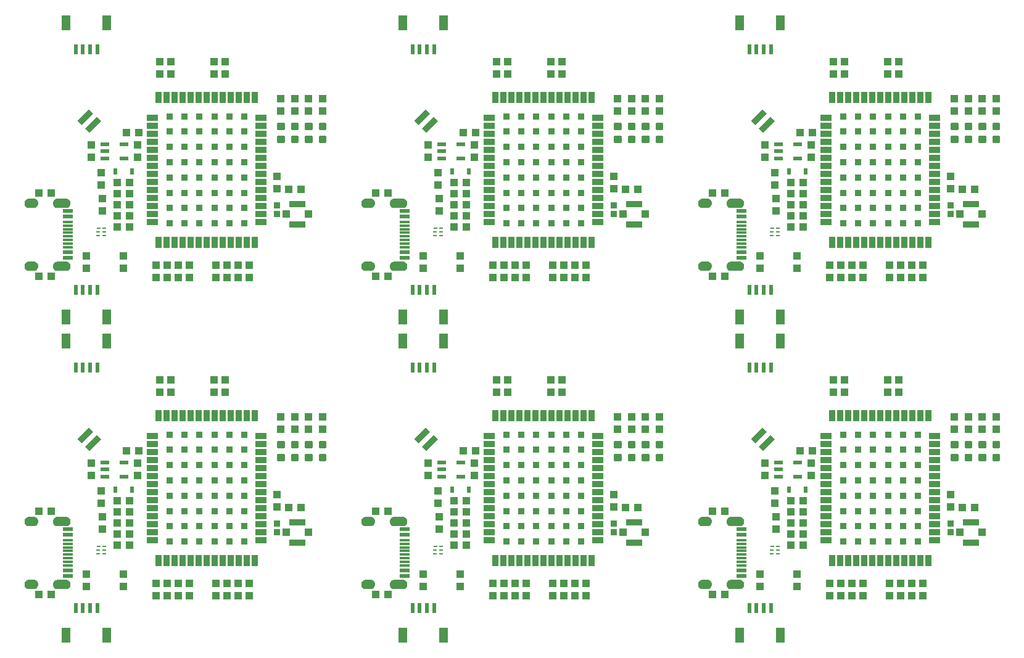
<source format=gtp>
G75*
%MOIN*%
%OFA0B0*%
%FSLAX25Y25*%
%IPPOS*%
%LPD*%
%AMOC8*
5,1,8,0,0,1.08239X$1,22.5*
%
%ADD10R,0.04724X0.07874*%
%ADD11R,0.02362X0.05315*%
%ADD12R,0.03937X0.04331*%
%ADD13R,0.08858X0.03346*%
%ADD14C,0.01181*%
%ADD15R,0.02480X0.03268*%
%ADD16R,0.08661X0.03346*%
%ADD17R,0.04134X0.03937*%
%ADD18R,0.04331X0.03937*%
%ADD19R,0.04724X0.02165*%
%ADD20R,0.03543X0.03346*%
%ADD21R,0.02402X0.00984*%
%ADD22R,0.02205X0.00984*%
%ADD23R,0.05984X0.03346*%
%ADD24R,0.03346X0.05984*%
%ADD25R,0.03543X0.03543*%
%ADD26R,0.05709X0.01181*%
%ADD27R,0.05709X0.02362*%
%ADD28R,0.05709X0.02165*%
%ADD29C,0.00039*%
D10*
X0067318Y0034031D03*
X0089365Y0034031D03*
X0249318Y0034031D03*
X0271365Y0034031D03*
X0431318Y0034031D03*
X0453365Y0034031D03*
X0453365Y0192969D03*
X0431318Y0192969D03*
X0431318Y0206031D03*
X0453365Y0206031D03*
X0271365Y0206031D03*
X0249318Y0206031D03*
X0249318Y0192969D03*
X0271365Y0192969D03*
X0089365Y0192969D03*
X0067318Y0192969D03*
X0067318Y0206031D03*
X0089365Y0206031D03*
X0089365Y0364969D03*
X0067318Y0364969D03*
X0249318Y0364969D03*
X0271365Y0364969D03*
X0431318Y0364969D03*
X0453365Y0364969D03*
D11*
X0448247Y0350500D03*
X0444310Y0350500D03*
X0440373Y0350500D03*
X0436436Y0350500D03*
X0266247Y0350500D03*
X0262310Y0350500D03*
X0258373Y0350500D03*
X0254436Y0350500D03*
X0084247Y0350500D03*
X0080310Y0350500D03*
X0076373Y0350500D03*
X0072436Y0350500D03*
X0072436Y0220500D03*
X0076373Y0220500D03*
X0080310Y0220500D03*
X0084247Y0220500D03*
X0084247Y0178500D03*
X0080310Y0178500D03*
X0076373Y0178500D03*
X0072436Y0178500D03*
X0254436Y0178500D03*
X0258373Y0178500D03*
X0262310Y0178500D03*
X0266247Y0178500D03*
X0266247Y0220500D03*
X0262310Y0220500D03*
X0258373Y0220500D03*
X0254436Y0220500D03*
X0436436Y0220500D03*
X0440373Y0220500D03*
X0444310Y0220500D03*
X0448247Y0220500D03*
X0448247Y0178500D03*
X0444310Y0178500D03*
X0440373Y0178500D03*
X0436436Y0178500D03*
X0436436Y0048500D03*
X0440373Y0048500D03*
X0444310Y0048500D03*
X0448247Y0048500D03*
X0266247Y0048500D03*
X0262310Y0048500D03*
X0258373Y0048500D03*
X0254436Y0048500D03*
X0084247Y0048500D03*
X0080310Y0048500D03*
X0076373Y0048500D03*
X0072436Y0048500D03*
D12*
X0078342Y0060154D03*
X0078342Y0066846D03*
X0098342Y0066846D03*
X0098342Y0060154D03*
X0115842Y0061846D03*
X0121842Y0061846D03*
X0127842Y0061846D03*
X0133842Y0061846D03*
X0133842Y0055154D03*
X0127842Y0055154D03*
X0121842Y0055154D03*
X0115842Y0055154D03*
X0148342Y0055154D03*
X0154342Y0055154D03*
X0160342Y0055154D03*
X0166342Y0055154D03*
X0166342Y0061846D03*
X0160342Y0061846D03*
X0154342Y0061846D03*
X0148342Y0061846D03*
X0086842Y0091154D03*
X0086842Y0097846D03*
X0086342Y0105154D03*
X0086342Y0111846D03*
X0080842Y0120154D03*
X0080842Y0126846D03*
X0105842Y0126846D03*
X0105842Y0120154D03*
X0117842Y0165154D03*
X0123842Y0165154D03*
X0123842Y0171846D03*
X0117842Y0171846D03*
X0147342Y0171846D03*
X0153342Y0171846D03*
X0153342Y0165154D03*
X0147342Y0165154D03*
X0183342Y0151846D03*
X0190842Y0151846D03*
X0198342Y0151846D03*
X0205842Y0151846D03*
X0205842Y0145154D03*
X0198342Y0145154D03*
X0190842Y0145154D03*
X0183342Y0145154D03*
X0181342Y0109846D03*
X0181342Y0103154D03*
X0260342Y0066846D03*
X0260342Y0060154D03*
X0280342Y0060154D03*
X0280342Y0066846D03*
X0297842Y0061846D03*
X0303842Y0061846D03*
X0309842Y0061846D03*
X0315842Y0061846D03*
X0315842Y0055154D03*
X0309842Y0055154D03*
X0303842Y0055154D03*
X0297842Y0055154D03*
X0330342Y0055154D03*
X0336342Y0055154D03*
X0342342Y0055154D03*
X0348342Y0055154D03*
X0348342Y0061846D03*
X0342342Y0061846D03*
X0336342Y0061846D03*
X0330342Y0061846D03*
X0268842Y0091154D03*
X0268842Y0097846D03*
X0268342Y0105154D03*
X0268342Y0111846D03*
X0262842Y0120154D03*
X0262842Y0126846D03*
X0287842Y0126846D03*
X0287842Y0120154D03*
X0299842Y0165154D03*
X0305842Y0165154D03*
X0305842Y0171846D03*
X0299842Y0171846D03*
X0329342Y0171846D03*
X0335342Y0171846D03*
X0335342Y0165154D03*
X0329342Y0165154D03*
X0365342Y0151846D03*
X0365342Y0145154D03*
X0372842Y0145154D03*
X0380342Y0145154D03*
X0387842Y0145154D03*
X0387842Y0151846D03*
X0380342Y0151846D03*
X0372842Y0151846D03*
X0363342Y0109846D03*
X0363342Y0103154D03*
X0444842Y0120154D03*
X0444842Y0126846D03*
X0450342Y0111846D03*
X0450342Y0105154D03*
X0450842Y0097846D03*
X0450842Y0091154D03*
X0442342Y0066846D03*
X0442342Y0060154D03*
X0462342Y0060154D03*
X0462342Y0066846D03*
X0479842Y0061846D03*
X0485842Y0061846D03*
X0491842Y0061846D03*
X0497842Y0061846D03*
X0497842Y0055154D03*
X0491842Y0055154D03*
X0485842Y0055154D03*
X0479842Y0055154D03*
X0512342Y0055154D03*
X0518342Y0055154D03*
X0524342Y0055154D03*
X0530342Y0055154D03*
X0530342Y0061846D03*
X0524342Y0061846D03*
X0518342Y0061846D03*
X0512342Y0061846D03*
X0545342Y0103154D03*
X0545342Y0109846D03*
X0547342Y0145154D03*
X0554842Y0145154D03*
X0562342Y0145154D03*
X0569842Y0145154D03*
X0569842Y0151846D03*
X0562342Y0151846D03*
X0554842Y0151846D03*
X0547342Y0151846D03*
X0517342Y0165154D03*
X0511342Y0165154D03*
X0511342Y0171846D03*
X0517342Y0171846D03*
X0487842Y0171846D03*
X0481842Y0171846D03*
X0481842Y0165154D03*
X0487842Y0165154D03*
X0469842Y0126846D03*
X0469842Y0120154D03*
X0479842Y0227154D03*
X0485842Y0227154D03*
X0491842Y0227154D03*
X0497842Y0227154D03*
X0497842Y0233846D03*
X0491842Y0233846D03*
X0485842Y0233846D03*
X0479842Y0233846D03*
X0462342Y0232154D03*
X0462342Y0238846D03*
X0442342Y0238846D03*
X0442342Y0232154D03*
X0450842Y0263154D03*
X0450842Y0269846D03*
X0450342Y0277154D03*
X0450342Y0283846D03*
X0444842Y0292154D03*
X0444842Y0298846D03*
X0469842Y0298846D03*
X0469842Y0292154D03*
X0545342Y0281846D03*
X0545342Y0275154D03*
X0547342Y0317154D03*
X0554842Y0317154D03*
X0562342Y0317154D03*
X0569842Y0317154D03*
X0569842Y0323846D03*
X0562342Y0323846D03*
X0554842Y0323846D03*
X0547342Y0323846D03*
X0517342Y0337154D03*
X0511342Y0337154D03*
X0511342Y0343846D03*
X0517342Y0343846D03*
X0487842Y0343846D03*
X0481842Y0343846D03*
X0481842Y0337154D03*
X0487842Y0337154D03*
X0387842Y0323846D03*
X0380342Y0323846D03*
X0372842Y0323846D03*
X0372842Y0317154D03*
X0380342Y0317154D03*
X0387842Y0317154D03*
X0365342Y0317154D03*
X0365342Y0323846D03*
X0335342Y0337154D03*
X0329342Y0337154D03*
X0329342Y0343846D03*
X0335342Y0343846D03*
X0305842Y0343846D03*
X0299842Y0343846D03*
X0299842Y0337154D03*
X0305842Y0337154D03*
X0287842Y0298846D03*
X0287842Y0292154D03*
X0268342Y0283846D03*
X0268342Y0277154D03*
X0268842Y0269846D03*
X0268842Y0263154D03*
X0260342Y0238846D03*
X0260342Y0232154D03*
X0280342Y0232154D03*
X0280342Y0238846D03*
X0297842Y0233846D03*
X0303842Y0233846D03*
X0309842Y0233846D03*
X0315842Y0233846D03*
X0315842Y0227154D03*
X0309842Y0227154D03*
X0303842Y0227154D03*
X0297842Y0227154D03*
X0330342Y0227154D03*
X0336342Y0227154D03*
X0342342Y0227154D03*
X0348342Y0227154D03*
X0348342Y0233846D03*
X0342342Y0233846D03*
X0336342Y0233846D03*
X0330342Y0233846D03*
X0363342Y0275154D03*
X0363342Y0281846D03*
X0262842Y0292154D03*
X0262842Y0298846D03*
X0205842Y0317154D03*
X0198342Y0317154D03*
X0190842Y0317154D03*
X0183342Y0317154D03*
X0183342Y0323846D03*
X0190842Y0323846D03*
X0198342Y0323846D03*
X0205842Y0323846D03*
X0153342Y0337154D03*
X0147342Y0337154D03*
X0147342Y0343846D03*
X0153342Y0343846D03*
X0123842Y0343846D03*
X0117842Y0343846D03*
X0117842Y0337154D03*
X0123842Y0337154D03*
X0105842Y0298846D03*
X0105842Y0292154D03*
X0086342Y0283846D03*
X0086342Y0277154D03*
X0086842Y0269846D03*
X0086842Y0263154D03*
X0078342Y0238846D03*
X0078342Y0232154D03*
X0098342Y0232154D03*
X0098342Y0238846D03*
X0115842Y0233846D03*
X0121842Y0233846D03*
X0127842Y0233846D03*
X0133842Y0233846D03*
X0133842Y0227154D03*
X0127842Y0227154D03*
X0121842Y0227154D03*
X0115842Y0227154D03*
X0148342Y0227154D03*
X0154342Y0227154D03*
X0160342Y0227154D03*
X0166342Y0227154D03*
X0166342Y0233846D03*
X0160342Y0233846D03*
X0154342Y0233846D03*
X0148342Y0233846D03*
X0181342Y0275154D03*
X0181342Y0281846D03*
X0080842Y0292154D03*
X0080842Y0298846D03*
X0512342Y0233846D03*
X0518342Y0233846D03*
X0524342Y0233846D03*
X0530342Y0233846D03*
X0530342Y0227154D03*
X0524342Y0227154D03*
X0518342Y0227154D03*
X0512342Y0227154D03*
D13*
G36*
X0450186Y0311803D02*
X0443924Y0305541D01*
X0441558Y0307907D01*
X0447820Y0314169D01*
X0450186Y0311803D01*
G37*
G36*
X0446010Y0315978D02*
X0439748Y0309716D01*
X0437382Y0312082D01*
X0443644Y0318344D01*
X0446010Y0315978D01*
G37*
G36*
X0268186Y0311803D02*
X0261924Y0305541D01*
X0259558Y0307907D01*
X0265820Y0314169D01*
X0268186Y0311803D01*
G37*
G36*
X0264010Y0315978D02*
X0257748Y0309716D01*
X0255382Y0312082D01*
X0261644Y0318344D01*
X0264010Y0315978D01*
G37*
G36*
X0086186Y0311803D02*
X0079924Y0305541D01*
X0077558Y0307907D01*
X0083820Y0314169D01*
X0086186Y0311803D01*
G37*
G36*
X0082010Y0315978D02*
X0075748Y0309716D01*
X0073382Y0312082D01*
X0079644Y0318344D01*
X0082010Y0315978D01*
G37*
G36*
X0082010Y0143978D02*
X0075748Y0137716D01*
X0073382Y0140082D01*
X0079644Y0146344D01*
X0082010Y0143978D01*
G37*
G36*
X0086186Y0139803D02*
X0079924Y0133541D01*
X0077558Y0135907D01*
X0083820Y0142169D01*
X0086186Y0139803D01*
G37*
G36*
X0264010Y0143978D02*
X0257748Y0137716D01*
X0255382Y0140082D01*
X0261644Y0146344D01*
X0264010Y0143978D01*
G37*
G36*
X0268186Y0139803D02*
X0261924Y0133541D01*
X0259558Y0135907D01*
X0265820Y0142169D01*
X0268186Y0139803D01*
G37*
G36*
X0446010Y0143978D02*
X0439748Y0137716D01*
X0437382Y0140082D01*
X0443644Y0146344D01*
X0446010Y0143978D01*
G37*
G36*
X0450186Y0139803D02*
X0443924Y0133541D01*
X0441558Y0135907D01*
X0447820Y0142169D01*
X0450186Y0139803D01*
G37*
D14*
X0389220Y0138331D02*
X0386464Y0138331D01*
X0389220Y0138331D02*
X0389220Y0135575D01*
X0386464Y0135575D01*
X0386464Y0138331D01*
X0386464Y0136697D02*
X0389220Y0136697D01*
X0389220Y0137819D02*
X0386464Y0137819D01*
X0381720Y0138331D02*
X0378964Y0138331D01*
X0381720Y0138331D02*
X0381720Y0135575D01*
X0378964Y0135575D01*
X0378964Y0138331D01*
X0378964Y0136697D02*
X0381720Y0136697D01*
X0381720Y0137819D02*
X0378964Y0137819D01*
X0374220Y0138331D02*
X0371464Y0138331D01*
X0374220Y0138331D02*
X0374220Y0135575D01*
X0371464Y0135575D01*
X0371464Y0138331D01*
X0371464Y0136697D02*
X0374220Y0136697D01*
X0374220Y0137819D02*
X0371464Y0137819D01*
X0366720Y0138331D02*
X0363964Y0138331D01*
X0366720Y0138331D02*
X0366720Y0135575D01*
X0363964Y0135575D01*
X0363964Y0138331D01*
X0363964Y0136697D02*
X0366720Y0136697D01*
X0366720Y0137819D02*
X0363964Y0137819D01*
X0363964Y0131425D02*
X0366720Y0131425D01*
X0366720Y0128669D01*
X0363964Y0128669D01*
X0363964Y0131425D01*
X0363964Y0129791D02*
X0366720Y0129791D01*
X0366720Y0130913D02*
X0363964Y0130913D01*
X0371464Y0131425D02*
X0374220Y0131425D01*
X0374220Y0128669D01*
X0371464Y0128669D01*
X0371464Y0131425D01*
X0371464Y0129791D02*
X0374220Y0129791D01*
X0374220Y0130913D02*
X0371464Y0130913D01*
X0378964Y0131425D02*
X0381720Y0131425D01*
X0381720Y0128669D01*
X0378964Y0128669D01*
X0378964Y0131425D01*
X0378964Y0129791D02*
X0381720Y0129791D01*
X0381720Y0130913D02*
X0378964Y0130913D01*
X0386464Y0131425D02*
X0389220Y0131425D01*
X0389220Y0128669D01*
X0386464Y0128669D01*
X0386464Y0131425D01*
X0386464Y0129791D02*
X0389220Y0129791D01*
X0389220Y0130913D02*
X0386464Y0130913D01*
X0545964Y0131425D02*
X0548720Y0131425D01*
X0548720Y0128669D01*
X0545964Y0128669D01*
X0545964Y0131425D01*
X0545964Y0129791D02*
X0548720Y0129791D01*
X0548720Y0130913D02*
X0545964Y0130913D01*
X0545964Y0138331D02*
X0548720Y0138331D01*
X0548720Y0135575D01*
X0545964Y0135575D01*
X0545964Y0138331D01*
X0545964Y0136697D02*
X0548720Y0136697D01*
X0548720Y0137819D02*
X0545964Y0137819D01*
X0553464Y0138331D02*
X0556220Y0138331D01*
X0556220Y0135575D01*
X0553464Y0135575D01*
X0553464Y0138331D01*
X0553464Y0136697D02*
X0556220Y0136697D01*
X0556220Y0137819D02*
X0553464Y0137819D01*
X0560964Y0138331D02*
X0563720Y0138331D01*
X0563720Y0135575D01*
X0560964Y0135575D01*
X0560964Y0138331D01*
X0560964Y0136697D02*
X0563720Y0136697D01*
X0563720Y0137819D02*
X0560964Y0137819D01*
X0568464Y0138331D02*
X0571220Y0138331D01*
X0571220Y0135575D01*
X0568464Y0135575D01*
X0568464Y0138331D01*
X0568464Y0136697D02*
X0571220Y0136697D01*
X0571220Y0137819D02*
X0568464Y0137819D01*
X0568464Y0131425D02*
X0571220Y0131425D01*
X0571220Y0128669D01*
X0568464Y0128669D01*
X0568464Y0131425D01*
X0568464Y0129791D02*
X0571220Y0129791D01*
X0571220Y0130913D02*
X0568464Y0130913D01*
X0563720Y0131425D02*
X0560964Y0131425D01*
X0563720Y0131425D02*
X0563720Y0128669D01*
X0560964Y0128669D01*
X0560964Y0131425D01*
X0560964Y0129791D02*
X0563720Y0129791D01*
X0563720Y0130913D02*
X0560964Y0130913D01*
X0556220Y0131425D02*
X0553464Y0131425D01*
X0556220Y0131425D02*
X0556220Y0128669D01*
X0553464Y0128669D01*
X0553464Y0131425D01*
X0553464Y0129791D02*
X0556220Y0129791D01*
X0556220Y0130913D02*
X0553464Y0130913D01*
X0553464Y0303425D02*
X0556220Y0303425D01*
X0556220Y0300669D01*
X0553464Y0300669D01*
X0553464Y0303425D01*
X0553464Y0301791D02*
X0556220Y0301791D01*
X0556220Y0302913D02*
X0553464Y0302913D01*
X0548720Y0303425D02*
X0545964Y0303425D01*
X0548720Y0303425D02*
X0548720Y0300669D01*
X0545964Y0300669D01*
X0545964Y0303425D01*
X0545964Y0301791D02*
X0548720Y0301791D01*
X0548720Y0302913D02*
X0545964Y0302913D01*
X0545964Y0310331D02*
X0548720Y0310331D01*
X0548720Y0307575D01*
X0545964Y0307575D01*
X0545964Y0310331D01*
X0545964Y0308697D02*
X0548720Y0308697D01*
X0548720Y0309819D02*
X0545964Y0309819D01*
X0553464Y0310331D02*
X0556220Y0310331D01*
X0556220Y0307575D01*
X0553464Y0307575D01*
X0553464Y0310331D01*
X0553464Y0308697D02*
X0556220Y0308697D01*
X0556220Y0309819D02*
X0553464Y0309819D01*
X0560964Y0310331D02*
X0563720Y0310331D01*
X0563720Y0307575D01*
X0560964Y0307575D01*
X0560964Y0310331D01*
X0560964Y0308697D02*
X0563720Y0308697D01*
X0563720Y0309819D02*
X0560964Y0309819D01*
X0568464Y0310331D02*
X0571220Y0310331D01*
X0571220Y0307575D01*
X0568464Y0307575D01*
X0568464Y0310331D01*
X0568464Y0308697D02*
X0571220Y0308697D01*
X0571220Y0309819D02*
X0568464Y0309819D01*
X0568464Y0303425D02*
X0571220Y0303425D01*
X0571220Y0300669D01*
X0568464Y0300669D01*
X0568464Y0303425D01*
X0568464Y0301791D02*
X0571220Y0301791D01*
X0571220Y0302913D02*
X0568464Y0302913D01*
X0563720Y0303425D02*
X0560964Y0303425D01*
X0563720Y0303425D02*
X0563720Y0300669D01*
X0560964Y0300669D01*
X0560964Y0303425D01*
X0560964Y0301791D02*
X0563720Y0301791D01*
X0563720Y0302913D02*
X0560964Y0302913D01*
X0389220Y0303425D02*
X0386464Y0303425D01*
X0389220Y0303425D02*
X0389220Y0300669D01*
X0386464Y0300669D01*
X0386464Y0303425D01*
X0386464Y0301791D02*
X0389220Y0301791D01*
X0389220Y0302913D02*
X0386464Y0302913D01*
X0381720Y0303425D02*
X0378964Y0303425D01*
X0381720Y0303425D02*
X0381720Y0300669D01*
X0378964Y0300669D01*
X0378964Y0303425D01*
X0378964Y0301791D02*
X0381720Y0301791D01*
X0381720Y0302913D02*
X0378964Y0302913D01*
X0374220Y0303425D02*
X0371464Y0303425D01*
X0374220Y0303425D02*
X0374220Y0300669D01*
X0371464Y0300669D01*
X0371464Y0303425D01*
X0371464Y0301791D02*
X0374220Y0301791D01*
X0374220Y0302913D02*
X0371464Y0302913D01*
X0366720Y0303425D02*
X0363964Y0303425D01*
X0366720Y0303425D02*
X0366720Y0300669D01*
X0363964Y0300669D01*
X0363964Y0303425D01*
X0363964Y0301791D02*
X0366720Y0301791D01*
X0366720Y0302913D02*
X0363964Y0302913D01*
X0363964Y0310331D02*
X0366720Y0310331D01*
X0366720Y0307575D01*
X0363964Y0307575D01*
X0363964Y0310331D01*
X0363964Y0308697D02*
X0366720Y0308697D01*
X0366720Y0309819D02*
X0363964Y0309819D01*
X0371464Y0310331D02*
X0374220Y0310331D01*
X0374220Y0307575D01*
X0371464Y0307575D01*
X0371464Y0310331D01*
X0371464Y0308697D02*
X0374220Y0308697D01*
X0374220Y0309819D02*
X0371464Y0309819D01*
X0378964Y0310331D02*
X0381720Y0310331D01*
X0381720Y0307575D01*
X0378964Y0307575D01*
X0378964Y0310331D01*
X0378964Y0308697D02*
X0381720Y0308697D01*
X0381720Y0309819D02*
X0378964Y0309819D01*
X0386464Y0310331D02*
X0389220Y0310331D01*
X0389220Y0307575D01*
X0386464Y0307575D01*
X0386464Y0310331D01*
X0386464Y0308697D02*
X0389220Y0308697D01*
X0389220Y0309819D02*
X0386464Y0309819D01*
X0207220Y0310331D02*
X0204464Y0310331D01*
X0207220Y0310331D02*
X0207220Y0307575D01*
X0204464Y0307575D01*
X0204464Y0310331D01*
X0204464Y0308697D02*
X0207220Y0308697D01*
X0207220Y0309819D02*
X0204464Y0309819D01*
X0199720Y0310331D02*
X0196964Y0310331D01*
X0199720Y0310331D02*
X0199720Y0307575D01*
X0196964Y0307575D01*
X0196964Y0310331D01*
X0196964Y0308697D02*
X0199720Y0308697D01*
X0199720Y0309819D02*
X0196964Y0309819D01*
X0192220Y0310331D02*
X0189464Y0310331D01*
X0192220Y0310331D02*
X0192220Y0307575D01*
X0189464Y0307575D01*
X0189464Y0310331D01*
X0189464Y0308697D02*
X0192220Y0308697D01*
X0192220Y0309819D02*
X0189464Y0309819D01*
X0184720Y0310331D02*
X0181964Y0310331D01*
X0184720Y0310331D02*
X0184720Y0307575D01*
X0181964Y0307575D01*
X0181964Y0310331D01*
X0181964Y0308697D02*
X0184720Y0308697D01*
X0184720Y0309819D02*
X0181964Y0309819D01*
X0181964Y0303425D02*
X0184720Y0303425D01*
X0184720Y0300669D01*
X0181964Y0300669D01*
X0181964Y0303425D01*
X0181964Y0301791D02*
X0184720Y0301791D01*
X0184720Y0302913D02*
X0181964Y0302913D01*
X0189464Y0303425D02*
X0192220Y0303425D01*
X0192220Y0300669D01*
X0189464Y0300669D01*
X0189464Y0303425D01*
X0189464Y0301791D02*
X0192220Y0301791D01*
X0192220Y0302913D02*
X0189464Y0302913D01*
X0196964Y0303425D02*
X0199720Y0303425D01*
X0199720Y0300669D01*
X0196964Y0300669D01*
X0196964Y0303425D01*
X0196964Y0301791D02*
X0199720Y0301791D01*
X0199720Y0302913D02*
X0196964Y0302913D01*
X0204464Y0303425D02*
X0207220Y0303425D01*
X0207220Y0300669D01*
X0204464Y0300669D01*
X0204464Y0303425D01*
X0204464Y0301791D02*
X0207220Y0301791D01*
X0207220Y0302913D02*
X0204464Y0302913D01*
X0204464Y0138331D02*
X0207220Y0138331D01*
X0207220Y0135575D01*
X0204464Y0135575D01*
X0204464Y0138331D01*
X0204464Y0136697D02*
X0207220Y0136697D01*
X0207220Y0137819D02*
X0204464Y0137819D01*
X0199720Y0138331D02*
X0196964Y0138331D01*
X0199720Y0138331D02*
X0199720Y0135575D01*
X0196964Y0135575D01*
X0196964Y0138331D01*
X0196964Y0136697D02*
X0199720Y0136697D01*
X0199720Y0137819D02*
X0196964Y0137819D01*
X0192220Y0138331D02*
X0189464Y0138331D01*
X0192220Y0138331D02*
X0192220Y0135575D01*
X0189464Y0135575D01*
X0189464Y0138331D01*
X0189464Y0136697D02*
X0192220Y0136697D01*
X0192220Y0137819D02*
X0189464Y0137819D01*
X0184720Y0138331D02*
X0181964Y0138331D01*
X0184720Y0138331D02*
X0184720Y0135575D01*
X0181964Y0135575D01*
X0181964Y0138331D01*
X0181964Y0136697D02*
X0184720Y0136697D01*
X0184720Y0137819D02*
X0181964Y0137819D01*
X0181964Y0131425D02*
X0184720Y0131425D01*
X0184720Y0128669D01*
X0181964Y0128669D01*
X0181964Y0131425D01*
X0181964Y0129791D02*
X0184720Y0129791D01*
X0184720Y0130913D02*
X0181964Y0130913D01*
X0189464Y0131425D02*
X0192220Y0131425D01*
X0192220Y0128669D01*
X0189464Y0128669D01*
X0189464Y0131425D01*
X0189464Y0129791D02*
X0192220Y0129791D01*
X0192220Y0130913D02*
X0189464Y0130913D01*
X0196964Y0131425D02*
X0199720Y0131425D01*
X0199720Y0128669D01*
X0196964Y0128669D01*
X0196964Y0131425D01*
X0196964Y0129791D02*
X0199720Y0129791D01*
X0199720Y0130913D02*
X0196964Y0130913D01*
X0204464Y0131425D02*
X0207220Y0131425D01*
X0207220Y0128669D01*
X0204464Y0128669D01*
X0204464Y0131425D01*
X0204464Y0129791D02*
X0207220Y0129791D01*
X0207220Y0130913D02*
X0204464Y0130913D01*
D15*
X0275814Y0112500D03*
X0284869Y0112500D03*
X0457814Y0112500D03*
X0466869Y0112500D03*
X0466869Y0284500D03*
X0457814Y0284500D03*
X0284869Y0284500D03*
X0275814Y0284500D03*
X0102869Y0284500D03*
X0093814Y0284500D03*
X0093814Y0112500D03*
X0102869Y0112500D03*
D16*
X0192342Y0094913D03*
X0192342Y0084087D03*
X0374342Y0084087D03*
X0374342Y0094913D03*
X0556342Y0094913D03*
X0556342Y0084087D03*
X0556342Y0256087D03*
X0556342Y0266913D03*
X0374342Y0266913D03*
X0374342Y0256087D03*
X0192342Y0256087D03*
X0192342Y0266913D03*
D17*
X0198346Y0261500D03*
X0186338Y0261500D03*
X0368338Y0261500D03*
X0380346Y0261500D03*
X0550338Y0261500D03*
X0562346Y0261500D03*
X0562346Y0089500D03*
X0550338Y0089500D03*
X0380346Y0089500D03*
X0368338Y0089500D03*
X0198346Y0089500D03*
X0186338Y0089500D03*
D18*
X0187495Y0103000D03*
X0194188Y0103000D03*
X0234495Y0101000D03*
X0241188Y0101000D03*
X0276995Y0100500D03*
X0276995Y0094500D03*
X0283688Y0094500D03*
X0283688Y0100500D03*
X0283688Y0106500D03*
X0276995Y0106500D03*
X0276995Y0088500D03*
X0276995Y0082500D03*
X0283688Y0082500D03*
X0283688Y0088500D03*
X0241188Y0056000D03*
X0234495Y0056000D03*
X0101688Y0082500D03*
X0101688Y0088500D03*
X0094995Y0088500D03*
X0094995Y0082500D03*
X0094995Y0094500D03*
X0094995Y0100500D03*
X0101688Y0100500D03*
X0101688Y0094500D03*
X0101688Y0106500D03*
X0094995Y0106500D03*
X0059188Y0101000D03*
X0052495Y0101000D03*
X0099995Y0133500D03*
X0106688Y0133500D03*
X0059188Y0056000D03*
X0052495Y0056000D03*
X0281995Y0133500D03*
X0288688Y0133500D03*
X0369495Y0103000D03*
X0376188Y0103000D03*
X0416495Y0101000D03*
X0423188Y0101000D03*
X0458995Y0100500D03*
X0458995Y0094500D03*
X0465688Y0094500D03*
X0465688Y0100500D03*
X0465688Y0106500D03*
X0458995Y0106500D03*
X0458995Y0088500D03*
X0458995Y0082500D03*
X0465688Y0082500D03*
X0465688Y0088500D03*
X0423188Y0056000D03*
X0416495Y0056000D03*
X0551495Y0103000D03*
X0558188Y0103000D03*
X0470688Y0133500D03*
X0463995Y0133500D03*
X0423188Y0228000D03*
X0416495Y0228000D03*
X0458995Y0254500D03*
X0458995Y0260500D03*
X0458995Y0266500D03*
X0465688Y0266500D03*
X0465688Y0260500D03*
X0465688Y0254500D03*
X0465688Y0272500D03*
X0465688Y0278500D03*
X0458995Y0278500D03*
X0458995Y0272500D03*
X0423188Y0273000D03*
X0416495Y0273000D03*
X0376188Y0275000D03*
X0369495Y0275000D03*
X0283688Y0272500D03*
X0283688Y0278500D03*
X0276995Y0278500D03*
X0276995Y0272500D03*
X0276995Y0266500D03*
X0276995Y0260500D03*
X0276995Y0254500D03*
X0283688Y0254500D03*
X0283688Y0260500D03*
X0283688Y0266500D03*
X0241188Y0273000D03*
X0234495Y0273000D03*
X0194188Y0275000D03*
X0187495Y0275000D03*
X0234495Y0228000D03*
X0241188Y0228000D03*
X0281995Y0305500D03*
X0288688Y0305500D03*
X0463995Y0305500D03*
X0470688Y0305500D03*
X0551495Y0275000D03*
X0558188Y0275000D03*
X0106688Y0305500D03*
X0099995Y0305500D03*
X0101688Y0278500D03*
X0101688Y0272500D03*
X0094995Y0272500D03*
X0094995Y0278500D03*
X0094995Y0266500D03*
X0094995Y0260500D03*
X0094995Y0254500D03*
X0101688Y0254500D03*
X0101688Y0260500D03*
X0101688Y0266500D03*
X0059188Y0273000D03*
X0052495Y0273000D03*
X0052495Y0228000D03*
X0059188Y0228000D03*
D19*
X0088223Y0291760D03*
X0088223Y0295500D03*
X0088223Y0299240D03*
X0098460Y0299240D03*
X0098460Y0291760D03*
X0270223Y0291760D03*
X0270223Y0295500D03*
X0270223Y0299240D03*
X0280460Y0299240D03*
X0280460Y0291760D03*
X0452223Y0291760D03*
X0452223Y0295500D03*
X0452223Y0299240D03*
X0462460Y0299240D03*
X0462460Y0291760D03*
X0462460Y0127240D03*
X0452223Y0127240D03*
X0452223Y0123500D03*
X0452223Y0119760D03*
X0462460Y0119760D03*
X0280460Y0119760D03*
X0270223Y0119760D03*
X0270223Y0123500D03*
X0270223Y0127240D03*
X0280460Y0127240D03*
X0098460Y0127240D03*
X0098460Y0119760D03*
X0088223Y0119760D03*
X0088223Y0123500D03*
X0088223Y0127240D03*
D20*
X0181342Y0094283D03*
X0181342Y0089717D03*
X0363342Y0089717D03*
X0363342Y0094283D03*
X0545342Y0094283D03*
X0545342Y0089717D03*
X0545342Y0261717D03*
X0545342Y0266283D03*
X0363342Y0266283D03*
X0363342Y0261717D03*
X0181342Y0261717D03*
X0181342Y0266283D03*
D21*
X0266747Y0253969D03*
X0084747Y0253969D03*
X0084747Y0081969D03*
X0266747Y0081969D03*
X0448747Y0081969D03*
X0448747Y0253969D03*
D22*
X0448649Y0252000D03*
X0448649Y0250031D03*
X0452035Y0250031D03*
X0452035Y0252000D03*
X0452035Y0253969D03*
X0270035Y0253969D03*
X0270035Y0252000D03*
X0270035Y0250031D03*
X0266649Y0250031D03*
X0266649Y0252000D03*
X0088035Y0252000D03*
X0088035Y0253969D03*
X0084649Y0252000D03*
X0084649Y0250031D03*
X0088035Y0250031D03*
X0088035Y0081969D03*
X0088035Y0080000D03*
X0088035Y0078031D03*
X0084649Y0078031D03*
X0084649Y0080000D03*
X0266649Y0080000D03*
X0266649Y0078031D03*
X0270035Y0078031D03*
X0270035Y0080000D03*
X0270035Y0081969D03*
X0448649Y0080000D03*
X0448649Y0078031D03*
X0452035Y0078031D03*
X0452035Y0080000D03*
X0452035Y0081969D03*
D23*
X0478011Y0085350D03*
X0478011Y0089681D03*
X0478011Y0094012D03*
X0478011Y0098343D03*
X0478011Y0102673D03*
X0478011Y0107004D03*
X0478011Y0111335D03*
X0478011Y0115665D03*
X0478011Y0119996D03*
X0478011Y0124327D03*
X0478011Y0128657D03*
X0478011Y0132988D03*
X0478011Y0137319D03*
X0478011Y0141650D03*
X0536673Y0141650D03*
X0536673Y0137319D03*
X0536673Y0132988D03*
X0536673Y0128657D03*
X0536673Y0124327D03*
X0536673Y0119996D03*
X0536673Y0115665D03*
X0536673Y0111335D03*
X0536673Y0107004D03*
X0536673Y0102673D03*
X0536673Y0098343D03*
X0536673Y0094012D03*
X0536673Y0089681D03*
X0536673Y0085350D03*
X0354673Y0085350D03*
X0354673Y0089681D03*
X0354673Y0094012D03*
X0354673Y0098343D03*
X0354673Y0102673D03*
X0354673Y0107004D03*
X0354673Y0111335D03*
X0354673Y0115665D03*
X0354673Y0119996D03*
X0354673Y0124327D03*
X0354673Y0128657D03*
X0354673Y0132988D03*
X0354673Y0137319D03*
X0354673Y0141650D03*
X0296011Y0141650D03*
X0296011Y0137319D03*
X0296011Y0132988D03*
X0296011Y0128657D03*
X0296011Y0124327D03*
X0296011Y0119996D03*
X0296011Y0115665D03*
X0296011Y0111335D03*
X0296011Y0107004D03*
X0296011Y0102673D03*
X0296011Y0098343D03*
X0296011Y0094012D03*
X0296011Y0089681D03*
X0296011Y0085350D03*
X0172673Y0085350D03*
X0172673Y0089681D03*
X0172673Y0094012D03*
X0172673Y0098343D03*
X0172673Y0102673D03*
X0172673Y0107004D03*
X0172673Y0111335D03*
X0172673Y0115665D03*
X0172673Y0119996D03*
X0172673Y0124327D03*
X0172673Y0128657D03*
X0172673Y0132988D03*
X0172673Y0137319D03*
X0172673Y0141650D03*
X0114011Y0141650D03*
X0114011Y0137319D03*
X0114011Y0132988D03*
X0114011Y0128657D03*
X0114011Y0124327D03*
X0114011Y0119996D03*
X0114011Y0115665D03*
X0114011Y0111335D03*
X0114011Y0107004D03*
X0114011Y0102673D03*
X0114011Y0098343D03*
X0114011Y0094012D03*
X0114011Y0089681D03*
X0114011Y0085350D03*
X0114011Y0257350D03*
X0114011Y0261681D03*
X0114011Y0266012D03*
X0114011Y0270343D03*
X0114011Y0274673D03*
X0114011Y0279004D03*
X0114011Y0283335D03*
X0114011Y0287665D03*
X0114011Y0291996D03*
X0114011Y0296327D03*
X0114011Y0300657D03*
X0114011Y0304988D03*
X0114011Y0309319D03*
X0114011Y0313650D03*
X0172673Y0313650D03*
X0172673Y0309319D03*
X0172673Y0304988D03*
X0172673Y0300657D03*
X0172673Y0296327D03*
X0172673Y0291996D03*
X0172673Y0287665D03*
X0172673Y0283335D03*
X0172673Y0279004D03*
X0172673Y0274673D03*
X0172673Y0270343D03*
X0172673Y0266012D03*
X0172673Y0261681D03*
X0172673Y0257350D03*
X0296011Y0257350D03*
X0296011Y0261681D03*
X0296011Y0266012D03*
X0296011Y0270343D03*
X0296011Y0274673D03*
X0296011Y0279004D03*
X0296011Y0283335D03*
X0296011Y0287665D03*
X0296011Y0291996D03*
X0296011Y0296327D03*
X0296011Y0300657D03*
X0296011Y0304988D03*
X0296011Y0309319D03*
X0296011Y0313650D03*
X0354673Y0313650D03*
X0354673Y0309319D03*
X0354673Y0304988D03*
X0354673Y0300657D03*
X0354673Y0296327D03*
X0354673Y0291996D03*
X0354673Y0287665D03*
X0354673Y0283335D03*
X0354673Y0279004D03*
X0354673Y0274673D03*
X0354673Y0270343D03*
X0354673Y0266012D03*
X0354673Y0261681D03*
X0354673Y0257350D03*
X0478011Y0257350D03*
X0478011Y0261681D03*
X0478011Y0266012D03*
X0478011Y0270343D03*
X0478011Y0274673D03*
X0478011Y0279004D03*
X0478011Y0283335D03*
X0478011Y0287665D03*
X0478011Y0291996D03*
X0478011Y0296327D03*
X0478011Y0300657D03*
X0478011Y0304988D03*
X0478011Y0309319D03*
X0478011Y0313650D03*
X0536673Y0313650D03*
X0536673Y0309319D03*
X0536673Y0304988D03*
X0536673Y0300657D03*
X0536673Y0296327D03*
X0536673Y0291996D03*
X0536673Y0287665D03*
X0536673Y0283335D03*
X0536673Y0279004D03*
X0536673Y0274673D03*
X0536673Y0270343D03*
X0536673Y0266012D03*
X0536673Y0261681D03*
X0536673Y0257350D03*
D24*
X0533326Y0246327D03*
X0528995Y0246327D03*
X0524665Y0246327D03*
X0520334Y0246327D03*
X0516003Y0246327D03*
X0511673Y0246327D03*
X0507342Y0246327D03*
X0503011Y0246327D03*
X0498680Y0246327D03*
X0494350Y0246327D03*
X0490019Y0246327D03*
X0485688Y0246327D03*
X0481358Y0246327D03*
X0351326Y0246327D03*
X0346995Y0246327D03*
X0342665Y0246327D03*
X0338334Y0246327D03*
X0334003Y0246327D03*
X0329673Y0246327D03*
X0325342Y0246327D03*
X0321011Y0246327D03*
X0316680Y0246327D03*
X0312350Y0246327D03*
X0308019Y0246327D03*
X0303688Y0246327D03*
X0299358Y0246327D03*
X0169326Y0246327D03*
X0164995Y0246327D03*
X0160665Y0246327D03*
X0156334Y0246327D03*
X0152003Y0246327D03*
X0147673Y0246327D03*
X0143342Y0246327D03*
X0139011Y0246327D03*
X0134680Y0246327D03*
X0130350Y0246327D03*
X0126019Y0246327D03*
X0121688Y0246327D03*
X0117358Y0246327D03*
X0117358Y0324673D03*
X0121688Y0324673D03*
X0126019Y0324673D03*
X0130350Y0324673D03*
X0134680Y0324673D03*
X0139011Y0324673D03*
X0143342Y0324673D03*
X0147673Y0324673D03*
X0152003Y0324673D03*
X0156334Y0324673D03*
X0160665Y0324673D03*
X0164995Y0324673D03*
X0169326Y0324673D03*
X0299358Y0324673D03*
X0303688Y0324673D03*
X0308019Y0324673D03*
X0312350Y0324673D03*
X0316680Y0324673D03*
X0321011Y0324673D03*
X0325342Y0324673D03*
X0329673Y0324673D03*
X0334003Y0324673D03*
X0338334Y0324673D03*
X0342665Y0324673D03*
X0346995Y0324673D03*
X0351326Y0324673D03*
X0481358Y0324673D03*
X0485688Y0324673D03*
X0490019Y0324673D03*
X0494350Y0324673D03*
X0498680Y0324673D03*
X0503011Y0324673D03*
X0507342Y0324673D03*
X0511673Y0324673D03*
X0516003Y0324673D03*
X0520334Y0324673D03*
X0524665Y0324673D03*
X0528995Y0324673D03*
X0533326Y0324673D03*
X0533326Y0152673D03*
X0528995Y0152673D03*
X0524665Y0152673D03*
X0520334Y0152673D03*
X0516003Y0152673D03*
X0511673Y0152673D03*
X0507342Y0152673D03*
X0503011Y0152673D03*
X0498680Y0152673D03*
X0494350Y0152673D03*
X0490019Y0152673D03*
X0485688Y0152673D03*
X0481358Y0152673D03*
X0481358Y0074327D03*
X0485688Y0074327D03*
X0490019Y0074327D03*
X0494350Y0074327D03*
X0498680Y0074327D03*
X0503011Y0074327D03*
X0507342Y0074327D03*
X0511673Y0074327D03*
X0516003Y0074327D03*
X0520334Y0074327D03*
X0524665Y0074327D03*
X0528995Y0074327D03*
X0533326Y0074327D03*
X0351326Y0074327D03*
X0346995Y0074327D03*
X0342665Y0074327D03*
X0338334Y0074327D03*
X0334003Y0074327D03*
X0329673Y0074327D03*
X0325342Y0074327D03*
X0321011Y0074327D03*
X0316680Y0074327D03*
X0312350Y0074327D03*
X0308019Y0074327D03*
X0303688Y0074327D03*
X0299358Y0074327D03*
X0299358Y0152673D03*
X0303688Y0152673D03*
X0308019Y0152673D03*
X0312350Y0152673D03*
X0316680Y0152673D03*
X0321011Y0152673D03*
X0325342Y0152673D03*
X0329673Y0152673D03*
X0334003Y0152673D03*
X0338334Y0152673D03*
X0342665Y0152673D03*
X0346995Y0152673D03*
X0351326Y0152673D03*
X0169326Y0152673D03*
X0164995Y0152673D03*
X0160665Y0152673D03*
X0156334Y0152673D03*
X0152003Y0152673D03*
X0147673Y0152673D03*
X0143342Y0152673D03*
X0139011Y0152673D03*
X0134680Y0152673D03*
X0130350Y0152673D03*
X0126019Y0152673D03*
X0121688Y0152673D03*
X0117358Y0152673D03*
X0117358Y0074327D03*
X0121688Y0074327D03*
X0126019Y0074327D03*
X0130350Y0074327D03*
X0134680Y0074327D03*
X0139011Y0074327D03*
X0143342Y0074327D03*
X0147673Y0074327D03*
X0152003Y0074327D03*
X0156334Y0074327D03*
X0160665Y0074327D03*
X0164995Y0074327D03*
X0169326Y0074327D03*
D25*
X0163617Y0084563D03*
X0155547Y0084563D03*
X0147476Y0084563D03*
X0139208Y0084563D03*
X0131137Y0084563D03*
X0123066Y0084563D03*
X0123066Y0092831D03*
X0131137Y0092831D03*
X0139208Y0092831D03*
X0147476Y0092831D03*
X0155547Y0092831D03*
X0163617Y0092831D03*
X0163617Y0101098D03*
X0155547Y0101098D03*
X0147476Y0101098D03*
X0139208Y0101098D03*
X0131137Y0101098D03*
X0123066Y0101098D03*
X0123066Y0109366D03*
X0131137Y0109366D03*
X0139208Y0109366D03*
X0147476Y0109366D03*
X0155547Y0109366D03*
X0163617Y0109366D03*
X0163617Y0117634D03*
X0155547Y0117634D03*
X0147476Y0117634D03*
X0139208Y0117634D03*
X0131137Y0117634D03*
X0123066Y0117634D03*
X0123066Y0125902D03*
X0131137Y0125902D03*
X0139208Y0125902D03*
X0147476Y0125902D03*
X0155547Y0125902D03*
X0163617Y0125902D03*
X0163617Y0134169D03*
X0155547Y0134169D03*
X0147476Y0134169D03*
X0139208Y0134169D03*
X0131137Y0134169D03*
X0123066Y0134169D03*
X0123066Y0142437D03*
X0131137Y0142437D03*
X0139208Y0142437D03*
X0147476Y0142437D03*
X0155547Y0142437D03*
X0163617Y0142437D03*
X0305066Y0142437D03*
X0313137Y0142437D03*
X0321208Y0142437D03*
X0329476Y0142437D03*
X0337547Y0142437D03*
X0345617Y0142437D03*
X0345617Y0134169D03*
X0337547Y0134169D03*
X0329476Y0134169D03*
X0321208Y0134169D03*
X0313137Y0134169D03*
X0305066Y0134169D03*
X0305066Y0125902D03*
X0313137Y0125902D03*
X0321208Y0125902D03*
X0329476Y0125902D03*
X0337547Y0125902D03*
X0345617Y0125902D03*
X0345617Y0117634D03*
X0337547Y0117634D03*
X0329476Y0117634D03*
X0321208Y0117634D03*
X0313137Y0117634D03*
X0305066Y0117634D03*
X0305066Y0109366D03*
X0313137Y0109366D03*
X0321208Y0109366D03*
X0329476Y0109366D03*
X0337547Y0109366D03*
X0345617Y0109366D03*
X0345617Y0101098D03*
X0337547Y0101098D03*
X0329476Y0101098D03*
X0321208Y0101098D03*
X0313137Y0101098D03*
X0305066Y0101098D03*
X0305066Y0092831D03*
X0313137Y0092831D03*
X0321208Y0092831D03*
X0329476Y0092831D03*
X0337547Y0092831D03*
X0345617Y0092831D03*
X0345617Y0084563D03*
X0337547Y0084563D03*
X0329476Y0084563D03*
X0321208Y0084563D03*
X0313137Y0084563D03*
X0305066Y0084563D03*
X0487066Y0084563D03*
X0495137Y0084563D03*
X0503208Y0084563D03*
X0511476Y0084563D03*
X0519547Y0084563D03*
X0527617Y0084563D03*
X0527617Y0092831D03*
X0519547Y0092831D03*
X0511476Y0092831D03*
X0503208Y0092831D03*
X0495137Y0092831D03*
X0487066Y0092831D03*
X0487066Y0101098D03*
X0495137Y0101098D03*
X0503208Y0101098D03*
X0511476Y0101098D03*
X0519547Y0101098D03*
X0527617Y0101098D03*
X0527617Y0109366D03*
X0519547Y0109366D03*
X0511476Y0109366D03*
X0511476Y0117634D03*
X0519547Y0117634D03*
X0527617Y0117634D03*
X0527617Y0125902D03*
X0519547Y0125902D03*
X0511476Y0125902D03*
X0511476Y0134169D03*
X0519547Y0134169D03*
X0527617Y0134169D03*
X0527617Y0142437D03*
X0519547Y0142437D03*
X0511476Y0142437D03*
X0503208Y0142437D03*
X0495137Y0142437D03*
X0487066Y0142437D03*
X0487066Y0134169D03*
X0495137Y0134169D03*
X0503208Y0134169D03*
X0503208Y0125902D03*
X0495137Y0125902D03*
X0487066Y0125902D03*
X0487066Y0117634D03*
X0495137Y0117634D03*
X0503208Y0117634D03*
X0503208Y0109366D03*
X0495137Y0109366D03*
X0487066Y0109366D03*
X0487066Y0256563D03*
X0495137Y0256563D03*
X0503208Y0256563D03*
X0511476Y0256563D03*
X0519547Y0256563D03*
X0527617Y0256563D03*
X0527617Y0264831D03*
X0519547Y0264831D03*
X0511476Y0264831D03*
X0511476Y0273098D03*
X0519547Y0273098D03*
X0527617Y0273098D03*
X0527617Y0281366D03*
X0519547Y0281366D03*
X0511476Y0281366D03*
X0511476Y0289634D03*
X0519547Y0289634D03*
X0527617Y0289634D03*
X0527617Y0297902D03*
X0519547Y0297902D03*
X0511476Y0297902D03*
X0511476Y0306169D03*
X0519547Y0306169D03*
X0527617Y0306169D03*
X0527617Y0314437D03*
X0519547Y0314437D03*
X0511476Y0314437D03*
X0503208Y0314437D03*
X0495137Y0314437D03*
X0487066Y0314437D03*
X0487066Y0306169D03*
X0495137Y0306169D03*
X0503208Y0306169D03*
X0503208Y0297902D03*
X0495137Y0297902D03*
X0487066Y0297902D03*
X0487066Y0289634D03*
X0495137Y0289634D03*
X0503208Y0289634D03*
X0503208Y0281366D03*
X0495137Y0281366D03*
X0487066Y0281366D03*
X0487066Y0273098D03*
X0495137Y0273098D03*
X0503208Y0273098D03*
X0503208Y0264831D03*
X0495137Y0264831D03*
X0487066Y0264831D03*
X0345617Y0264831D03*
X0337547Y0264831D03*
X0329476Y0264831D03*
X0321208Y0264831D03*
X0313137Y0264831D03*
X0305066Y0264831D03*
X0305066Y0273098D03*
X0313137Y0273098D03*
X0321208Y0273098D03*
X0329476Y0273098D03*
X0337547Y0273098D03*
X0345617Y0273098D03*
X0345617Y0281366D03*
X0337547Y0281366D03*
X0329476Y0281366D03*
X0321208Y0281366D03*
X0313137Y0281366D03*
X0305066Y0281366D03*
X0305066Y0289634D03*
X0313137Y0289634D03*
X0321208Y0289634D03*
X0329476Y0289634D03*
X0337547Y0289634D03*
X0345617Y0289634D03*
X0345617Y0297902D03*
X0337547Y0297902D03*
X0329476Y0297902D03*
X0321208Y0297902D03*
X0313137Y0297902D03*
X0305066Y0297902D03*
X0305066Y0306169D03*
X0313137Y0306169D03*
X0321208Y0306169D03*
X0329476Y0306169D03*
X0337547Y0306169D03*
X0345617Y0306169D03*
X0345617Y0314437D03*
X0337547Y0314437D03*
X0329476Y0314437D03*
X0321208Y0314437D03*
X0313137Y0314437D03*
X0305066Y0314437D03*
X0305066Y0256563D03*
X0313137Y0256563D03*
X0321208Y0256563D03*
X0329476Y0256563D03*
X0337547Y0256563D03*
X0345617Y0256563D03*
X0163617Y0256563D03*
X0155547Y0256563D03*
X0147476Y0256563D03*
X0139208Y0256563D03*
X0131137Y0256563D03*
X0123066Y0256563D03*
X0123066Y0264831D03*
X0131137Y0264831D03*
X0139208Y0264831D03*
X0147476Y0264831D03*
X0155547Y0264831D03*
X0163617Y0264831D03*
X0163617Y0273098D03*
X0155547Y0273098D03*
X0147476Y0273098D03*
X0139208Y0273098D03*
X0131137Y0273098D03*
X0123066Y0273098D03*
X0123066Y0281366D03*
X0131137Y0281366D03*
X0139208Y0281366D03*
X0147476Y0281366D03*
X0155547Y0281366D03*
X0163617Y0281366D03*
X0163617Y0289634D03*
X0155547Y0289634D03*
X0147476Y0289634D03*
X0139208Y0289634D03*
X0131137Y0289634D03*
X0123066Y0289634D03*
X0123066Y0297902D03*
X0131137Y0297902D03*
X0139208Y0297902D03*
X0147476Y0297902D03*
X0155547Y0297902D03*
X0163617Y0297902D03*
X0163617Y0306169D03*
X0155547Y0306169D03*
X0147476Y0306169D03*
X0139208Y0306169D03*
X0131137Y0306169D03*
X0123066Y0306169D03*
X0123066Y0314437D03*
X0131137Y0314437D03*
X0139208Y0314437D03*
X0147476Y0314437D03*
X0155547Y0314437D03*
X0163617Y0314437D03*
D26*
X0250342Y0257390D03*
X0250342Y0255421D03*
X0250342Y0253453D03*
X0250342Y0251484D03*
X0250342Y0249516D03*
X0250342Y0247547D03*
X0250342Y0245579D03*
X0250342Y0243610D03*
X0432342Y0243610D03*
X0432342Y0245579D03*
X0432342Y0247547D03*
X0432342Y0249516D03*
X0432342Y0251484D03*
X0432342Y0253453D03*
X0432342Y0255421D03*
X0432342Y0257390D03*
X0432342Y0085390D03*
X0432342Y0083421D03*
X0432342Y0081453D03*
X0432342Y0079484D03*
X0432342Y0077516D03*
X0432342Y0075547D03*
X0432342Y0073579D03*
X0432342Y0071610D03*
X0250342Y0071610D03*
X0250342Y0073579D03*
X0250342Y0075547D03*
X0250342Y0077516D03*
X0250342Y0079484D03*
X0250342Y0081453D03*
X0250342Y0083421D03*
X0250342Y0085390D03*
X0068342Y0085390D03*
X0068342Y0083421D03*
X0068342Y0081453D03*
X0068342Y0079484D03*
X0068342Y0077516D03*
X0068342Y0075547D03*
X0068342Y0073579D03*
X0068342Y0071610D03*
X0068342Y0243610D03*
X0068342Y0245579D03*
X0068342Y0247547D03*
X0068342Y0249516D03*
X0068342Y0251484D03*
X0068342Y0253453D03*
X0068342Y0255421D03*
X0068342Y0257390D03*
D27*
X0068342Y0263197D03*
X0068342Y0237803D03*
X0250342Y0237803D03*
X0250342Y0263197D03*
X0432342Y0263197D03*
X0432342Y0237803D03*
X0432342Y0091197D03*
X0432342Y0065803D03*
X0250342Y0065803D03*
X0250342Y0091197D03*
X0068342Y0091197D03*
X0068342Y0065803D03*
D28*
X0068342Y0068854D03*
X0068342Y0088146D03*
X0250342Y0088146D03*
X0250342Y0068854D03*
X0432342Y0068854D03*
X0432342Y0088146D03*
X0432342Y0240854D03*
X0432342Y0260146D03*
X0250342Y0260146D03*
X0250342Y0240854D03*
X0068342Y0240854D03*
X0068342Y0260146D03*
D29*
X0067524Y0265207D02*
X0067082Y0265146D01*
X0062358Y0265146D01*
X0061859Y0265226D01*
X0061390Y0265416D01*
X0060976Y0265705D01*
X0060636Y0266079D01*
X0060388Y0266519D01*
X0060244Y0267004D01*
X0060212Y0267508D01*
X0060244Y0268012D01*
X0060388Y0268497D01*
X0060636Y0268937D01*
X0060976Y0269311D01*
X0061390Y0269600D01*
X0061859Y0269789D01*
X0062358Y0269870D01*
X0067082Y0269870D01*
X0067524Y0269809D01*
X0067945Y0269663D01*
X0068330Y0269438D01*
X0068664Y0269142D01*
X0068933Y0268786D01*
X0069128Y0268385D01*
X0069241Y0267953D01*
X0069267Y0267508D01*
X0069241Y0267063D01*
X0069128Y0266631D01*
X0068933Y0266230D01*
X0068664Y0265874D01*
X0068330Y0265578D01*
X0067945Y0265353D01*
X0067524Y0265207D01*
X0067565Y0265221D02*
X0061892Y0265221D01*
X0061779Y0265259D02*
X0067674Y0265259D01*
X0067784Y0265297D02*
X0061685Y0265297D01*
X0061591Y0265334D02*
X0067893Y0265334D01*
X0067979Y0265372D02*
X0061498Y0265372D01*
X0061404Y0265410D02*
X0068044Y0265410D01*
X0068108Y0265448D02*
X0061344Y0265448D01*
X0061290Y0265486D02*
X0068173Y0265486D01*
X0068238Y0265524D02*
X0061235Y0265524D01*
X0061181Y0265562D02*
X0068302Y0265562D01*
X0068355Y0265600D02*
X0061127Y0265600D01*
X0061072Y0265638D02*
X0068397Y0265638D01*
X0068440Y0265675D02*
X0061018Y0265675D01*
X0060968Y0265713D02*
X0068483Y0265713D01*
X0068525Y0265751D02*
X0060934Y0265751D01*
X0060899Y0265789D02*
X0068568Y0265789D01*
X0068610Y0265827D02*
X0060865Y0265827D01*
X0060831Y0265865D02*
X0068653Y0265865D01*
X0068685Y0265903D02*
X0060796Y0265903D01*
X0060762Y0265941D02*
X0068714Y0265941D01*
X0068743Y0265978D02*
X0060727Y0265978D01*
X0060693Y0266016D02*
X0068771Y0266016D01*
X0068800Y0266054D02*
X0060659Y0266054D01*
X0060629Y0266092D02*
X0068829Y0266092D01*
X0068857Y0266130D02*
X0060607Y0266130D01*
X0060586Y0266168D02*
X0068886Y0266168D01*
X0068915Y0266206D02*
X0060565Y0266206D01*
X0060543Y0266244D02*
X0068940Y0266244D01*
X0068958Y0266282D02*
X0060522Y0266282D01*
X0060501Y0266319D02*
X0068977Y0266319D01*
X0068995Y0266357D02*
X0060479Y0266357D01*
X0060458Y0266395D02*
X0069013Y0266395D01*
X0069032Y0266433D02*
X0060437Y0266433D01*
X0060415Y0266471D02*
X0069050Y0266471D01*
X0069069Y0266509D02*
X0060394Y0266509D01*
X0060380Y0266547D02*
X0069087Y0266547D01*
X0069105Y0266585D02*
X0060369Y0266585D01*
X0060357Y0266622D02*
X0069124Y0266622D01*
X0069135Y0266660D02*
X0060346Y0266660D01*
X0060335Y0266698D02*
X0069145Y0266698D01*
X0069155Y0266736D02*
X0060324Y0266736D01*
X0060312Y0266774D02*
X0069165Y0266774D01*
X0069175Y0266812D02*
X0060301Y0266812D01*
X0060290Y0266850D02*
X0069185Y0266850D01*
X0069195Y0266888D02*
X0060279Y0266888D01*
X0060267Y0266926D02*
X0069205Y0266926D01*
X0069215Y0266963D02*
X0060256Y0266963D01*
X0060245Y0267001D02*
X0069225Y0267001D01*
X0069234Y0267039D02*
X0060242Y0267039D01*
X0060240Y0267077D02*
X0069241Y0267077D01*
X0069244Y0267115D02*
X0060237Y0267115D01*
X0060235Y0267153D02*
X0069246Y0267153D01*
X0069248Y0267191D02*
X0060232Y0267191D01*
X0060230Y0267229D02*
X0069250Y0267229D01*
X0069253Y0267266D02*
X0060227Y0267266D01*
X0060225Y0267304D02*
X0069255Y0267304D01*
X0069257Y0267342D02*
X0060223Y0267342D01*
X0060220Y0267380D02*
X0069259Y0267380D01*
X0069262Y0267418D02*
X0060218Y0267418D01*
X0060215Y0267456D02*
X0069264Y0267456D01*
X0069266Y0267494D02*
X0060213Y0267494D01*
X0060213Y0267532D02*
X0069266Y0267532D01*
X0069263Y0267570D02*
X0060216Y0267570D01*
X0060218Y0267607D02*
X0069261Y0267607D01*
X0069259Y0267645D02*
X0060221Y0267645D01*
X0060223Y0267683D02*
X0069257Y0267683D01*
X0069254Y0267721D02*
X0060226Y0267721D01*
X0060228Y0267759D02*
X0069252Y0267759D01*
X0069250Y0267797D02*
X0060230Y0267797D01*
X0060233Y0267835D02*
X0069248Y0267835D01*
X0069245Y0267873D02*
X0060235Y0267873D01*
X0060238Y0267910D02*
X0069243Y0267910D01*
X0069241Y0267948D02*
X0060240Y0267948D01*
X0060243Y0267986D02*
X0069232Y0267986D01*
X0069222Y0268024D02*
X0060248Y0268024D01*
X0060259Y0268062D02*
X0069212Y0268062D01*
X0069202Y0268100D02*
X0060270Y0268100D01*
X0060282Y0268138D02*
X0069192Y0268138D01*
X0069182Y0268176D02*
X0060293Y0268176D01*
X0060304Y0268213D02*
X0069173Y0268213D01*
X0069163Y0268251D02*
X0060315Y0268251D01*
X0060327Y0268289D02*
X0069153Y0268289D01*
X0069143Y0268327D02*
X0060338Y0268327D01*
X0060349Y0268365D02*
X0069133Y0268365D01*
X0069119Y0268403D02*
X0060360Y0268403D01*
X0060372Y0268441D02*
X0069101Y0268441D01*
X0069082Y0268479D02*
X0060383Y0268479D01*
X0060399Y0268517D02*
X0069064Y0268517D01*
X0069045Y0268554D02*
X0060421Y0268554D01*
X0060442Y0268592D02*
X0069027Y0268592D01*
X0069009Y0268630D02*
X0060463Y0268630D01*
X0060485Y0268668D02*
X0068990Y0268668D01*
X0068972Y0268706D02*
X0060506Y0268706D01*
X0060527Y0268744D02*
X0068953Y0268744D01*
X0068935Y0268782D02*
X0060549Y0268782D01*
X0060570Y0268820D02*
X0068908Y0268820D01*
X0068879Y0268857D02*
X0060591Y0268857D01*
X0060613Y0268895D02*
X0068850Y0268895D01*
X0068821Y0268933D02*
X0060634Y0268933D01*
X0060667Y0268971D02*
X0068793Y0268971D01*
X0068764Y0269009D02*
X0060702Y0269009D01*
X0060736Y0269047D02*
X0068735Y0269047D01*
X0068707Y0269085D02*
X0060771Y0269085D01*
X0060805Y0269123D02*
X0068678Y0269123D01*
X0068642Y0269161D02*
X0060839Y0269161D01*
X0060874Y0269198D02*
X0068600Y0269198D01*
X0068557Y0269236D02*
X0060908Y0269236D01*
X0060943Y0269274D02*
X0068514Y0269274D01*
X0068472Y0269312D02*
X0060978Y0269312D01*
X0061032Y0269350D02*
X0068429Y0269350D01*
X0068386Y0269388D02*
X0061086Y0269388D01*
X0061141Y0269426D02*
X0068344Y0269426D01*
X0068286Y0269464D02*
X0061195Y0269464D01*
X0061249Y0269501D02*
X0068221Y0269501D01*
X0068157Y0269539D02*
X0061303Y0269539D01*
X0061358Y0269577D02*
X0068092Y0269577D01*
X0068027Y0269615D02*
X0061428Y0269615D01*
X0061521Y0269653D02*
X0067963Y0269653D01*
X0067865Y0269691D02*
X0061615Y0269691D01*
X0061709Y0269729D02*
X0067756Y0269729D01*
X0067646Y0269767D02*
X0061802Y0269767D01*
X0061952Y0269805D02*
X0067537Y0269805D01*
X0067283Y0269842D02*
X0062186Y0269842D01*
X0062127Y0265183D02*
X0067352Y0265183D01*
X0051779Y0267045D02*
X0051642Y0266601D01*
X0051421Y0266192D01*
X0051124Y0265833D01*
X0050764Y0265540D01*
X0050353Y0265322D01*
X0049907Y0265189D01*
X0049444Y0265146D01*
X0047082Y0265146D01*
X0046623Y0265193D01*
X0046183Y0265328D01*
X0045777Y0265548D01*
X0045421Y0265842D01*
X0045130Y0266199D01*
X0044915Y0266607D01*
X0044783Y0267049D01*
X0044739Y0267508D01*
X0044796Y0268032D01*
X0044968Y0268530D01*
X0045247Y0268977D01*
X0045617Y0269351D01*
X0046062Y0269633D01*
X0046559Y0269809D01*
X0047082Y0269870D01*
X0049444Y0269870D01*
X0049972Y0269813D01*
X0050474Y0269639D01*
X0050925Y0269359D01*
X0051302Y0268985D01*
X0051587Y0268536D01*
X0051764Y0268035D01*
X0051826Y0267508D01*
X0051779Y0267045D01*
X0051777Y0267039D02*
X0044786Y0267039D01*
X0044780Y0267077D02*
X0051782Y0267077D01*
X0051786Y0267115D02*
X0044776Y0267115D01*
X0044773Y0267153D02*
X0051790Y0267153D01*
X0051793Y0267191D02*
X0044769Y0267191D01*
X0044766Y0267229D02*
X0051797Y0267229D01*
X0051801Y0267266D02*
X0044762Y0267266D01*
X0044759Y0267304D02*
X0051805Y0267304D01*
X0051809Y0267342D02*
X0044755Y0267342D01*
X0044752Y0267380D02*
X0051813Y0267380D01*
X0051817Y0267418D02*
X0044748Y0267418D01*
X0044744Y0267456D02*
X0051821Y0267456D01*
X0051825Y0267494D02*
X0044741Y0267494D01*
X0044742Y0267532D02*
X0051823Y0267532D01*
X0051819Y0267570D02*
X0044746Y0267570D01*
X0044750Y0267607D02*
X0051814Y0267607D01*
X0051810Y0267645D02*
X0044754Y0267645D01*
X0044758Y0267683D02*
X0051806Y0267683D01*
X0051801Y0267721D02*
X0044763Y0267721D01*
X0044767Y0267759D02*
X0051797Y0267759D01*
X0051792Y0267797D02*
X0044771Y0267797D01*
X0044775Y0267835D02*
X0051788Y0267835D01*
X0051783Y0267873D02*
X0044779Y0267873D01*
X0044783Y0267910D02*
X0051779Y0267910D01*
X0051775Y0267948D02*
X0044787Y0267948D01*
X0044791Y0267986D02*
X0051770Y0267986D01*
X0051766Y0268024D02*
X0044795Y0268024D01*
X0044807Y0268062D02*
X0051755Y0268062D01*
X0051742Y0268100D02*
X0044820Y0268100D01*
X0044833Y0268138D02*
X0051728Y0268138D01*
X0051715Y0268176D02*
X0044846Y0268176D01*
X0044859Y0268213D02*
X0051701Y0268213D01*
X0051688Y0268251D02*
X0044872Y0268251D01*
X0044885Y0268289D02*
X0051674Y0268289D01*
X0051661Y0268327D02*
X0044898Y0268327D01*
X0044911Y0268365D02*
X0051648Y0268365D01*
X0051634Y0268403D02*
X0044924Y0268403D01*
X0044937Y0268441D02*
X0051621Y0268441D01*
X0051607Y0268479D02*
X0044951Y0268479D01*
X0044964Y0268517D02*
X0051594Y0268517D01*
X0051575Y0268554D02*
X0044984Y0268554D01*
X0045007Y0268592D02*
X0051551Y0268592D01*
X0051527Y0268630D02*
X0045031Y0268630D01*
X0045054Y0268668D02*
X0051503Y0268668D01*
X0051479Y0268706D02*
X0045078Y0268706D01*
X0045102Y0268744D02*
X0051455Y0268744D01*
X0051431Y0268782D02*
X0045125Y0268782D01*
X0045149Y0268820D02*
X0051407Y0268820D01*
X0051383Y0268857D02*
X0045172Y0268857D01*
X0045196Y0268895D02*
X0051359Y0268895D01*
X0051335Y0268933D02*
X0045219Y0268933D01*
X0045243Y0268971D02*
X0051311Y0268971D01*
X0051278Y0269009D02*
X0045279Y0269009D01*
X0045316Y0269047D02*
X0051240Y0269047D01*
X0051201Y0269085D02*
X0045354Y0269085D01*
X0045391Y0269123D02*
X0051163Y0269123D01*
X0051125Y0269161D02*
X0045429Y0269161D01*
X0045466Y0269198D02*
X0051087Y0269198D01*
X0051049Y0269236D02*
X0045504Y0269236D01*
X0045541Y0269274D02*
X0051011Y0269274D01*
X0050972Y0269312D02*
X0045579Y0269312D01*
X0045617Y0269350D02*
X0050934Y0269350D01*
X0050879Y0269388D02*
X0045676Y0269388D01*
X0045736Y0269426D02*
X0050818Y0269426D01*
X0050757Y0269464D02*
X0045795Y0269464D01*
X0045855Y0269501D02*
X0050696Y0269501D01*
X0050635Y0269539D02*
X0045915Y0269539D01*
X0045975Y0269577D02*
X0050574Y0269577D01*
X0050513Y0269615D02*
X0046034Y0269615D01*
X0046119Y0269653D02*
X0050435Y0269653D01*
X0050325Y0269691D02*
X0046226Y0269691D01*
X0046333Y0269729D02*
X0050216Y0269729D01*
X0050106Y0269767D02*
X0046440Y0269767D01*
X0046546Y0269805D02*
X0049996Y0269805D01*
X0049699Y0269842D02*
X0046845Y0269842D01*
X0044797Y0267001D02*
X0051765Y0267001D01*
X0051753Y0266963D02*
X0044808Y0266963D01*
X0044820Y0266926D02*
X0051742Y0266926D01*
X0051730Y0266888D02*
X0044831Y0266888D01*
X0044842Y0266850D02*
X0051718Y0266850D01*
X0051707Y0266812D02*
X0044854Y0266812D01*
X0044865Y0266774D02*
X0051695Y0266774D01*
X0051683Y0266736D02*
X0044876Y0266736D01*
X0044887Y0266698D02*
X0051672Y0266698D01*
X0051660Y0266660D02*
X0044899Y0266660D01*
X0044910Y0266622D02*
X0051648Y0266622D01*
X0051633Y0266585D02*
X0044927Y0266585D01*
X0044947Y0266547D02*
X0051612Y0266547D01*
X0051592Y0266509D02*
X0044967Y0266509D01*
X0044987Y0266471D02*
X0051572Y0266471D01*
X0051551Y0266433D02*
X0045007Y0266433D01*
X0045027Y0266395D02*
X0051531Y0266395D01*
X0051510Y0266357D02*
X0045047Y0266357D01*
X0045067Y0266319D02*
X0051490Y0266319D01*
X0051469Y0266282D02*
X0045087Y0266282D01*
X0045107Y0266244D02*
X0051449Y0266244D01*
X0051428Y0266206D02*
X0045127Y0266206D01*
X0045156Y0266168D02*
X0051401Y0266168D01*
X0051370Y0266130D02*
X0045187Y0266130D01*
X0045218Y0266092D02*
X0051338Y0266092D01*
X0051307Y0266054D02*
X0045248Y0266054D01*
X0045279Y0266016D02*
X0051276Y0266016D01*
X0051244Y0265978D02*
X0045310Y0265978D01*
X0045341Y0265941D02*
X0051213Y0265941D01*
X0051182Y0265903D02*
X0045372Y0265903D01*
X0045403Y0265865D02*
X0051150Y0265865D01*
X0051116Y0265827D02*
X0045439Y0265827D01*
X0045485Y0265789D02*
X0051070Y0265789D01*
X0051023Y0265751D02*
X0045531Y0265751D01*
X0045576Y0265713D02*
X0050977Y0265713D01*
X0050930Y0265675D02*
X0045622Y0265675D01*
X0045668Y0265638D02*
X0050884Y0265638D01*
X0050837Y0265600D02*
X0045714Y0265600D01*
X0045760Y0265562D02*
X0050791Y0265562D01*
X0050733Y0265524D02*
X0045821Y0265524D01*
X0045891Y0265486D02*
X0050662Y0265486D01*
X0050590Y0265448D02*
X0045961Y0265448D01*
X0046031Y0265410D02*
X0050519Y0265410D01*
X0050447Y0265372D02*
X0046101Y0265372D01*
X0046171Y0265334D02*
X0050375Y0265334D01*
X0050266Y0265297D02*
X0046286Y0265297D01*
X0046409Y0265259D02*
X0050139Y0265259D01*
X0050013Y0265221D02*
X0046532Y0265221D01*
X0046719Y0265183D02*
X0049840Y0265183D01*
X0049444Y0235854D02*
X0047082Y0235854D01*
X0046559Y0235793D01*
X0046062Y0235617D01*
X0045617Y0235335D01*
X0045247Y0234961D01*
X0044968Y0234514D01*
X0044796Y0234016D01*
X0044739Y0233492D01*
X0044783Y0233033D01*
X0044915Y0232591D01*
X0045130Y0232184D01*
X0045421Y0231826D01*
X0045777Y0231532D01*
X0046183Y0231313D01*
X0046623Y0231177D01*
X0047082Y0231130D01*
X0049444Y0231130D01*
X0049907Y0231174D01*
X0050353Y0231307D01*
X0050764Y0231524D01*
X0051124Y0231818D01*
X0051421Y0232176D01*
X0051642Y0232585D01*
X0051779Y0233030D01*
X0051826Y0233492D01*
X0051764Y0234020D01*
X0051587Y0234520D01*
X0051302Y0234969D01*
X0050925Y0235343D01*
X0050474Y0235624D01*
X0049972Y0235797D01*
X0049444Y0235854D01*
X0049716Y0235825D02*
X0046830Y0235825D01*
X0046541Y0235787D02*
X0050001Y0235787D01*
X0050111Y0235749D02*
X0046435Y0235749D01*
X0046328Y0235711D02*
X0050221Y0235711D01*
X0050330Y0235673D02*
X0046221Y0235673D01*
X0046114Y0235635D02*
X0050440Y0235635D01*
X0050516Y0235598D02*
X0046032Y0235598D01*
X0045972Y0235560D02*
X0050577Y0235560D01*
X0050638Y0235522D02*
X0045912Y0235522D01*
X0045852Y0235484D02*
X0050699Y0235484D01*
X0050760Y0235446D02*
X0045793Y0235446D01*
X0045733Y0235408D02*
X0050820Y0235408D01*
X0050881Y0235370D02*
X0045673Y0235370D01*
X0045615Y0235332D02*
X0050936Y0235332D01*
X0050974Y0235295D02*
X0045577Y0235295D01*
X0045540Y0235257D02*
X0051012Y0235257D01*
X0051050Y0235219D02*
X0045502Y0235219D01*
X0045465Y0235181D02*
X0051089Y0235181D01*
X0051127Y0235143D02*
X0045427Y0235143D01*
X0045390Y0235105D02*
X0051165Y0235105D01*
X0051203Y0235067D02*
X0045352Y0235067D01*
X0045314Y0235029D02*
X0051241Y0235029D01*
X0051280Y0234991D02*
X0045277Y0234991D01*
X0045242Y0234954D02*
X0051312Y0234954D01*
X0051336Y0234916D02*
X0045218Y0234916D01*
X0045195Y0234878D02*
X0051360Y0234878D01*
X0051384Y0234840D02*
X0045171Y0234840D01*
X0045148Y0234802D02*
X0051408Y0234802D01*
X0051432Y0234764D02*
X0045124Y0234764D01*
X0045100Y0234726D02*
X0051456Y0234726D01*
X0051480Y0234688D02*
X0045077Y0234688D01*
X0045053Y0234651D02*
X0051504Y0234651D01*
X0051528Y0234613D02*
X0045030Y0234613D01*
X0045006Y0234575D02*
X0051552Y0234575D01*
X0051576Y0234537D02*
X0044983Y0234537D01*
X0044963Y0234499D02*
X0051594Y0234499D01*
X0051608Y0234461D02*
X0044950Y0234461D01*
X0044937Y0234423D02*
X0051621Y0234423D01*
X0051635Y0234385D02*
X0044924Y0234385D01*
X0044911Y0234348D02*
X0051648Y0234348D01*
X0051662Y0234310D02*
X0044898Y0234310D01*
X0044885Y0234272D02*
X0051675Y0234272D01*
X0051688Y0234234D02*
X0044872Y0234234D01*
X0044858Y0234196D02*
X0051702Y0234196D01*
X0051715Y0234158D02*
X0044845Y0234158D01*
X0044832Y0234120D02*
X0051729Y0234120D01*
X0051742Y0234082D02*
X0044819Y0234082D01*
X0044806Y0234044D02*
X0051756Y0234044D01*
X0051766Y0234007D02*
X0044795Y0234007D01*
X0044791Y0233969D02*
X0051770Y0233969D01*
X0051775Y0233931D02*
X0044787Y0233931D01*
X0044783Y0233893D02*
X0051779Y0233893D01*
X0051784Y0233855D02*
X0044779Y0233855D01*
X0044775Y0233817D02*
X0051788Y0233817D01*
X0051792Y0233779D02*
X0044771Y0233779D01*
X0044766Y0233741D02*
X0051797Y0233741D01*
X0051801Y0233704D02*
X0044762Y0233704D01*
X0044758Y0233666D02*
X0051806Y0233666D01*
X0051810Y0233628D02*
X0044754Y0233628D01*
X0044750Y0233590D02*
X0051815Y0233590D01*
X0051819Y0233552D02*
X0044746Y0233552D01*
X0044742Y0233514D02*
X0051823Y0233514D01*
X0051824Y0233476D02*
X0044741Y0233476D01*
X0044745Y0233438D02*
X0051821Y0233438D01*
X0051817Y0233400D02*
X0044748Y0233400D01*
X0044752Y0233363D02*
X0051813Y0233363D01*
X0051809Y0233325D02*
X0044755Y0233325D01*
X0044759Y0233287D02*
X0051805Y0233287D01*
X0051801Y0233249D02*
X0044762Y0233249D01*
X0044766Y0233211D02*
X0051797Y0233211D01*
X0051793Y0233173D02*
X0044770Y0233173D01*
X0044773Y0233135D02*
X0051789Y0233135D01*
X0051786Y0233097D02*
X0044777Y0233097D01*
X0044780Y0233060D02*
X0051782Y0233060D01*
X0051776Y0233022D02*
X0044786Y0233022D01*
X0044797Y0232984D02*
X0051764Y0232984D01*
X0051753Y0232946D02*
X0044809Y0232946D01*
X0044820Y0232908D02*
X0051741Y0232908D01*
X0051729Y0232870D02*
X0044831Y0232870D01*
X0044843Y0232832D02*
X0051718Y0232832D01*
X0051706Y0232794D02*
X0044854Y0232794D01*
X0044865Y0232756D02*
X0051695Y0232756D01*
X0051683Y0232719D02*
X0044877Y0232719D01*
X0044888Y0232681D02*
X0051671Y0232681D01*
X0051660Y0232643D02*
X0044899Y0232643D01*
X0044911Y0232605D02*
X0051648Y0232605D01*
X0051632Y0232567D02*
X0044927Y0232567D01*
X0044948Y0232529D02*
X0051612Y0232529D01*
X0051591Y0232491D02*
X0044968Y0232491D01*
X0044988Y0232453D02*
X0051571Y0232453D01*
X0051550Y0232416D02*
X0045008Y0232416D01*
X0045028Y0232378D02*
X0051530Y0232378D01*
X0051509Y0232340D02*
X0045048Y0232340D01*
X0045068Y0232302D02*
X0051489Y0232302D01*
X0051468Y0232264D02*
X0045088Y0232264D01*
X0045108Y0232226D02*
X0051448Y0232226D01*
X0051427Y0232188D02*
X0045128Y0232188D01*
X0045157Y0232150D02*
X0051400Y0232150D01*
X0051368Y0232113D02*
X0045188Y0232113D01*
X0045219Y0232075D02*
X0051337Y0232075D01*
X0051306Y0232037D02*
X0045250Y0232037D01*
X0045281Y0231999D02*
X0051274Y0231999D01*
X0051243Y0231961D02*
X0045312Y0231961D01*
X0045342Y0231923D02*
X0051212Y0231923D01*
X0051180Y0231885D02*
X0045373Y0231885D01*
X0045404Y0231847D02*
X0051149Y0231847D01*
X0051114Y0231809D02*
X0045441Y0231809D01*
X0045487Y0231772D02*
X0051068Y0231772D01*
X0051021Y0231734D02*
X0045533Y0231734D01*
X0045579Y0231696D02*
X0050975Y0231696D01*
X0050928Y0231658D02*
X0045624Y0231658D01*
X0045670Y0231620D02*
X0050881Y0231620D01*
X0050835Y0231582D02*
X0045716Y0231582D01*
X0045762Y0231544D02*
X0050788Y0231544D01*
X0050730Y0231506D02*
X0045824Y0231506D01*
X0045894Y0231469D02*
X0050658Y0231469D01*
X0050587Y0231431D02*
X0045964Y0231431D01*
X0046034Y0231393D02*
X0050515Y0231393D01*
X0050444Y0231355D02*
X0046104Y0231355D01*
X0046175Y0231317D02*
X0050372Y0231317D01*
X0050260Y0231279D02*
X0046292Y0231279D01*
X0046415Y0231241D02*
X0050134Y0231241D01*
X0050007Y0231203D02*
X0046538Y0231203D01*
X0046736Y0231165D02*
X0049821Y0231165D01*
X0060244Y0232988D02*
X0060212Y0233492D01*
X0060244Y0233996D01*
X0060388Y0234481D01*
X0060636Y0234921D01*
X0060976Y0235295D01*
X0061390Y0235584D01*
X0061859Y0235774D01*
X0062358Y0235854D01*
X0067082Y0235854D01*
X0067524Y0235793D01*
X0067945Y0235647D01*
X0068330Y0235422D01*
X0068664Y0235126D01*
X0068933Y0234770D01*
X0069128Y0234369D01*
X0069241Y0233937D01*
X0069267Y0233492D01*
X0069241Y0233047D01*
X0069128Y0232615D01*
X0068933Y0232214D01*
X0068664Y0231858D01*
X0068330Y0231562D01*
X0067945Y0231337D01*
X0067524Y0231191D01*
X0067082Y0231130D01*
X0062358Y0231130D01*
X0061859Y0231211D01*
X0061390Y0231400D01*
X0060976Y0231689D01*
X0060636Y0232063D01*
X0060388Y0232503D01*
X0060244Y0232988D01*
X0060246Y0232984D02*
X0069224Y0232984D01*
X0069234Y0233022D02*
X0060242Y0233022D01*
X0060240Y0233060D02*
X0069241Y0233060D01*
X0069244Y0233097D02*
X0060237Y0233097D01*
X0060235Y0233135D02*
X0069246Y0233135D01*
X0069248Y0233173D02*
X0060232Y0233173D01*
X0060230Y0233211D02*
X0069250Y0233211D01*
X0069253Y0233249D02*
X0060228Y0233249D01*
X0060225Y0233287D02*
X0069255Y0233287D01*
X0069257Y0233325D02*
X0060223Y0233325D01*
X0060220Y0233363D02*
X0069259Y0233363D01*
X0069262Y0233400D02*
X0060218Y0233400D01*
X0060215Y0233438D02*
X0069264Y0233438D01*
X0069266Y0233476D02*
X0060213Y0233476D01*
X0060213Y0233514D02*
X0069266Y0233514D01*
X0069263Y0233552D02*
X0060216Y0233552D01*
X0060218Y0233590D02*
X0069261Y0233590D01*
X0069259Y0233628D02*
X0060221Y0233628D01*
X0060223Y0233666D02*
X0069257Y0233666D01*
X0069254Y0233704D02*
X0060225Y0233704D01*
X0060228Y0233741D02*
X0069252Y0233741D01*
X0069250Y0233779D02*
X0060230Y0233779D01*
X0060233Y0233817D02*
X0069248Y0233817D01*
X0069245Y0233855D02*
X0060235Y0233855D01*
X0060238Y0233893D02*
X0069243Y0233893D01*
X0069241Y0233931D02*
X0060240Y0233931D01*
X0060243Y0233969D02*
X0069232Y0233969D01*
X0069223Y0234007D02*
X0060247Y0234007D01*
X0060259Y0234044D02*
X0069213Y0234044D01*
X0069203Y0234082D02*
X0060270Y0234082D01*
X0060281Y0234120D02*
X0069193Y0234120D01*
X0069183Y0234158D02*
X0060292Y0234158D01*
X0060304Y0234196D02*
X0069173Y0234196D01*
X0069163Y0234234D02*
X0060315Y0234234D01*
X0060326Y0234272D02*
X0069153Y0234272D01*
X0069143Y0234310D02*
X0060337Y0234310D01*
X0060349Y0234348D02*
X0069133Y0234348D01*
X0069120Y0234385D02*
X0060360Y0234385D01*
X0060371Y0234423D02*
X0069101Y0234423D01*
X0069083Y0234461D02*
X0060382Y0234461D01*
X0060398Y0234499D02*
X0069065Y0234499D01*
X0069046Y0234537D02*
X0060420Y0234537D01*
X0060441Y0234575D02*
X0069028Y0234575D01*
X0069010Y0234613D02*
X0060462Y0234613D01*
X0060484Y0234651D02*
X0068991Y0234651D01*
X0068973Y0234688D02*
X0060505Y0234688D01*
X0060526Y0234726D02*
X0068954Y0234726D01*
X0068936Y0234764D02*
X0060548Y0234764D01*
X0060569Y0234802D02*
X0068909Y0234802D01*
X0068880Y0234840D02*
X0060590Y0234840D01*
X0060612Y0234878D02*
X0068852Y0234878D01*
X0068823Y0234916D02*
X0060633Y0234916D01*
X0060666Y0234954D02*
X0068794Y0234954D01*
X0068765Y0234991D02*
X0060700Y0234991D01*
X0060735Y0235029D02*
X0068737Y0235029D01*
X0068708Y0235067D02*
X0060769Y0235067D01*
X0060803Y0235105D02*
X0068679Y0235105D01*
X0068644Y0235143D02*
X0060838Y0235143D01*
X0060872Y0235181D02*
X0068602Y0235181D01*
X0068559Y0235219D02*
X0060907Y0235219D01*
X0060941Y0235257D02*
X0068516Y0235257D01*
X0068474Y0235295D02*
X0060975Y0235295D01*
X0061029Y0235332D02*
X0068431Y0235332D01*
X0068388Y0235370D02*
X0061084Y0235370D01*
X0061138Y0235408D02*
X0068346Y0235408D01*
X0068289Y0235446D02*
X0061192Y0235446D01*
X0061247Y0235484D02*
X0068224Y0235484D01*
X0068160Y0235522D02*
X0061301Y0235522D01*
X0061355Y0235560D02*
X0068095Y0235560D01*
X0068030Y0235598D02*
X0061424Y0235598D01*
X0061517Y0235635D02*
X0067966Y0235635D01*
X0067870Y0235673D02*
X0061611Y0235673D01*
X0061704Y0235711D02*
X0067761Y0235711D01*
X0067652Y0235749D02*
X0061798Y0235749D01*
X0061941Y0235787D02*
X0067542Y0235787D01*
X0067295Y0235825D02*
X0062175Y0235825D01*
X0060257Y0232946D02*
X0069214Y0232946D01*
X0069204Y0232908D02*
X0060268Y0232908D01*
X0060279Y0232870D02*
X0069194Y0232870D01*
X0069185Y0232832D02*
X0060291Y0232832D01*
X0060302Y0232794D02*
X0069175Y0232794D01*
X0069165Y0232756D02*
X0060313Y0232756D01*
X0060324Y0232719D02*
X0069155Y0232719D01*
X0069145Y0232681D02*
X0060335Y0232681D01*
X0060347Y0232643D02*
X0069135Y0232643D01*
X0069123Y0232605D02*
X0060358Y0232605D01*
X0060369Y0232567D02*
X0069104Y0232567D01*
X0069086Y0232529D02*
X0060380Y0232529D01*
X0060395Y0232491D02*
X0069068Y0232491D01*
X0069049Y0232453D02*
X0060416Y0232453D01*
X0060438Y0232416D02*
X0069031Y0232416D01*
X0069012Y0232378D02*
X0060459Y0232378D01*
X0060480Y0232340D02*
X0068994Y0232340D01*
X0068976Y0232302D02*
X0060502Y0232302D01*
X0060523Y0232264D02*
X0068957Y0232264D01*
X0068939Y0232226D02*
X0060544Y0232226D01*
X0060566Y0232188D02*
X0068914Y0232188D01*
X0068885Y0232150D02*
X0060587Y0232150D01*
X0060608Y0232113D02*
X0068856Y0232113D01*
X0068827Y0232075D02*
X0060630Y0232075D01*
X0060660Y0232037D02*
X0068799Y0232037D01*
X0068770Y0231999D02*
X0060695Y0231999D01*
X0060729Y0231961D02*
X0068741Y0231961D01*
X0068713Y0231923D02*
X0060763Y0231923D01*
X0060798Y0231885D02*
X0068684Y0231885D01*
X0068651Y0231847D02*
X0060832Y0231847D01*
X0060867Y0231809D02*
X0068609Y0231809D01*
X0068566Y0231772D02*
X0060901Y0231772D01*
X0060935Y0231734D02*
X0068523Y0231734D01*
X0068481Y0231696D02*
X0060970Y0231696D01*
X0061021Y0231658D02*
X0068438Y0231658D01*
X0068395Y0231620D02*
X0061075Y0231620D01*
X0061129Y0231582D02*
X0068353Y0231582D01*
X0068299Y0231544D02*
X0061184Y0231544D01*
X0061238Y0231506D02*
X0068235Y0231506D01*
X0068170Y0231469D02*
X0061292Y0231469D01*
X0061347Y0231431D02*
X0068105Y0231431D01*
X0068041Y0231393D02*
X0061408Y0231393D01*
X0061502Y0231355D02*
X0067976Y0231355D01*
X0067888Y0231317D02*
X0061596Y0231317D01*
X0061689Y0231279D02*
X0067779Y0231279D01*
X0067669Y0231241D02*
X0061783Y0231241D01*
X0061903Y0231203D02*
X0067560Y0231203D01*
X0067340Y0231165D02*
X0062137Y0231165D01*
X0226739Y0233492D02*
X0226796Y0234016D01*
X0226968Y0234514D01*
X0227247Y0234961D01*
X0227617Y0235335D01*
X0228062Y0235617D01*
X0228559Y0235793D01*
X0229082Y0235854D01*
X0231444Y0235854D01*
X0231972Y0235797D01*
X0232474Y0235624D01*
X0232925Y0235343D01*
X0233302Y0234969D01*
X0233587Y0234520D01*
X0233764Y0234020D01*
X0233826Y0233492D01*
X0233779Y0233030D01*
X0233642Y0232585D01*
X0233421Y0232176D01*
X0233124Y0231818D01*
X0232764Y0231524D01*
X0232353Y0231307D01*
X0231907Y0231174D01*
X0231444Y0231130D01*
X0229082Y0231130D01*
X0228623Y0231177D01*
X0228183Y0231313D01*
X0227777Y0231532D01*
X0227421Y0231826D01*
X0227130Y0232184D01*
X0226915Y0232591D01*
X0226783Y0233033D01*
X0226739Y0233492D01*
X0226741Y0233476D02*
X0233824Y0233476D01*
X0233821Y0233438D02*
X0226745Y0233438D01*
X0226748Y0233400D02*
X0233817Y0233400D01*
X0233813Y0233363D02*
X0226752Y0233363D01*
X0226755Y0233325D02*
X0233809Y0233325D01*
X0233805Y0233287D02*
X0226759Y0233287D01*
X0226762Y0233249D02*
X0233801Y0233249D01*
X0233797Y0233211D02*
X0226766Y0233211D01*
X0226770Y0233173D02*
X0233793Y0233173D01*
X0233789Y0233135D02*
X0226773Y0233135D01*
X0226777Y0233097D02*
X0233786Y0233097D01*
X0233782Y0233060D02*
X0226780Y0233060D01*
X0226786Y0233022D02*
X0233776Y0233022D01*
X0233764Y0232984D02*
X0226797Y0232984D01*
X0226809Y0232946D02*
X0233753Y0232946D01*
X0233741Y0232908D02*
X0226820Y0232908D01*
X0226831Y0232870D02*
X0233729Y0232870D01*
X0233718Y0232832D02*
X0226843Y0232832D01*
X0226854Y0232794D02*
X0233706Y0232794D01*
X0233695Y0232756D02*
X0226865Y0232756D01*
X0226877Y0232719D02*
X0233683Y0232719D01*
X0233671Y0232681D02*
X0226888Y0232681D01*
X0226899Y0232643D02*
X0233660Y0232643D01*
X0233648Y0232605D02*
X0226911Y0232605D01*
X0226927Y0232567D02*
X0233632Y0232567D01*
X0233612Y0232529D02*
X0226948Y0232529D01*
X0226968Y0232491D02*
X0233591Y0232491D01*
X0233571Y0232453D02*
X0226988Y0232453D01*
X0227008Y0232416D02*
X0233550Y0232416D01*
X0233530Y0232378D02*
X0227028Y0232378D01*
X0227048Y0232340D02*
X0233509Y0232340D01*
X0233489Y0232302D02*
X0227068Y0232302D01*
X0227088Y0232264D02*
X0233468Y0232264D01*
X0233448Y0232226D02*
X0227108Y0232226D01*
X0227128Y0232188D02*
X0233427Y0232188D01*
X0233400Y0232150D02*
X0227157Y0232150D01*
X0227188Y0232113D02*
X0233368Y0232113D01*
X0233337Y0232075D02*
X0227219Y0232075D01*
X0227250Y0232037D02*
X0233306Y0232037D01*
X0233274Y0231999D02*
X0227281Y0231999D01*
X0227312Y0231961D02*
X0233243Y0231961D01*
X0233212Y0231923D02*
X0227342Y0231923D01*
X0227373Y0231885D02*
X0233180Y0231885D01*
X0233149Y0231847D02*
X0227404Y0231847D01*
X0227441Y0231809D02*
X0233114Y0231809D01*
X0233068Y0231772D02*
X0227487Y0231772D01*
X0227533Y0231734D02*
X0233021Y0231734D01*
X0232975Y0231696D02*
X0227579Y0231696D01*
X0227624Y0231658D02*
X0232928Y0231658D01*
X0232881Y0231620D02*
X0227670Y0231620D01*
X0227716Y0231582D02*
X0232835Y0231582D01*
X0232788Y0231544D02*
X0227762Y0231544D01*
X0227824Y0231506D02*
X0232730Y0231506D01*
X0232658Y0231469D02*
X0227894Y0231469D01*
X0227964Y0231431D02*
X0232587Y0231431D01*
X0232515Y0231393D02*
X0228034Y0231393D01*
X0228104Y0231355D02*
X0232444Y0231355D01*
X0232372Y0231317D02*
X0228175Y0231317D01*
X0228292Y0231279D02*
X0232260Y0231279D01*
X0232134Y0231241D02*
X0228415Y0231241D01*
X0228538Y0231203D02*
X0232007Y0231203D01*
X0231821Y0231165D02*
X0228736Y0231165D01*
X0226742Y0233514D02*
X0233823Y0233514D01*
X0233819Y0233552D02*
X0226746Y0233552D01*
X0226750Y0233590D02*
X0233815Y0233590D01*
X0233810Y0233628D02*
X0226754Y0233628D01*
X0226758Y0233666D02*
X0233806Y0233666D01*
X0233801Y0233704D02*
X0226762Y0233704D01*
X0226766Y0233741D02*
X0233797Y0233741D01*
X0233792Y0233779D02*
X0226771Y0233779D01*
X0226775Y0233817D02*
X0233788Y0233817D01*
X0233784Y0233855D02*
X0226779Y0233855D01*
X0226783Y0233893D02*
X0233779Y0233893D01*
X0233775Y0233931D02*
X0226787Y0233931D01*
X0226791Y0233969D02*
X0233770Y0233969D01*
X0233766Y0234007D02*
X0226795Y0234007D01*
X0226806Y0234044D02*
X0233756Y0234044D01*
X0233742Y0234082D02*
X0226819Y0234082D01*
X0226832Y0234120D02*
X0233729Y0234120D01*
X0233715Y0234158D02*
X0226845Y0234158D01*
X0226858Y0234196D02*
X0233702Y0234196D01*
X0233688Y0234234D02*
X0226872Y0234234D01*
X0226885Y0234272D02*
X0233675Y0234272D01*
X0233662Y0234310D02*
X0226898Y0234310D01*
X0226911Y0234348D02*
X0233648Y0234348D01*
X0233635Y0234385D02*
X0226924Y0234385D01*
X0226937Y0234423D02*
X0233621Y0234423D01*
X0233608Y0234461D02*
X0226950Y0234461D01*
X0226963Y0234499D02*
X0233594Y0234499D01*
X0233576Y0234537D02*
X0226983Y0234537D01*
X0227006Y0234575D02*
X0233552Y0234575D01*
X0233528Y0234613D02*
X0227030Y0234613D01*
X0227053Y0234651D02*
X0233504Y0234651D01*
X0233480Y0234688D02*
X0227077Y0234688D01*
X0227100Y0234726D02*
X0233456Y0234726D01*
X0233432Y0234764D02*
X0227124Y0234764D01*
X0227148Y0234802D02*
X0233408Y0234802D01*
X0233384Y0234840D02*
X0227171Y0234840D01*
X0227195Y0234878D02*
X0233360Y0234878D01*
X0233336Y0234916D02*
X0227218Y0234916D01*
X0227242Y0234954D02*
X0233312Y0234954D01*
X0233280Y0234991D02*
X0227277Y0234991D01*
X0227314Y0235029D02*
X0233241Y0235029D01*
X0233203Y0235067D02*
X0227352Y0235067D01*
X0227390Y0235105D02*
X0233165Y0235105D01*
X0233127Y0235143D02*
X0227427Y0235143D01*
X0227465Y0235181D02*
X0233089Y0235181D01*
X0233050Y0235219D02*
X0227502Y0235219D01*
X0227540Y0235257D02*
X0233012Y0235257D01*
X0232974Y0235295D02*
X0227577Y0235295D01*
X0227615Y0235332D02*
X0232936Y0235332D01*
X0232881Y0235370D02*
X0227673Y0235370D01*
X0227733Y0235408D02*
X0232820Y0235408D01*
X0232760Y0235446D02*
X0227793Y0235446D01*
X0227852Y0235484D02*
X0232699Y0235484D01*
X0232638Y0235522D02*
X0227912Y0235522D01*
X0227972Y0235560D02*
X0232577Y0235560D01*
X0232516Y0235598D02*
X0228032Y0235598D01*
X0228114Y0235635D02*
X0232440Y0235635D01*
X0232330Y0235673D02*
X0228221Y0235673D01*
X0228328Y0235711D02*
X0232221Y0235711D01*
X0232111Y0235749D02*
X0228435Y0235749D01*
X0228541Y0235787D02*
X0232001Y0235787D01*
X0231716Y0235825D02*
X0228830Y0235825D01*
X0242244Y0233996D02*
X0242388Y0234481D01*
X0242636Y0234921D01*
X0242976Y0235295D01*
X0243390Y0235584D01*
X0243859Y0235774D01*
X0244358Y0235854D01*
X0249082Y0235854D01*
X0249524Y0235793D01*
X0249945Y0235647D01*
X0250330Y0235422D01*
X0250664Y0235126D01*
X0250933Y0234770D01*
X0251128Y0234369D01*
X0251241Y0233937D01*
X0251267Y0233492D01*
X0251241Y0233047D01*
X0251128Y0232615D01*
X0250933Y0232214D01*
X0250664Y0231858D01*
X0250330Y0231562D01*
X0249945Y0231337D01*
X0249524Y0231191D01*
X0249082Y0231130D01*
X0244358Y0231130D01*
X0243859Y0231211D01*
X0243390Y0231400D01*
X0242976Y0231689D01*
X0242636Y0232063D01*
X0242388Y0232503D01*
X0242244Y0232988D01*
X0242212Y0233492D01*
X0242244Y0233996D01*
X0242247Y0234007D02*
X0251223Y0234007D01*
X0251213Y0234044D02*
X0242259Y0234044D01*
X0242270Y0234082D02*
X0251203Y0234082D01*
X0251193Y0234120D02*
X0242281Y0234120D01*
X0242292Y0234158D02*
X0251183Y0234158D01*
X0251173Y0234196D02*
X0242304Y0234196D01*
X0242315Y0234234D02*
X0251163Y0234234D01*
X0251153Y0234272D02*
X0242326Y0234272D01*
X0242337Y0234310D02*
X0251143Y0234310D01*
X0251133Y0234348D02*
X0242349Y0234348D01*
X0242360Y0234385D02*
X0251120Y0234385D01*
X0251101Y0234423D02*
X0242371Y0234423D01*
X0242382Y0234461D02*
X0251083Y0234461D01*
X0251065Y0234499D02*
X0242398Y0234499D01*
X0242420Y0234537D02*
X0251046Y0234537D01*
X0251028Y0234575D02*
X0242441Y0234575D01*
X0242462Y0234613D02*
X0251010Y0234613D01*
X0250991Y0234651D02*
X0242484Y0234651D01*
X0242505Y0234688D02*
X0250973Y0234688D01*
X0250954Y0234726D02*
X0242526Y0234726D01*
X0242548Y0234764D02*
X0250936Y0234764D01*
X0250909Y0234802D02*
X0242569Y0234802D01*
X0242590Y0234840D02*
X0250880Y0234840D01*
X0250852Y0234878D02*
X0242612Y0234878D01*
X0242633Y0234916D02*
X0250823Y0234916D01*
X0250794Y0234954D02*
X0242666Y0234954D01*
X0242700Y0234991D02*
X0250765Y0234991D01*
X0250737Y0235029D02*
X0242735Y0235029D01*
X0242769Y0235067D02*
X0250708Y0235067D01*
X0250679Y0235105D02*
X0242803Y0235105D01*
X0242838Y0235143D02*
X0250644Y0235143D01*
X0250602Y0235181D02*
X0242872Y0235181D01*
X0242907Y0235219D02*
X0250559Y0235219D01*
X0250516Y0235257D02*
X0242941Y0235257D01*
X0242975Y0235295D02*
X0250474Y0235295D01*
X0250431Y0235332D02*
X0243029Y0235332D01*
X0243084Y0235370D02*
X0250388Y0235370D01*
X0250346Y0235408D02*
X0243138Y0235408D01*
X0243192Y0235446D02*
X0250289Y0235446D01*
X0250224Y0235484D02*
X0243247Y0235484D01*
X0243301Y0235522D02*
X0250160Y0235522D01*
X0250095Y0235560D02*
X0243355Y0235560D01*
X0243424Y0235598D02*
X0250030Y0235598D01*
X0249966Y0235635D02*
X0243517Y0235635D01*
X0243611Y0235673D02*
X0249870Y0235673D01*
X0249761Y0235711D02*
X0243704Y0235711D01*
X0243798Y0235749D02*
X0249652Y0235749D01*
X0249542Y0235787D02*
X0243941Y0235787D01*
X0244175Y0235825D02*
X0249295Y0235825D01*
X0251232Y0233969D02*
X0242243Y0233969D01*
X0242240Y0233931D02*
X0251241Y0233931D01*
X0251243Y0233893D02*
X0242238Y0233893D01*
X0242235Y0233855D02*
X0251245Y0233855D01*
X0251248Y0233817D02*
X0242233Y0233817D01*
X0242230Y0233779D02*
X0251250Y0233779D01*
X0251252Y0233741D02*
X0242228Y0233741D01*
X0242225Y0233704D02*
X0251254Y0233704D01*
X0251257Y0233666D02*
X0242223Y0233666D01*
X0242221Y0233628D02*
X0251259Y0233628D01*
X0251261Y0233590D02*
X0242218Y0233590D01*
X0242216Y0233552D02*
X0251263Y0233552D01*
X0251266Y0233514D02*
X0242213Y0233514D01*
X0242213Y0233476D02*
X0251266Y0233476D01*
X0251264Y0233438D02*
X0242215Y0233438D01*
X0242218Y0233400D02*
X0251262Y0233400D01*
X0251259Y0233363D02*
X0242220Y0233363D01*
X0242223Y0233325D02*
X0251257Y0233325D01*
X0251255Y0233287D02*
X0242225Y0233287D01*
X0242228Y0233249D02*
X0251253Y0233249D01*
X0251250Y0233211D02*
X0242230Y0233211D01*
X0242232Y0233173D02*
X0251248Y0233173D01*
X0251246Y0233135D02*
X0242235Y0233135D01*
X0242237Y0233097D02*
X0251244Y0233097D01*
X0251241Y0233060D02*
X0242240Y0233060D01*
X0242242Y0233022D02*
X0251234Y0233022D01*
X0251224Y0232984D02*
X0242246Y0232984D01*
X0242257Y0232946D02*
X0251214Y0232946D01*
X0251204Y0232908D02*
X0242268Y0232908D01*
X0242279Y0232870D02*
X0251194Y0232870D01*
X0251185Y0232832D02*
X0242291Y0232832D01*
X0242302Y0232794D02*
X0251175Y0232794D01*
X0251165Y0232756D02*
X0242313Y0232756D01*
X0242324Y0232719D02*
X0251155Y0232719D01*
X0251145Y0232681D02*
X0242335Y0232681D01*
X0242347Y0232643D02*
X0251135Y0232643D01*
X0251123Y0232605D02*
X0242358Y0232605D01*
X0242369Y0232567D02*
X0251104Y0232567D01*
X0251086Y0232529D02*
X0242380Y0232529D01*
X0242395Y0232491D02*
X0251068Y0232491D01*
X0251049Y0232453D02*
X0242416Y0232453D01*
X0242438Y0232416D02*
X0251031Y0232416D01*
X0251012Y0232378D02*
X0242459Y0232378D01*
X0242480Y0232340D02*
X0250994Y0232340D01*
X0250976Y0232302D02*
X0242502Y0232302D01*
X0242523Y0232264D02*
X0250957Y0232264D01*
X0250939Y0232226D02*
X0242544Y0232226D01*
X0242566Y0232188D02*
X0250914Y0232188D01*
X0250885Y0232150D02*
X0242587Y0232150D01*
X0242608Y0232113D02*
X0250856Y0232113D01*
X0250827Y0232075D02*
X0242630Y0232075D01*
X0242660Y0232037D02*
X0250799Y0232037D01*
X0250770Y0231999D02*
X0242695Y0231999D01*
X0242729Y0231961D02*
X0250741Y0231961D01*
X0250713Y0231923D02*
X0242763Y0231923D01*
X0242798Y0231885D02*
X0250684Y0231885D01*
X0250651Y0231847D02*
X0242832Y0231847D01*
X0242867Y0231809D02*
X0250609Y0231809D01*
X0250566Y0231772D02*
X0242901Y0231772D01*
X0242935Y0231734D02*
X0250523Y0231734D01*
X0250481Y0231696D02*
X0242970Y0231696D01*
X0243021Y0231658D02*
X0250438Y0231658D01*
X0250395Y0231620D02*
X0243075Y0231620D01*
X0243129Y0231582D02*
X0250353Y0231582D01*
X0250299Y0231544D02*
X0243184Y0231544D01*
X0243238Y0231506D02*
X0250235Y0231506D01*
X0250170Y0231469D02*
X0243292Y0231469D01*
X0243347Y0231431D02*
X0250105Y0231431D01*
X0250041Y0231393D02*
X0243408Y0231393D01*
X0243502Y0231355D02*
X0249976Y0231355D01*
X0249888Y0231317D02*
X0243596Y0231317D01*
X0243689Y0231279D02*
X0249779Y0231279D01*
X0249669Y0231241D02*
X0243783Y0231241D01*
X0243903Y0231203D02*
X0249560Y0231203D01*
X0249340Y0231165D02*
X0244137Y0231165D01*
X0244358Y0265146D02*
X0243859Y0265226D01*
X0243390Y0265416D01*
X0242976Y0265705D01*
X0242636Y0266079D01*
X0242388Y0266519D01*
X0242244Y0267004D01*
X0242212Y0267508D01*
X0242244Y0268012D01*
X0242388Y0268497D01*
X0242636Y0268937D01*
X0242976Y0269311D01*
X0243390Y0269600D01*
X0243859Y0269789D01*
X0244358Y0269870D01*
X0249082Y0269870D01*
X0249524Y0269809D01*
X0249945Y0269663D01*
X0250330Y0269438D01*
X0250664Y0269142D01*
X0250933Y0268786D01*
X0251128Y0268385D01*
X0251241Y0267953D01*
X0251267Y0267508D01*
X0251241Y0267063D01*
X0251128Y0266631D01*
X0250933Y0266230D01*
X0250664Y0265874D01*
X0250330Y0265578D01*
X0249945Y0265353D01*
X0249524Y0265207D01*
X0249082Y0265146D01*
X0244358Y0265146D01*
X0244127Y0265183D02*
X0249352Y0265183D01*
X0249565Y0265221D02*
X0243892Y0265221D01*
X0243779Y0265259D02*
X0249674Y0265259D01*
X0249784Y0265297D02*
X0243685Y0265297D01*
X0243591Y0265334D02*
X0249893Y0265334D01*
X0249979Y0265372D02*
X0243498Y0265372D01*
X0243404Y0265410D02*
X0250044Y0265410D01*
X0250108Y0265448D02*
X0243344Y0265448D01*
X0243290Y0265486D02*
X0250173Y0265486D01*
X0250238Y0265524D02*
X0243235Y0265524D01*
X0243181Y0265562D02*
X0250302Y0265562D01*
X0250355Y0265600D02*
X0243127Y0265600D01*
X0243072Y0265638D02*
X0250397Y0265638D01*
X0250440Y0265675D02*
X0243018Y0265675D01*
X0242968Y0265713D02*
X0250483Y0265713D01*
X0250525Y0265751D02*
X0242934Y0265751D01*
X0242899Y0265789D02*
X0250568Y0265789D01*
X0250610Y0265827D02*
X0242865Y0265827D01*
X0242831Y0265865D02*
X0250653Y0265865D01*
X0250685Y0265903D02*
X0242796Y0265903D01*
X0242762Y0265941D02*
X0250714Y0265941D01*
X0250743Y0265978D02*
X0242727Y0265978D01*
X0242693Y0266016D02*
X0250771Y0266016D01*
X0250800Y0266054D02*
X0242659Y0266054D01*
X0242629Y0266092D02*
X0250829Y0266092D01*
X0250857Y0266130D02*
X0242607Y0266130D01*
X0242586Y0266168D02*
X0250886Y0266168D01*
X0250915Y0266206D02*
X0242565Y0266206D01*
X0242543Y0266244D02*
X0250940Y0266244D01*
X0250958Y0266282D02*
X0242522Y0266282D01*
X0242501Y0266319D02*
X0250977Y0266319D01*
X0250995Y0266357D02*
X0242479Y0266357D01*
X0242458Y0266395D02*
X0251013Y0266395D01*
X0251032Y0266433D02*
X0242437Y0266433D01*
X0242415Y0266471D02*
X0251050Y0266471D01*
X0251069Y0266509D02*
X0242394Y0266509D01*
X0242380Y0266547D02*
X0251087Y0266547D01*
X0251105Y0266585D02*
X0242369Y0266585D01*
X0242357Y0266622D02*
X0251124Y0266622D01*
X0251135Y0266660D02*
X0242346Y0266660D01*
X0242335Y0266698D02*
X0251145Y0266698D01*
X0251155Y0266736D02*
X0242324Y0266736D01*
X0242312Y0266774D02*
X0251165Y0266774D01*
X0251175Y0266812D02*
X0242301Y0266812D01*
X0242290Y0266850D02*
X0251185Y0266850D01*
X0251195Y0266888D02*
X0242279Y0266888D01*
X0242267Y0266926D02*
X0251205Y0266926D01*
X0251215Y0266963D02*
X0242256Y0266963D01*
X0242245Y0267001D02*
X0251225Y0267001D01*
X0251234Y0267039D02*
X0242242Y0267039D01*
X0242240Y0267077D02*
X0251241Y0267077D01*
X0251244Y0267115D02*
X0242237Y0267115D01*
X0242235Y0267153D02*
X0251246Y0267153D01*
X0251248Y0267191D02*
X0242232Y0267191D01*
X0242230Y0267229D02*
X0251250Y0267229D01*
X0251253Y0267266D02*
X0242227Y0267266D01*
X0242225Y0267304D02*
X0251255Y0267304D01*
X0251257Y0267342D02*
X0242223Y0267342D01*
X0242220Y0267380D02*
X0251259Y0267380D01*
X0251262Y0267418D02*
X0242218Y0267418D01*
X0242215Y0267456D02*
X0251264Y0267456D01*
X0251266Y0267494D02*
X0242213Y0267494D01*
X0242213Y0267532D02*
X0251266Y0267532D01*
X0251263Y0267570D02*
X0242216Y0267570D01*
X0242218Y0267607D02*
X0251261Y0267607D01*
X0251259Y0267645D02*
X0242221Y0267645D01*
X0242223Y0267683D02*
X0251257Y0267683D01*
X0251254Y0267721D02*
X0242226Y0267721D01*
X0242228Y0267759D02*
X0251252Y0267759D01*
X0251250Y0267797D02*
X0242230Y0267797D01*
X0242233Y0267835D02*
X0251248Y0267835D01*
X0251245Y0267873D02*
X0242235Y0267873D01*
X0242238Y0267910D02*
X0251243Y0267910D01*
X0251241Y0267948D02*
X0242240Y0267948D01*
X0242243Y0267986D02*
X0251232Y0267986D01*
X0251222Y0268024D02*
X0242248Y0268024D01*
X0242259Y0268062D02*
X0251212Y0268062D01*
X0251202Y0268100D02*
X0242270Y0268100D01*
X0242282Y0268138D02*
X0251192Y0268138D01*
X0251182Y0268176D02*
X0242293Y0268176D01*
X0242304Y0268213D02*
X0251173Y0268213D01*
X0251163Y0268251D02*
X0242315Y0268251D01*
X0242327Y0268289D02*
X0251153Y0268289D01*
X0251143Y0268327D02*
X0242338Y0268327D01*
X0242349Y0268365D02*
X0251133Y0268365D01*
X0251119Y0268403D02*
X0242360Y0268403D01*
X0242372Y0268441D02*
X0251101Y0268441D01*
X0251082Y0268479D02*
X0242383Y0268479D01*
X0242399Y0268517D02*
X0251064Y0268517D01*
X0251045Y0268554D02*
X0242421Y0268554D01*
X0242442Y0268592D02*
X0251027Y0268592D01*
X0251009Y0268630D02*
X0242463Y0268630D01*
X0242485Y0268668D02*
X0250990Y0268668D01*
X0250972Y0268706D02*
X0242506Y0268706D01*
X0242527Y0268744D02*
X0250953Y0268744D01*
X0250935Y0268782D02*
X0242549Y0268782D01*
X0242570Y0268820D02*
X0250908Y0268820D01*
X0250879Y0268857D02*
X0242591Y0268857D01*
X0242613Y0268895D02*
X0250850Y0268895D01*
X0250821Y0268933D02*
X0242634Y0268933D01*
X0242667Y0268971D02*
X0250793Y0268971D01*
X0250764Y0269009D02*
X0242702Y0269009D01*
X0242736Y0269047D02*
X0250735Y0269047D01*
X0250707Y0269085D02*
X0242771Y0269085D01*
X0242805Y0269123D02*
X0250678Y0269123D01*
X0250642Y0269161D02*
X0242839Y0269161D01*
X0242874Y0269198D02*
X0250600Y0269198D01*
X0250557Y0269236D02*
X0242908Y0269236D01*
X0242943Y0269274D02*
X0250514Y0269274D01*
X0250472Y0269312D02*
X0242978Y0269312D01*
X0243032Y0269350D02*
X0250429Y0269350D01*
X0250386Y0269388D02*
X0243086Y0269388D01*
X0243141Y0269426D02*
X0250344Y0269426D01*
X0250286Y0269464D02*
X0243195Y0269464D01*
X0243249Y0269501D02*
X0250221Y0269501D01*
X0250157Y0269539D02*
X0243303Y0269539D01*
X0243358Y0269577D02*
X0250092Y0269577D01*
X0250027Y0269615D02*
X0243428Y0269615D01*
X0243521Y0269653D02*
X0249963Y0269653D01*
X0249865Y0269691D02*
X0243615Y0269691D01*
X0243709Y0269729D02*
X0249756Y0269729D01*
X0249646Y0269767D02*
X0243802Y0269767D01*
X0243952Y0269805D02*
X0249537Y0269805D01*
X0249283Y0269842D02*
X0244186Y0269842D01*
X0233764Y0268035D02*
X0233826Y0267508D01*
X0233779Y0267045D01*
X0233642Y0266601D01*
X0233421Y0266192D01*
X0233124Y0265833D01*
X0232764Y0265540D01*
X0232353Y0265322D01*
X0231907Y0265189D01*
X0231444Y0265146D01*
X0229082Y0265146D01*
X0228623Y0265193D01*
X0228183Y0265328D01*
X0227777Y0265548D01*
X0227421Y0265842D01*
X0227130Y0266199D01*
X0226915Y0266607D01*
X0226783Y0267049D01*
X0226739Y0267508D01*
X0226796Y0268032D01*
X0226968Y0268530D01*
X0227247Y0268977D01*
X0227617Y0269351D01*
X0228062Y0269633D01*
X0228559Y0269809D01*
X0229082Y0269870D01*
X0231444Y0269870D01*
X0231972Y0269813D01*
X0232474Y0269639D01*
X0232925Y0269359D01*
X0233302Y0268985D01*
X0233587Y0268536D01*
X0233764Y0268035D01*
X0233766Y0268024D02*
X0226795Y0268024D01*
X0226791Y0267986D02*
X0233770Y0267986D01*
X0233775Y0267948D02*
X0226787Y0267948D01*
X0226783Y0267910D02*
X0233779Y0267910D01*
X0233783Y0267873D02*
X0226779Y0267873D01*
X0226775Y0267835D02*
X0233788Y0267835D01*
X0233792Y0267797D02*
X0226771Y0267797D01*
X0226767Y0267759D02*
X0233797Y0267759D01*
X0233801Y0267721D02*
X0226763Y0267721D01*
X0226758Y0267683D02*
X0233806Y0267683D01*
X0233810Y0267645D02*
X0226754Y0267645D01*
X0226750Y0267607D02*
X0233814Y0267607D01*
X0233819Y0267570D02*
X0226746Y0267570D01*
X0226742Y0267532D02*
X0233823Y0267532D01*
X0233825Y0267494D02*
X0226741Y0267494D01*
X0226744Y0267456D02*
X0233821Y0267456D01*
X0233817Y0267418D02*
X0226748Y0267418D01*
X0226752Y0267380D02*
X0233813Y0267380D01*
X0233809Y0267342D02*
X0226755Y0267342D01*
X0226759Y0267304D02*
X0233805Y0267304D01*
X0233801Y0267266D02*
X0226762Y0267266D01*
X0226766Y0267229D02*
X0233797Y0267229D01*
X0233793Y0267191D02*
X0226769Y0267191D01*
X0226773Y0267153D02*
X0233790Y0267153D01*
X0233786Y0267115D02*
X0226776Y0267115D01*
X0226780Y0267077D02*
X0233782Y0267077D01*
X0233777Y0267039D02*
X0226786Y0267039D01*
X0226797Y0267001D02*
X0233765Y0267001D01*
X0233753Y0266963D02*
X0226808Y0266963D01*
X0226820Y0266926D02*
X0233742Y0266926D01*
X0233730Y0266888D02*
X0226831Y0266888D01*
X0226842Y0266850D02*
X0233718Y0266850D01*
X0233707Y0266812D02*
X0226854Y0266812D01*
X0226865Y0266774D02*
X0233695Y0266774D01*
X0233683Y0266736D02*
X0226876Y0266736D01*
X0226887Y0266698D02*
X0233672Y0266698D01*
X0233660Y0266660D02*
X0226899Y0266660D01*
X0226910Y0266622D02*
X0233648Y0266622D01*
X0233633Y0266585D02*
X0226927Y0266585D01*
X0226947Y0266547D02*
X0233612Y0266547D01*
X0233592Y0266509D02*
X0226967Y0266509D01*
X0226987Y0266471D02*
X0233572Y0266471D01*
X0233551Y0266433D02*
X0227007Y0266433D01*
X0227027Y0266395D02*
X0233531Y0266395D01*
X0233510Y0266357D02*
X0227047Y0266357D01*
X0227067Y0266319D02*
X0233490Y0266319D01*
X0233469Y0266282D02*
X0227087Y0266282D01*
X0227107Y0266244D02*
X0233449Y0266244D01*
X0233428Y0266206D02*
X0227127Y0266206D01*
X0227156Y0266168D02*
X0233401Y0266168D01*
X0233370Y0266130D02*
X0227187Y0266130D01*
X0227218Y0266092D02*
X0233338Y0266092D01*
X0233307Y0266054D02*
X0227248Y0266054D01*
X0227279Y0266016D02*
X0233276Y0266016D01*
X0233244Y0265978D02*
X0227310Y0265978D01*
X0227341Y0265941D02*
X0233213Y0265941D01*
X0233182Y0265903D02*
X0227372Y0265903D01*
X0227403Y0265865D02*
X0233150Y0265865D01*
X0233116Y0265827D02*
X0227439Y0265827D01*
X0227485Y0265789D02*
X0233070Y0265789D01*
X0233023Y0265751D02*
X0227531Y0265751D01*
X0227576Y0265713D02*
X0232977Y0265713D01*
X0232930Y0265675D02*
X0227622Y0265675D01*
X0227668Y0265638D02*
X0232884Y0265638D01*
X0232837Y0265600D02*
X0227714Y0265600D01*
X0227760Y0265562D02*
X0232791Y0265562D01*
X0232733Y0265524D02*
X0227821Y0265524D01*
X0227891Y0265486D02*
X0232662Y0265486D01*
X0232590Y0265448D02*
X0227961Y0265448D01*
X0228031Y0265410D02*
X0232519Y0265410D01*
X0232447Y0265372D02*
X0228101Y0265372D01*
X0228171Y0265334D02*
X0232375Y0265334D01*
X0232266Y0265297D02*
X0228286Y0265297D01*
X0228409Y0265259D02*
X0232139Y0265259D01*
X0232013Y0265221D02*
X0228532Y0265221D01*
X0228719Y0265183D02*
X0231840Y0265183D01*
X0233755Y0268062D02*
X0226807Y0268062D01*
X0226820Y0268100D02*
X0233742Y0268100D01*
X0233728Y0268138D02*
X0226833Y0268138D01*
X0226846Y0268176D02*
X0233715Y0268176D01*
X0233701Y0268213D02*
X0226859Y0268213D01*
X0226872Y0268251D02*
X0233688Y0268251D01*
X0233674Y0268289D02*
X0226885Y0268289D01*
X0226898Y0268327D02*
X0233661Y0268327D01*
X0233648Y0268365D02*
X0226911Y0268365D01*
X0226924Y0268403D02*
X0233634Y0268403D01*
X0233621Y0268441D02*
X0226937Y0268441D01*
X0226951Y0268479D02*
X0233607Y0268479D01*
X0233594Y0268517D02*
X0226964Y0268517D01*
X0226984Y0268554D02*
X0233575Y0268554D01*
X0233551Y0268592D02*
X0227007Y0268592D01*
X0227031Y0268630D02*
X0233527Y0268630D01*
X0233503Y0268668D02*
X0227054Y0268668D01*
X0227078Y0268706D02*
X0233479Y0268706D01*
X0233455Y0268744D02*
X0227102Y0268744D01*
X0227125Y0268782D02*
X0233431Y0268782D01*
X0233407Y0268820D02*
X0227149Y0268820D01*
X0227172Y0268857D02*
X0233383Y0268857D01*
X0233359Y0268895D02*
X0227196Y0268895D01*
X0227219Y0268933D02*
X0233335Y0268933D01*
X0233311Y0268971D02*
X0227243Y0268971D01*
X0227279Y0269009D02*
X0233278Y0269009D01*
X0233240Y0269047D02*
X0227316Y0269047D01*
X0227354Y0269085D02*
X0233201Y0269085D01*
X0233163Y0269123D02*
X0227391Y0269123D01*
X0227429Y0269161D02*
X0233125Y0269161D01*
X0233087Y0269198D02*
X0227466Y0269198D01*
X0227504Y0269236D02*
X0233049Y0269236D01*
X0233011Y0269274D02*
X0227541Y0269274D01*
X0227579Y0269312D02*
X0232972Y0269312D01*
X0232934Y0269350D02*
X0227617Y0269350D01*
X0227676Y0269388D02*
X0232879Y0269388D01*
X0232818Y0269426D02*
X0227736Y0269426D01*
X0227795Y0269464D02*
X0232757Y0269464D01*
X0232696Y0269501D02*
X0227855Y0269501D01*
X0227915Y0269539D02*
X0232635Y0269539D01*
X0232574Y0269577D02*
X0227975Y0269577D01*
X0228034Y0269615D02*
X0232513Y0269615D01*
X0232435Y0269653D02*
X0228119Y0269653D01*
X0228226Y0269691D02*
X0232325Y0269691D01*
X0232216Y0269729D02*
X0228333Y0269729D01*
X0228440Y0269767D02*
X0232106Y0269767D01*
X0231996Y0269805D02*
X0228546Y0269805D01*
X0228845Y0269842D02*
X0231699Y0269842D01*
X0408739Y0267508D02*
X0408796Y0268032D01*
X0408968Y0268530D01*
X0409247Y0268977D01*
X0409617Y0269351D01*
X0410062Y0269633D01*
X0410559Y0269809D01*
X0411082Y0269870D01*
X0413444Y0269870D01*
X0413972Y0269813D01*
X0414474Y0269639D01*
X0414925Y0269359D01*
X0415302Y0268985D01*
X0415587Y0268536D01*
X0415764Y0268035D01*
X0415826Y0267508D01*
X0415779Y0267045D01*
X0415642Y0266601D01*
X0415421Y0266192D01*
X0415124Y0265833D01*
X0414764Y0265540D01*
X0414353Y0265322D01*
X0413907Y0265189D01*
X0413444Y0265146D01*
X0411082Y0265146D01*
X0410623Y0265193D01*
X0410183Y0265328D01*
X0409777Y0265548D01*
X0409421Y0265842D01*
X0409130Y0266199D01*
X0408915Y0266607D01*
X0408783Y0267049D01*
X0408739Y0267508D01*
X0408741Y0267494D02*
X0415825Y0267494D01*
X0415823Y0267532D02*
X0408742Y0267532D01*
X0408746Y0267570D02*
X0415819Y0267570D01*
X0415814Y0267607D02*
X0408750Y0267607D01*
X0408754Y0267645D02*
X0415810Y0267645D01*
X0415806Y0267683D02*
X0408758Y0267683D01*
X0408763Y0267721D02*
X0415801Y0267721D01*
X0415797Y0267759D02*
X0408767Y0267759D01*
X0408771Y0267797D02*
X0415792Y0267797D01*
X0415788Y0267835D02*
X0408775Y0267835D01*
X0408779Y0267873D02*
X0415783Y0267873D01*
X0415779Y0267910D02*
X0408783Y0267910D01*
X0408787Y0267948D02*
X0415775Y0267948D01*
X0415770Y0267986D02*
X0408791Y0267986D01*
X0408795Y0268024D02*
X0415766Y0268024D01*
X0415755Y0268062D02*
X0408807Y0268062D01*
X0408820Y0268100D02*
X0415742Y0268100D01*
X0415728Y0268138D02*
X0408833Y0268138D01*
X0408846Y0268176D02*
X0415715Y0268176D01*
X0415701Y0268213D02*
X0408859Y0268213D01*
X0408872Y0268251D02*
X0415688Y0268251D01*
X0415674Y0268289D02*
X0408885Y0268289D01*
X0408898Y0268327D02*
X0415661Y0268327D01*
X0415648Y0268365D02*
X0408911Y0268365D01*
X0408924Y0268403D02*
X0415634Y0268403D01*
X0415621Y0268441D02*
X0408937Y0268441D01*
X0408951Y0268479D02*
X0415607Y0268479D01*
X0415594Y0268517D02*
X0408964Y0268517D01*
X0408984Y0268554D02*
X0415575Y0268554D01*
X0415551Y0268592D02*
X0409007Y0268592D01*
X0409031Y0268630D02*
X0415527Y0268630D01*
X0415503Y0268668D02*
X0409054Y0268668D01*
X0409078Y0268706D02*
X0415479Y0268706D01*
X0415455Y0268744D02*
X0409102Y0268744D01*
X0409125Y0268782D02*
X0415431Y0268782D01*
X0415407Y0268820D02*
X0409149Y0268820D01*
X0409172Y0268857D02*
X0415383Y0268857D01*
X0415359Y0268895D02*
X0409196Y0268895D01*
X0409219Y0268933D02*
X0415335Y0268933D01*
X0415311Y0268971D02*
X0409243Y0268971D01*
X0409279Y0269009D02*
X0415278Y0269009D01*
X0415240Y0269047D02*
X0409316Y0269047D01*
X0409354Y0269085D02*
X0415201Y0269085D01*
X0415163Y0269123D02*
X0409391Y0269123D01*
X0409429Y0269161D02*
X0415125Y0269161D01*
X0415087Y0269198D02*
X0409466Y0269198D01*
X0409504Y0269236D02*
X0415049Y0269236D01*
X0415011Y0269274D02*
X0409541Y0269274D01*
X0409579Y0269312D02*
X0414972Y0269312D01*
X0414934Y0269350D02*
X0409617Y0269350D01*
X0409676Y0269388D02*
X0414879Y0269388D01*
X0414818Y0269426D02*
X0409736Y0269426D01*
X0409795Y0269464D02*
X0414757Y0269464D01*
X0414696Y0269501D02*
X0409855Y0269501D01*
X0409915Y0269539D02*
X0414635Y0269539D01*
X0414574Y0269577D02*
X0409975Y0269577D01*
X0410034Y0269615D02*
X0414513Y0269615D01*
X0414435Y0269653D02*
X0410119Y0269653D01*
X0410226Y0269691D02*
X0414325Y0269691D01*
X0414216Y0269729D02*
X0410333Y0269729D01*
X0410440Y0269767D02*
X0414106Y0269767D01*
X0413996Y0269805D02*
X0410546Y0269805D01*
X0410845Y0269842D02*
X0413699Y0269842D01*
X0415821Y0267456D02*
X0408744Y0267456D01*
X0408748Y0267418D02*
X0415817Y0267418D01*
X0415813Y0267380D02*
X0408752Y0267380D01*
X0408755Y0267342D02*
X0415809Y0267342D01*
X0415805Y0267304D02*
X0408759Y0267304D01*
X0408762Y0267266D02*
X0415801Y0267266D01*
X0415797Y0267229D02*
X0408766Y0267229D01*
X0408769Y0267191D02*
X0415793Y0267191D01*
X0415790Y0267153D02*
X0408773Y0267153D01*
X0408776Y0267115D02*
X0415786Y0267115D01*
X0415782Y0267077D02*
X0408780Y0267077D01*
X0408786Y0267039D02*
X0415777Y0267039D01*
X0415765Y0267001D02*
X0408797Y0267001D01*
X0408808Y0266963D02*
X0415753Y0266963D01*
X0415742Y0266926D02*
X0408820Y0266926D01*
X0408831Y0266888D02*
X0415730Y0266888D01*
X0415718Y0266850D02*
X0408842Y0266850D01*
X0408854Y0266812D02*
X0415707Y0266812D01*
X0415695Y0266774D02*
X0408865Y0266774D01*
X0408876Y0266736D02*
X0415683Y0266736D01*
X0415672Y0266698D02*
X0408887Y0266698D01*
X0408899Y0266660D02*
X0415660Y0266660D01*
X0415648Y0266622D02*
X0408910Y0266622D01*
X0408927Y0266585D02*
X0415633Y0266585D01*
X0415612Y0266547D02*
X0408947Y0266547D01*
X0408967Y0266509D02*
X0415592Y0266509D01*
X0415572Y0266471D02*
X0408987Y0266471D01*
X0409007Y0266433D02*
X0415551Y0266433D01*
X0415531Y0266395D02*
X0409027Y0266395D01*
X0409047Y0266357D02*
X0415510Y0266357D01*
X0415490Y0266319D02*
X0409067Y0266319D01*
X0409087Y0266282D02*
X0415469Y0266282D01*
X0415449Y0266244D02*
X0409107Y0266244D01*
X0409127Y0266206D02*
X0415428Y0266206D01*
X0415401Y0266168D02*
X0409156Y0266168D01*
X0409187Y0266130D02*
X0415370Y0266130D01*
X0415338Y0266092D02*
X0409218Y0266092D01*
X0409248Y0266054D02*
X0415307Y0266054D01*
X0415276Y0266016D02*
X0409279Y0266016D01*
X0409310Y0265978D02*
X0415244Y0265978D01*
X0415213Y0265941D02*
X0409341Y0265941D01*
X0409372Y0265903D02*
X0415182Y0265903D01*
X0415150Y0265865D02*
X0409403Y0265865D01*
X0409439Y0265827D02*
X0415116Y0265827D01*
X0415070Y0265789D02*
X0409485Y0265789D01*
X0409531Y0265751D02*
X0415023Y0265751D01*
X0414977Y0265713D02*
X0409576Y0265713D01*
X0409622Y0265675D02*
X0414930Y0265675D01*
X0414884Y0265638D02*
X0409668Y0265638D01*
X0409714Y0265600D02*
X0414837Y0265600D01*
X0414791Y0265562D02*
X0409760Y0265562D01*
X0409821Y0265524D02*
X0414733Y0265524D01*
X0414662Y0265486D02*
X0409891Y0265486D01*
X0409961Y0265448D02*
X0414590Y0265448D01*
X0414519Y0265410D02*
X0410031Y0265410D01*
X0410101Y0265372D02*
X0414447Y0265372D01*
X0414375Y0265334D02*
X0410171Y0265334D01*
X0410286Y0265297D02*
X0414266Y0265297D01*
X0414139Y0265259D02*
X0410409Y0265259D01*
X0410532Y0265221D02*
X0414013Y0265221D01*
X0413840Y0265183D02*
X0410719Y0265183D01*
X0424244Y0267004D02*
X0424388Y0266519D01*
X0424636Y0266079D01*
X0424976Y0265705D01*
X0425390Y0265416D01*
X0425859Y0265226D01*
X0426358Y0265146D01*
X0431082Y0265146D01*
X0431524Y0265207D01*
X0431945Y0265353D01*
X0432330Y0265578D01*
X0432664Y0265874D01*
X0432933Y0266230D01*
X0433128Y0266631D01*
X0433241Y0267063D01*
X0433267Y0267508D01*
X0433241Y0267953D01*
X0433128Y0268385D01*
X0432933Y0268786D01*
X0432664Y0269142D01*
X0432330Y0269438D01*
X0431945Y0269663D01*
X0431524Y0269809D01*
X0431082Y0269870D01*
X0426358Y0269870D01*
X0425859Y0269789D01*
X0425390Y0269600D01*
X0424976Y0269311D01*
X0424636Y0268937D01*
X0424388Y0268497D01*
X0424244Y0268012D01*
X0424212Y0267508D01*
X0424244Y0267004D01*
X0424245Y0267001D02*
X0433225Y0267001D01*
X0433215Y0266963D02*
X0424256Y0266963D01*
X0424267Y0266926D02*
X0433205Y0266926D01*
X0433195Y0266888D02*
X0424279Y0266888D01*
X0424290Y0266850D02*
X0433185Y0266850D01*
X0433175Y0266812D02*
X0424301Y0266812D01*
X0424312Y0266774D02*
X0433165Y0266774D01*
X0433155Y0266736D02*
X0424324Y0266736D01*
X0424335Y0266698D02*
X0433145Y0266698D01*
X0433135Y0266660D02*
X0424346Y0266660D01*
X0424357Y0266622D02*
X0433124Y0266622D01*
X0433105Y0266585D02*
X0424369Y0266585D01*
X0424380Y0266547D02*
X0433087Y0266547D01*
X0433069Y0266509D02*
X0424394Y0266509D01*
X0424415Y0266471D02*
X0433050Y0266471D01*
X0433032Y0266433D02*
X0424437Y0266433D01*
X0424458Y0266395D02*
X0433013Y0266395D01*
X0432995Y0266357D02*
X0424479Y0266357D01*
X0424501Y0266319D02*
X0432977Y0266319D01*
X0432958Y0266282D02*
X0424522Y0266282D01*
X0424543Y0266244D02*
X0432940Y0266244D01*
X0432915Y0266206D02*
X0424565Y0266206D01*
X0424586Y0266168D02*
X0432886Y0266168D01*
X0432857Y0266130D02*
X0424607Y0266130D01*
X0424629Y0266092D02*
X0432829Y0266092D01*
X0432800Y0266054D02*
X0424659Y0266054D01*
X0424693Y0266016D02*
X0432771Y0266016D01*
X0432743Y0265978D02*
X0424727Y0265978D01*
X0424762Y0265941D02*
X0432714Y0265941D01*
X0432685Y0265903D02*
X0424796Y0265903D01*
X0424831Y0265865D02*
X0432653Y0265865D01*
X0432610Y0265827D02*
X0424865Y0265827D01*
X0424899Y0265789D02*
X0432568Y0265789D01*
X0432525Y0265751D02*
X0424934Y0265751D01*
X0424968Y0265713D02*
X0432483Y0265713D01*
X0432440Y0265675D02*
X0425018Y0265675D01*
X0425072Y0265638D02*
X0432397Y0265638D01*
X0432355Y0265600D02*
X0425127Y0265600D01*
X0425181Y0265562D02*
X0432302Y0265562D01*
X0432238Y0265524D02*
X0425235Y0265524D01*
X0425290Y0265486D02*
X0432173Y0265486D01*
X0432108Y0265448D02*
X0425344Y0265448D01*
X0425404Y0265410D02*
X0432044Y0265410D01*
X0431979Y0265372D02*
X0425498Y0265372D01*
X0425591Y0265334D02*
X0431893Y0265334D01*
X0431784Y0265297D02*
X0425685Y0265297D01*
X0425779Y0265259D02*
X0431674Y0265259D01*
X0431565Y0265221D02*
X0425892Y0265221D01*
X0426127Y0265183D02*
X0431352Y0265183D01*
X0433234Y0267039D02*
X0424242Y0267039D01*
X0424240Y0267077D02*
X0433241Y0267077D01*
X0433244Y0267115D02*
X0424237Y0267115D01*
X0424235Y0267153D02*
X0433246Y0267153D01*
X0433248Y0267191D02*
X0424232Y0267191D01*
X0424230Y0267229D02*
X0433250Y0267229D01*
X0433253Y0267266D02*
X0424227Y0267266D01*
X0424225Y0267304D02*
X0433255Y0267304D01*
X0433257Y0267342D02*
X0424223Y0267342D01*
X0424220Y0267380D02*
X0433259Y0267380D01*
X0433262Y0267418D02*
X0424218Y0267418D01*
X0424215Y0267456D02*
X0433264Y0267456D01*
X0433266Y0267494D02*
X0424213Y0267494D01*
X0424213Y0267532D02*
X0433266Y0267532D01*
X0433263Y0267570D02*
X0424216Y0267570D01*
X0424218Y0267607D02*
X0433261Y0267607D01*
X0433259Y0267645D02*
X0424221Y0267645D01*
X0424223Y0267683D02*
X0433257Y0267683D01*
X0433254Y0267721D02*
X0424226Y0267721D01*
X0424228Y0267759D02*
X0433252Y0267759D01*
X0433250Y0267797D02*
X0424230Y0267797D01*
X0424233Y0267835D02*
X0433248Y0267835D01*
X0433245Y0267873D02*
X0424235Y0267873D01*
X0424238Y0267910D02*
X0433243Y0267910D01*
X0433241Y0267948D02*
X0424240Y0267948D01*
X0424243Y0267986D02*
X0433232Y0267986D01*
X0433222Y0268024D02*
X0424248Y0268024D01*
X0424259Y0268062D02*
X0433212Y0268062D01*
X0433202Y0268100D02*
X0424270Y0268100D01*
X0424282Y0268138D02*
X0433192Y0268138D01*
X0433182Y0268176D02*
X0424293Y0268176D01*
X0424304Y0268213D02*
X0433173Y0268213D01*
X0433163Y0268251D02*
X0424315Y0268251D01*
X0424327Y0268289D02*
X0433153Y0268289D01*
X0433143Y0268327D02*
X0424338Y0268327D01*
X0424349Y0268365D02*
X0433133Y0268365D01*
X0433119Y0268403D02*
X0424360Y0268403D01*
X0424372Y0268441D02*
X0433101Y0268441D01*
X0433082Y0268479D02*
X0424383Y0268479D01*
X0424399Y0268517D02*
X0433064Y0268517D01*
X0433045Y0268554D02*
X0424421Y0268554D01*
X0424442Y0268592D02*
X0433027Y0268592D01*
X0433009Y0268630D02*
X0424463Y0268630D01*
X0424485Y0268668D02*
X0432990Y0268668D01*
X0432972Y0268706D02*
X0424506Y0268706D01*
X0424527Y0268744D02*
X0432953Y0268744D01*
X0432935Y0268782D02*
X0424549Y0268782D01*
X0424570Y0268820D02*
X0432908Y0268820D01*
X0432879Y0268857D02*
X0424591Y0268857D01*
X0424613Y0268895D02*
X0432850Y0268895D01*
X0432821Y0268933D02*
X0424634Y0268933D01*
X0424667Y0268971D02*
X0432793Y0268971D01*
X0432764Y0269009D02*
X0424702Y0269009D01*
X0424736Y0269047D02*
X0432735Y0269047D01*
X0432707Y0269085D02*
X0424771Y0269085D01*
X0424805Y0269123D02*
X0432678Y0269123D01*
X0432642Y0269161D02*
X0424839Y0269161D01*
X0424874Y0269198D02*
X0432600Y0269198D01*
X0432557Y0269236D02*
X0424908Y0269236D01*
X0424943Y0269274D02*
X0432514Y0269274D01*
X0432472Y0269312D02*
X0424978Y0269312D01*
X0425032Y0269350D02*
X0432429Y0269350D01*
X0432386Y0269388D02*
X0425086Y0269388D01*
X0425141Y0269426D02*
X0432344Y0269426D01*
X0432286Y0269464D02*
X0425195Y0269464D01*
X0425249Y0269501D02*
X0432221Y0269501D01*
X0432157Y0269539D02*
X0425303Y0269539D01*
X0425358Y0269577D02*
X0432092Y0269577D01*
X0432027Y0269615D02*
X0425428Y0269615D01*
X0425521Y0269653D02*
X0431963Y0269653D01*
X0431865Y0269691D02*
X0425615Y0269691D01*
X0425709Y0269729D02*
X0431756Y0269729D01*
X0431646Y0269767D02*
X0425802Y0269767D01*
X0425952Y0269805D02*
X0431537Y0269805D01*
X0431283Y0269842D02*
X0426186Y0269842D01*
X0426358Y0235854D02*
X0425859Y0235774D01*
X0425390Y0235584D01*
X0424976Y0235295D01*
X0424636Y0234921D01*
X0424388Y0234481D01*
X0424244Y0233996D01*
X0424212Y0233492D01*
X0424244Y0232988D01*
X0424388Y0232503D01*
X0424636Y0232063D01*
X0424976Y0231689D01*
X0425390Y0231400D01*
X0425859Y0231211D01*
X0426358Y0231130D01*
X0431082Y0231130D01*
X0431524Y0231191D01*
X0431945Y0231337D01*
X0432330Y0231562D01*
X0432664Y0231858D01*
X0432933Y0232214D01*
X0433128Y0232615D01*
X0433241Y0233047D01*
X0433267Y0233492D01*
X0433241Y0233937D01*
X0433128Y0234369D01*
X0432933Y0234770D01*
X0432664Y0235126D01*
X0432330Y0235422D01*
X0431945Y0235647D01*
X0431524Y0235793D01*
X0431082Y0235854D01*
X0426358Y0235854D01*
X0426175Y0235825D02*
X0431295Y0235825D01*
X0431542Y0235787D02*
X0425941Y0235787D01*
X0425798Y0235749D02*
X0431652Y0235749D01*
X0431761Y0235711D02*
X0425704Y0235711D01*
X0425611Y0235673D02*
X0431870Y0235673D01*
X0431966Y0235635D02*
X0425517Y0235635D01*
X0425424Y0235598D02*
X0432030Y0235598D01*
X0432095Y0235560D02*
X0425355Y0235560D01*
X0425301Y0235522D02*
X0432160Y0235522D01*
X0432224Y0235484D02*
X0425247Y0235484D01*
X0425192Y0235446D02*
X0432289Y0235446D01*
X0432346Y0235408D02*
X0425138Y0235408D01*
X0425084Y0235370D02*
X0432388Y0235370D01*
X0432431Y0235332D02*
X0425029Y0235332D01*
X0424975Y0235295D02*
X0432474Y0235295D01*
X0432516Y0235257D02*
X0424941Y0235257D01*
X0424907Y0235219D02*
X0432559Y0235219D01*
X0432602Y0235181D02*
X0424872Y0235181D01*
X0424838Y0235143D02*
X0432644Y0235143D01*
X0432679Y0235105D02*
X0424803Y0235105D01*
X0424769Y0235067D02*
X0432708Y0235067D01*
X0432737Y0235029D02*
X0424735Y0235029D01*
X0424700Y0234991D02*
X0432765Y0234991D01*
X0432794Y0234954D02*
X0424666Y0234954D01*
X0424633Y0234916D02*
X0432823Y0234916D01*
X0432852Y0234878D02*
X0424612Y0234878D01*
X0424590Y0234840D02*
X0432880Y0234840D01*
X0432909Y0234802D02*
X0424569Y0234802D01*
X0424548Y0234764D02*
X0432936Y0234764D01*
X0432954Y0234726D02*
X0424526Y0234726D01*
X0424505Y0234688D02*
X0432973Y0234688D01*
X0432991Y0234651D02*
X0424484Y0234651D01*
X0424462Y0234613D02*
X0433010Y0234613D01*
X0433028Y0234575D02*
X0424441Y0234575D01*
X0424420Y0234537D02*
X0433046Y0234537D01*
X0433065Y0234499D02*
X0424398Y0234499D01*
X0424382Y0234461D02*
X0433083Y0234461D01*
X0433101Y0234423D02*
X0424371Y0234423D01*
X0424360Y0234385D02*
X0433120Y0234385D01*
X0433133Y0234348D02*
X0424349Y0234348D01*
X0424337Y0234310D02*
X0433143Y0234310D01*
X0433153Y0234272D02*
X0424326Y0234272D01*
X0424315Y0234234D02*
X0433163Y0234234D01*
X0433173Y0234196D02*
X0424304Y0234196D01*
X0424292Y0234158D02*
X0433183Y0234158D01*
X0433193Y0234120D02*
X0424281Y0234120D01*
X0424270Y0234082D02*
X0433203Y0234082D01*
X0433213Y0234044D02*
X0424259Y0234044D01*
X0424247Y0234007D02*
X0433223Y0234007D01*
X0433232Y0233969D02*
X0424243Y0233969D01*
X0424240Y0233931D02*
X0433241Y0233931D01*
X0433243Y0233893D02*
X0424238Y0233893D01*
X0424235Y0233855D02*
X0433245Y0233855D01*
X0433248Y0233817D02*
X0424233Y0233817D01*
X0424230Y0233779D02*
X0433250Y0233779D01*
X0433252Y0233741D02*
X0424228Y0233741D01*
X0424225Y0233704D02*
X0433254Y0233704D01*
X0433257Y0233666D02*
X0424223Y0233666D01*
X0424221Y0233628D02*
X0433259Y0233628D01*
X0433261Y0233590D02*
X0424218Y0233590D01*
X0424216Y0233552D02*
X0433263Y0233552D01*
X0433266Y0233514D02*
X0424213Y0233514D01*
X0424213Y0233476D02*
X0433266Y0233476D01*
X0433264Y0233438D02*
X0424215Y0233438D01*
X0424218Y0233400D02*
X0433262Y0233400D01*
X0433259Y0233363D02*
X0424220Y0233363D01*
X0424223Y0233325D02*
X0433257Y0233325D01*
X0433255Y0233287D02*
X0424225Y0233287D01*
X0424228Y0233249D02*
X0433253Y0233249D01*
X0433250Y0233211D02*
X0424230Y0233211D01*
X0424232Y0233173D02*
X0433248Y0233173D01*
X0433246Y0233135D02*
X0424235Y0233135D01*
X0424237Y0233097D02*
X0433244Y0233097D01*
X0433241Y0233060D02*
X0424240Y0233060D01*
X0424242Y0233022D02*
X0433234Y0233022D01*
X0433224Y0232984D02*
X0424246Y0232984D01*
X0424257Y0232946D02*
X0433214Y0232946D01*
X0433204Y0232908D02*
X0424268Y0232908D01*
X0424279Y0232870D02*
X0433194Y0232870D01*
X0433185Y0232832D02*
X0424291Y0232832D01*
X0424302Y0232794D02*
X0433175Y0232794D01*
X0433165Y0232756D02*
X0424313Y0232756D01*
X0424324Y0232719D02*
X0433155Y0232719D01*
X0433145Y0232681D02*
X0424335Y0232681D01*
X0424347Y0232643D02*
X0433135Y0232643D01*
X0433123Y0232605D02*
X0424358Y0232605D01*
X0424369Y0232567D02*
X0433104Y0232567D01*
X0433086Y0232529D02*
X0424380Y0232529D01*
X0424395Y0232491D02*
X0433068Y0232491D01*
X0433049Y0232453D02*
X0424416Y0232453D01*
X0424438Y0232416D02*
X0433031Y0232416D01*
X0433012Y0232378D02*
X0424459Y0232378D01*
X0424480Y0232340D02*
X0432994Y0232340D01*
X0432976Y0232302D02*
X0424502Y0232302D01*
X0424523Y0232264D02*
X0432957Y0232264D01*
X0432939Y0232226D02*
X0424544Y0232226D01*
X0424566Y0232188D02*
X0432914Y0232188D01*
X0432885Y0232150D02*
X0424587Y0232150D01*
X0424608Y0232113D02*
X0432856Y0232113D01*
X0432827Y0232075D02*
X0424630Y0232075D01*
X0424660Y0232037D02*
X0432799Y0232037D01*
X0432770Y0231999D02*
X0424695Y0231999D01*
X0424729Y0231961D02*
X0432741Y0231961D01*
X0432713Y0231923D02*
X0424763Y0231923D01*
X0424798Y0231885D02*
X0432684Y0231885D01*
X0432651Y0231847D02*
X0424832Y0231847D01*
X0424867Y0231809D02*
X0432609Y0231809D01*
X0432566Y0231772D02*
X0424901Y0231772D01*
X0424935Y0231734D02*
X0432523Y0231734D01*
X0432481Y0231696D02*
X0424970Y0231696D01*
X0425021Y0231658D02*
X0432438Y0231658D01*
X0432395Y0231620D02*
X0425075Y0231620D01*
X0425129Y0231582D02*
X0432353Y0231582D01*
X0432299Y0231544D02*
X0425184Y0231544D01*
X0425238Y0231506D02*
X0432235Y0231506D01*
X0432170Y0231469D02*
X0425292Y0231469D01*
X0425347Y0231431D02*
X0432105Y0231431D01*
X0432041Y0231393D02*
X0425408Y0231393D01*
X0425502Y0231355D02*
X0431976Y0231355D01*
X0431888Y0231317D02*
X0425596Y0231317D01*
X0425689Y0231279D02*
X0431779Y0231279D01*
X0431669Y0231241D02*
X0425783Y0231241D01*
X0425903Y0231203D02*
X0431560Y0231203D01*
X0431340Y0231165D02*
X0426137Y0231165D01*
X0415779Y0233030D02*
X0415642Y0232585D01*
X0415421Y0232176D01*
X0415124Y0231818D01*
X0414764Y0231524D01*
X0414353Y0231307D01*
X0413907Y0231174D01*
X0413444Y0231130D01*
X0411082Y0231130D01*
X0410623Y0231177D01*
X0410183Y0231313D01*
X0409777Y0231532D01*
X0409421Y0231826D01*
X0409130Y0232184D01*
X0408915Y0232591D01*
X0408783Y0233033D01*
X0408739Y0233492D01*
X0408796Y0234016D01*
X0408968Y0234514D01*
X0409247Y0234961D01*
X0409617Y0235335D01*
X0410062Y0235617D01*
X0410559Y0235793D01*
X0411082Y0235854D01*
X0413444Y0235854D01*
X0413972Y0235797D01*
X0414474Y0235624D01*
X0414925Y0235343D01*
X0415302Y0234969D01*
X0415587Y0234520D01*
X0415764Y0234020D01*
X0415826Y0233492D01*
X0415779Y0233030D01*
X0415776Y0233022D02*
X0408786Y0233022D01*
X0408780Y0233060D02*
X0415782Y0233060D01*
X0415786Y0233097D02*
X0408777Y0233097D01*
X0408773Y0233135D02*
X0415789Y0233135D01*
X0415793Y0233173D02*
X0408770Y0233173D01*
X0408766Y0233211D02*
X0415797Y0233211D01*
X0415801Y0233249D02*
X0408762Y0233249D01*
X0408759Y0233287D02*
X0415805Y0233287D01*
X0415809Y0233325D02*
X0408755Y0233325D01*
X0408752Y0233363D02*
X0415813Y0233363D01*
X0415817Y0233400D02*
X0408748Y0233400D01*
X0408745Y0233438D02*
X0415821Y0233438D01*
X0415824Y0233476D02*
X0408741Y0233476D01*
X0408742Y0233514D02*
X0415823Y0233514D01*
X0415819Y0233552D02*
X0408746Y0233552D01*
X0408750Y0233590D02*
X0415815Y0233590D01*
X0415810Y0233628D02*
X0408754Y0233628D01*
X0408758Y0233666D02*
X0415806Y0233666D01*
X0415801Y0233704D02*
X0408762Y0233704D01*
X0408766Y0233741D02*
X0415797Y0233741D01*
X0415792Y0233779D02*
X0408771Y0233779D01*
X0408775Y0233817D02*
X0415788Y0233817D01*
X0415784Y0233855D02*
X0408779Y0233855D01*
X0408783Y0233893D02*
X0415779Y0233893D01*
X0415775Y0233931D02*
X0408787Y0233931D01*
X0408791Y0233969D02*
X0415770Y0233969D01*
X0415766Y0234007D02*
X0408795Y0234007D01*
X0408806Y0234044D02*
X0415756Y0234044D01*
X0415742Y0234082D02*
X0408819Y0234082D01*
X0408832Y0234120D02*
X0415729Y0234120D01*
X0415715Y0234158D02*
X0408845Y0234158D01*
X0408858Y0234196D02*
X0415702Y0234196D01*
X0415688Y0234234D02*
X0408872Y0234234D01*
X0408885Y0234272D02*
X0415675Y0234272D01*
X0415662Y0234310D02*
X0408898Y0234310D01*
X0408911Y0234348D02*
X0415648Y0234348D01*
X0415635Y0234385D02*
X0408924Y0234385D01*
X0408937Y0234423D02*
X0415621Y0234423D01*
X0415608Y0234461D02*
X0408950Y0234461D01*
X0408963Y0234499D02*
X0415594Y0234499D01*
X0415576Y0234537D02*
X0408983Y0234537D01*
X0409006Y0234575D02*
X0415552Y0234575D01*
X0415528Y0234613D02*
X0409030Y0234613D01*
X0409053Y0234651D02*
X0415504Y0234651D01*
X0415480Y0234688D02*
X0409077Y0234688D01*
X0409100Y0234726D02*
X0415456Y0234726D01*
X0415432Y0234764D02*
X0409124Y0234764D01*
X0409148Y0234802D02*
X0415408Y0234802D01*
X0415384Y0234840D02*
X0409171Y0234840D01*
X0409195Y0234878D02*
X0415360Y0234878D01*
X0415336Y0234916D02*
X0409218Y0234916D01*
X0409242Y0234954D02*
X0415312Y0234954D01*
X0415280Y0234991D02*
X0409277Y0234991D01*
X0409314Y0235029D02*
X0415241Y0235029D01*
X0415203Y0235067D02*
X0409352Y0235067D01*
X0409390Y0235105D02*
X0415165Y0235105D01*
X0415127Y0235143D02*
X0409427Y0235143D01*
X0409465Y0235181D02*
X0415089Y0235181D01*
X0415050Y0235219D02*
X0409502Y0235219D01*
X0409540Y0235257D02*
X0415012Y0235257D01*
X0414974Y0235295D02*
X0409577Y0235295D01*
X0409615Y0235332D02*
X0414936Y0235332D01*
X0414881Y0235370D02*
X0409673Y0235370D01*
X0409733Y0235408D02*
X0414820Y0235408D01*
X0414760Y0235446D02*
X0409793Y0235446D01*
X0409852Y0235484D02*
X0414699Y0235484D01*
X0414638Y0235522D02*
X0409912Y0235522D01*
X0409972Y0235560D02*
X0414577Y0235560D01*
X0414516Y0235598D02*
X0410032Y0235598D01*
X0410114Y0235635D02*
X0414440Y0235635D01*
X0414330Y0235673D02*
X0410221Y0235673D01*
X0410328Y0235711D02*
X0414221Y0235711D01*
X0414111Y0235749D02*
X0410435Y0235749D01*
X0410541Y0235787D02*
X0414001Y0235787D01*
X0413716Y0235825D02*
X0410830Y0235825D01*
X0408797Y0232984D02*
X0415764Y0232984D01*
X0415753Y0232946D02*
X0408809Y0232946D01*
X0408820Y0232908D02*
X0415741Y0232908D01*
X0415729Y0232870D02*
X0408831Y0232870D01*
X0408843Y0232832D02*
X0415718Y0232832D01*
X0415706Y0232794D02*
X0408854Y0232794D01*
X0408865Y0232756D02*
X0415695Y0232756D01*
X0415683Y0232719D02*
X0408877Y0232719D01*
X0408888Y0232681D02*
X0415671Y0232681D01*
X0415660Y0232643D02*
X0408899Y0232643D01*
X0408911Y0232605D02*
X0415648Y0232605D01*
X0415632Y0232567D02*
X0408927Y0232567D01*
X0408948Y0232529D02*
X0415612Y0232529D01*
X0415591Y0232491D02*
X0408968Y0232491D01*
X0408988Y0232453D02*
X0415571Y0232453D01*
X0415550Y0232416D02*
X0409008Y0232416D01*
X0409028Y0232378D02*
X0415530Y0232378D01*
X0415509Y0232340D02*
X0409048Y0232340D01*
X0409068Y0232302D02*
X0415489Y0232302D01*
X0415468Y0232264D02*
X0409088Y0232264D01*
X0409108Y0232226D02*
X0415448Y0232226D01*
X0415427Y0232188D02*
X0409128Y0232188D01*
X0409157Y0232150D02*
X0415400Y0232150D01*
X0415368Y0232113D02*
X0409188Y0232113D01*
X0409219Y0232075D02*
X0415337Y0232075D01*
X0415306Y0232037D02*
X0409250Y0232037D01*
X0409281Y0231999D02*
X0415274Y0231999D01*
X0415243Y0231961D02*
X0409312Y0231961D01*
X0409342Y0231923D02*
X0415212Y0231923D01*
X0415180Y0231885D02*
X0409373Y0231885D01*
X0409404Y0231847D02*
X0415149Y0231847D01*
X0415114Y0231809D02*
X0409441Y0231809D01*
X0409487Y0231772D02*
X0415068Y0231772D01*
X0415021Y0231734D02*
X0409533Y0231734D01*
X0409579Y0231696D02*
X0414975Y0231696D01*
X0414928Y0231658D02*
X0409624Y0231658D01*
X0409670Y0231620D02*
X0414881Y0231620D01*
X0414835Y0231582D02*
X0409716Y0231582D01*
X0409762Y0231544D02*
X0414788Y0231544D01*
X0414730Y0231506D02*
X0409824Y0231506D01*
X0409894Y0231469D02*
X0414658Y0231469D01*
X0414587Y0231431D02*
X0409964Y0231431D01*
X0410034Y0231393D02*
X0414515Y0231393D01*
X0414444Y0231355D02*
X0410104Y0231355D01*
X0410175Y0231317D02*
X0414372Y0231317D01*
X0414260Y0231279D02*
X0410292Y0231279D01*
X0410415Y0231241D02*
X0414134Y0231241D01*
X0414007Y0231203D02*
X0410538Y0231203D01*
X0410736Y0231165D02*
X0413821Y0231165D01*
X0413444Y0097870D02*
X0413972Y0097813D01*
X0414474Y0097639D01*
X0414925Y0097359D01*
X0415302Y0096985D01*
X0415587Y0096536D01*
X0415764Y0096035D01*
X0415826Y0095508D01*
X0415779Y0095045D01*
X0415642Y0094601D01*
X0415421Y0094192D01*
X0415124Y0093833D01*
X0414764Y0093540D01*
X0414353Y0093322D01*
X0413907Y0093189D01*
X0413444Y0093146D01*
X0411082Y0093146D01*
X0410623Y0093193D01*
X0410183Y0093328D01*
X0409777Y0093548D01*
X0409421Y0093842D01*
X0409130Y0094199D01*
X0408915Y0094607D01*
X0408783Y0095049D01*
X0408739Y0095508D01*
X0408796Y0096032D01*
X0408968Y0096530D01*
X0409247Y0096977D01*
X0409617Y0097351D01*
X0410062Y0097633D01*
X0410559Y0097809D01*
X0411082Y0097870D01*
X0413444Y0097870D01*
X0413529Y0097861D02*
X0411003Y0097861D01*
X0410679Y0097823D02*
X0413879Y0097823D01*
X0414053Y0097785D02*
X0410492Y0097785D01*
X0410385Y0097747D02*
X0414162Y0097747D01*
X0414272Y0097709D02*
X0410278Y0097709D01*
X0410171Y0097671D02*
X0414382Y0097671D01*
X0414484Y0097634D02*
X0410064Y0097634D01*
X0410004Y0097596D02*
X0414545Y0097596D01*
X0414605Y0097558D02*
X0409944Y0097558D01*
X0409884Y0097520D02*
X0414666Y0097520D01*
X0414727Y0097482D02*
X0409824Y0097482D01*
X0409765Y0097444D02*
X0414788Y0097444D01*
X0414849Y0097406D02*
X0409705Y0097406D01*
X0409645Y0097368D02*
X0414910Y0097368D01*
X0414954Y0097330D02*
X0409597Y0097330D01*
X0409560Y0097293D02*
X0414992Y0097293D01*
X0415030Y0097255D02*
X0409522Y0097255D01*
X0409485Y0097217D02*
X0415068Y0097217D01*
X0415106Y0097179D02*
X0409447Y0097179D01*
X0409410Y0097141D02*
X0415145Y0097141D01*
X0415183Y0097103D02*
X0409372Y0097103D01*
X0409334Y0097065D02*
X0415221Y0097065D01*
X0415259Y0097027D02*
X0409297Y0097027D01*
X0409259Y0096990D02*
X0415297Y0096990D01*
X0415323Y0096952D02*
X0409231Y0096952D01*
X0409207Y0096914D02*
X0415347Y0096914D01*
X0415371Y0096876D02*
X0409184Y0096876D01*
X0409160Y0096838D02*
X0415395Y0096838D01*
X0415419Y0096800D02*
X0409137Y0096800D01*
X0409113Y0096762D02*
X0415443Y0096762D01*
X0415467Y0096724D02*
X0409089Y0096724D01*
X0409066Y0096687D02*
X0415491Y0096687D01*
X0415516Y0096649D02*
X0409042Y0096649D01*
X0409019Y0096611D02*
X0415540Y0096611D01*
X0415564Y0096573D02*
X0408995Y0096573D01*
X0408972Y0096535D02*
X0415587Y0096535D01*
X0415601Y0096497D02*
X0408957Y0096497D01*
X0408944Y0096459D02*
X0415614Y0096459D01*
X0415628Y0096421D02*
X0408931Y0096421D01*
X0408918Y0096383D02*
X0415641Y0096383D01*
X0415654Y0096346D02*
X0408905Y0096346D01*
X0408892Y0096308D02*
X0415668Y0096308D01*
X0415681Y0096270D02*
X0408878Y0096270D01*
X0408865Y0096232D02*
X0415695Y0096232D01*
X0415708Y0096194D02*
X0408852Y0096194D01*
X0408839Y0096156D02*
X0415722Y0096156D01*
X0415735Y0096118D02*
X0408826Y0096118D01*
X0408813Y0096080D02*
X0415748Y0096080D01*
X0415762Y0096043D02*
X0408800Y0096043D01*
X0408793Y0096005D02*
X0415768Y0096005D01*
X0415772Y0095967D02*
X0408789Y0095967D01*
X0408785Y0095929D02*
X0415777Y0095929D01*
X0415781Y0095891D02*
X0408781Y0095891D01*
X0408777Y0095853D02*
X0415786Y0095853D01*
X0415790Y0095815D02*
X0408773Y0095815D01*
X0408769Y0095777D02*
X0415795Y0095777D01*
X0415799Y0095739D02*
X0408765Y0095739D01*
X0408760Y0095702D02*
X0415803Y0095702D01*
X0415808Y0095664D02*
X0408756Y0095664D01*
X0408752Y0095626D02*
X0415812Y0095626D01*
X0415817Y0095588D02*
X0408748Y0095588D01*
X0408744Y0095550D02*
X0415821Y0095550D01*
X0415826Y0095512D02*
X0408740Y0095512D01*
X0408743Y0095474D02*
X0415823Y0095474D01*
X0415819Y0095436D02*
X0408746Y0095436D01*
X0408750Y0095399D02*
X0415815Y0095399D01*
X0415811Y0095361D02*
X0408753Y0095361D01*
X0408757Y0095323D02*
X0415807Y0095323D01*
X0415803Y0095285D02*
X0408760Y0095285D01*
X0408764Y0095247D02*
X0415799Y0095247D01*
X0415795Y0095209D02*
X0408768Y0095209D01*
X0408771Y0095171D02*
X0415791Y0095171D01*
X0415788Y0095133D02*
X0408775Y0095133D01*
X0408778Y0095095D02*
X0415784Y0095095D01*
X0415780Y0095058D02*
X0408782Y0095058D01*
X0408791Y0095020D02*
X0415771Y0095020D01*
X0415759Y0094982D02*
X0408803Y0094982D01*
X0408814Y0094944D02*
X0415747Y0094944D01*
X0415736Y0094906D02*
X0408825Y0094906D01*
X0408837Y0094868D02*
X0415724Y0094868D01*
X0415712Y0094830D02*
X0408848Y0094830D01*
X0408859Y0094792D02*
X0415701Y0094792D01*
X0415689Y0094755D02*
X0408871Y0094755D01*
X0408882Y0094717D02*
X0415677Y0094717D01*
X0415666Y0094679D02*
X0408893Y0094679D01*
X0408905Y0094641D02*
X0415654Y0094641D01*
X0415642Y0094603D02*
X0408917Y0094603D01*
X0408937Y0094565D02*
X0415622Y0094565D01*
X0415602Y0094527D02*
X0408957Y0094527D01*
X0408977Y0094489D02*
X0415582Y0094489D01*
X0415561Y0094452D02*
X0408997Y0094452D01*
X0409017Y0094414D02*
X0415541Y0094414D01*
X0415520Y0094376D02*
X0409037Y0094376D01*
X0409057Y0094338D02*
X0415500Y0094338D01*
X0415479Y0094300D02*
X0409077Y0094300D01*
X0409097Y0094262D02*
X0415459Y0094262D01*
X0415438Y0094224D02*
X0409117Y0094224D01*
X0409141Y0094186D02*
X0415416Y0094186D01*
X0415385Y0094148D02*
X0409172Y0094148D01*
X0409203Y0094111D02*
X0415354Y0094111D01*
X0415322Y0094073D02*
X0409233Y0094073D01*
X0409264Y0094035D02*
X0415291Y0094035D01*
X0415260Y0093997D02*
X0409295Y0093997D01*
X0409326Y0093959D02*
X0415228Y0093959D01*
X0415197Y0093921D02*
X0409357Y0093921D01*
X0409388Y0093883D02*
X0415166Y0093883D01*
X0415134Y0093845D02*
X0409418Y0093845D01*
X0409463Y0093808D02*
X0415092Y0093808D01*
X0415046Y0093770D02*
X0409508Y0093770D01*
X0409554Y0093732D02*
X0414999Y0093732D01*
X0414953Y0093694D02*
X0409600Y0093694D01*
X0409646Y0093656D02*
X0414906Y0093656D01*
X0414860Y0093618D02*
X0409691Y0093618D01*
X0409737Y0093580D02*
X0414813Y0093580D01*
X0414767Y0093542D02*
X0409786Y0093542D01*
X0409857Y0093504D02*
X0414697Y0093504D01*
X0414625Y0093467D02*
X0409927Y0093467D01*
X0409997Y0093429D02*
X0414553Y0093429D01*
X0414482Y0093391D02*
X0410067Y0093391D01*
X0410137Y0093353D02*
X0414410Y0093353D01*
X0414328Y0093315D02*
X0410226Y0093315D01*
X0410349Y0093277D02*
X0414201Y0093277D01*
X0414074Y0093239D02*
X0410472Y0093239D01*
X0410595Y0093201D02*
X0413948Y0093201D01*
X0413634Y0093164D02*
X0410908Y0093164D01*
X0424244Y0095004D02*
X0424212Y0095508D01*
X0424244Y0096012D01*
X0424388Y0096497D01*
X0433073Y0096497D01*
X0433055Y0096535D02*
X0424410Y0096535D01*
X0424431Y0096573D02*
X0433036Y0096573D01*
X0433018Y0096611D02*
X0424452Y0096611D01*
X0424474Y0096649D02*
X0433000Y0096649D01*
X0432981Y0096687D02*
X0424495Y0096687D01*
X0424516Y0096724D02*
X0432963Y0096724D01*
X0432945Y0096762D02*
X0424538Y0096762D01*
X0424559Y0096800D02*
X0432922Y0096800D01*
X0432933Y0096786D02*
X0433128Y0096385D01*
X0433241Y0095953D01*
X0433267Y0095508D01*
X0433241Y0095063D01*
X0433128Y0094631D01*
X0432933Y0094230D01*
X0432664Y0093874D01*
X0432330Y0093578D01*
X0431945Y0093353D01*
X0431524Y0093207D01*
X0431082Y0093146D01*
X0426358Y0093146D01*
X0425859Y0093226D01*
X0425390Y0093416D01*
X0424976Y0093705D01*
X0424636Y0094079D01*
X0424388Y0094519D01*
X0424244Y0095004D01*
X0424243Y0095020D02*
X0433229Y0095020D01*
X0433239Y0095058D02*
X0424241Y0095058D01*
X0424238Y0095095D02*
X0433243Y0095095D01*
X0433245Y0095133D02*
X0424236Y0095133D01*
X0424234Y0095171D02*
X0433247Y0095171D01*
X0433249Y0095209D02*
X0424231Y0095209D01*
X0424229Y0095247D02*
X0433252Y0095247D01*
X0433254Y0095285D02*
X0424226Y0095285D01*
X0424224Y0095323D02*
X0433256Y0095323D01*
X0433258Y0095361D02*
X0424221Y0095361D01*
X0424219Y0095399D02*
X0433261Y0095399D01*
X0433263Y0095436D02*
X0424216Y0095436D01*
X0424214Y0095474D02*
X0433265Y0095474D01*
X0433267Y0095512D02*
X0424212Y0095512D01*
X0424215Y0095550D02*
X0433264Y0095550D01*
X0433262Y0095588D02*
X0424217Y0095588D01*
X0424219Y0095626D02*
X0433260Y0095626D01*
X0433258Y0095664D02*
X0424222Y0095664D01*
X0424224Y0095702D02*
X0433256Y0095702D01*
X0433253Y0095739D02*
X0424227Y0095739D01*
X0424229Y0095777D02*
X0433251Y0095777D01*
X0433249Y0095815D02*
X0424232Y0095815D01*
X0424234Y0095853D02*
X0433247Y0095853D01*
X0433244Y0095891D02*
X0424237Y0095891D01*
X0424239Y0095929D02*
X0433242Y0095929D01*
X0433237Y0095967D02*
X0424241Y0095967D01*
X0424244Y0096005D02*
X0433227Y0096005D01*
X0433217Y0096043D02*
X0424253Y0096043D01*
X0424265Y0096080D02*
X0433207Y0096080D01*
X0433197Y0096118D02*
X0424276Y0096118D01*
X0424287Y0096156D02*
X0433188Y0096156D01*
X0433178Y0096194D02*
X0424298Y0096194D01*
X0424310Y0096232D02*
X0433168Y0096232D01*
X0433158Y0096270D02*
X0424321Y0096270D01*
X0424332Y0096308D02*
X0433148Y0096308D01*
X0433138Y0096346D02*
X0424343Y0096346D01*
X0424355Y0096383D02*
X0433128Y0096383D01*
X0433110Y0096421D02*
X0424366Y0096421D01*
X0424377Y0096459D02*
X0433092Y0096459D01*
X0432933Y0096786D02*
X0432664Y0097142D01*
X0432330Y0097438D01*
X0431945Y0097663D01*
X0431524Y0097809D01*
X0431082Y0097870D01*
X0426358Y0097870D01*
X0425859Y0097789D01*
X0425390Y0097600D01*
X0424976Y0097311D01*
X0424636Y0096937D01*
X0424388Y0096497D01*
X0424580Y0096838D02*
X0432894Y0096838D01*
X0432865Y0096876D02*
X0424602Y0096876D01*
X0424623Y0096914D02*
X0432836Y0096914D01*
X0432808Y0096952D02*
X0424650Y0096952D01*
X0424684Y0096990D02*
X0432779Y0096990D01*
X0432750Y0097027D02*
X0424718Y0097027D01*
X0424753Y0097065D02*
X0432721Y0097065D01*
X0432693Y0097103D02*
X0424787Y0097103D01*
X0424822Y0097141D02*
X0432664Y0097141D01*
X0432622Y0097179D02*
X0424856Y0097179D01*
X0424891Y0097217D02*
X0432579Y0097217D01*
X0432536Y0097255D02*
X0424925Y0097255D01*
X0424959Y0097293D02*
X0432494Y0097293D01*
X0432451Y0097330D02*
X0425004Y0097330D01*
X0425058Y0097368D02*
X0432408Y0097368D01*
X0432366Y0097406D02*
X0425113Y0097406D01*
X0425167Y0097444D02*
X0432319Y0097444D01*
X0432254Y0097482D02*
X0425221Y0097482D01*
X0425276Y0097520D02*
X0432190Y0097520D01*
X0432125Y0097558D02*
X0425330Y0097558D01*
X0425384Y0097596D02*
X0432060Y0097596D01*
X0431996Y0097634D02*
X0425473Y0097634D01*
X0425567Y0097671D02*
X0431921Y0097671D01*
X0431812Y0097709D02*
X0425661Y0097709D01*
X0425754Y0097747D02*
X0431703Y0097747D01*
X0431593Y0097785D02*
X0425848Y0097785D01*
X0426066Y0097823D02*
X0431423Y0097823D01*
X0431149Y0097861D02*
X0426300Y0097861D01*
X0424251Y0094982D02*
X0433220Y0094982D01*
X0433210Y0094944D02*
X0424262Y0094944D01*
X0424273Y0094906D02*
X0433200Y0094906D01*
X0433190Y0094868D02*
X0424285Y0094868D01*
X0424296Y0094830D02*
X0433180Y0094830D01*
X0433170Y0094792D02*
X0424307Y0094792D01*
X0424318Y0094755D02*
X0433160Y0094755D01*
X0433150Y0094717D02*
X0424329Y0094717D01*
X0424341Y0094679D02*
X0433140Y0094679D01*
X0433130Y0094641D02*
X0424352Y0094641D01*
X0424363Y0094603D02*
X0433114Y0094603D01*
X0433096Y0094565D02*
X0424374Y0094565D01*
X0424386Y0094527D02*
X0433077Y0094527D01*
X0433059Y0094489D02*
X0424405Y0094489D01*
X0424426Y0094452D02*
X0433041Y0094452D01*
X0433022Y0094414D02*
X0424448Y0094414D01*
X0424469Y0094376D02*
X0433004Y0094376D01*
X0432986Y0094338D02*
X0424490Y0094338D01*
X0424512Y0094300D02*
X0432967Y0094300D01*
X0432949Y0094262D02*
X0424533Y0094262D01*
X0424554Y0094224D02*
X0432929Y0094224D01*
X0432900Y0094186D02*
X0424576Y0094186D01*
X0424597Y0094148D02*
X0432871Y0094148D01*
X0432843Y0094111D02*
X0424618Y0094111D01*
X0424642Y0094073D02*
X0432814Y0094073D01*
X0432785Y0094035D02*
X0424676Y0094035D01*
X0424711Y0093997D02*
X0432757Y0093997D01*
X0432728Y0093959D02*
X0424745Y0093959D01*
X0424779Y0093921D02*
X0432699Y0093921D01*
X0432671Y0093883D02*
X0424814Y0093883D01*
X0424848Y0093845D02*
X0432631Y0093845D01*
X0432589Y0093808D02*
X0424883Y0093808D01*
X0424917Y0093770D02*
X0432546Y0093770D01*
X0432503Y0093732D02*
X0424951Y0093732D01*
X0424992Y0093694D02*
X0432461Y0093694D01*
X0432418Y0093656D02*
X0425046Y0093656D01*
X0425100Y0093618D02*
X0432375Y0093618D01*
X0432333Y0093580D02*
X0425155Y0093580D01*
X0425209Y0093542D02*
X0432269Y0093542D01*
X0432205Y0093504D02*
X0425263Y0093504D01*
X0425318Y0093467D02*
X0432140Y0093467D01*
X0432075Y0093429D02*
X0425372Y0093429D01*
X0425452Y0093391D02*
X0432011Y0093391D01*
X0431946Y0093353D02*
X0425546Y0093353D01*
X0425639Y0093315D02*
X0431837Y0093315D01*
X0431727Y0093277D02*
X0425733Y0093277D01*
X0425827Y0093239D02*
X0431618Y0093239D01*
X0431486Y0093201D02*
X0426012Y0093201D01*
X0426247Y0093164D02*
X0431212Y0093164D01*
X0431082Y0063854D02*
X0426358Y0063854D01*
X0425859Y0063774D01*
X0425390Y0063584D01*
X0424976Y0063295D01*
X0424636Y0062921D01*
X0424388Y0062481D01*
X0424244Y0061996D01*
X0424212Y0061492D01*
X0424244Y0060988D01*
X0424388Y0060503D01*
X0424636Y0060063D01*
X0424976Y0059689D01*
X0425390Y0059400D01*
X0425859Y0059211D01*
X0426358Y0059130D01*
X0431082Y0059130D01*
X0431524Y0059191D01*
X0431945Y0059337D01*
X0432330Y0059562D01*
X0432664Y0059858D01*
X0432933Y0060214D01*
X0433128Y0060615D01*
X0433241Y0061047D01*
X0433267Y0061492D01*
X0433241Y0061937D01*
X0433128Y0062369D01*
X0432933Y0062770D01*
X0432664Y0063126D01*
X0432330Y0063422D01*
X0431945Y0063647D01*
X0431524Y0063793D01*
X0431082Y0063854D01*
X0431162Y0063843D02*
X0426290Y0063843D01*
X0426055Y0063805D02*
X0431436Y0063805D01*
X0431598Y0063768D02*
X0425844Y0063768D01*
X0425750Y0063730D02*
X0431708Y0063730D01*
X0431817Y0063692D02*
X0425656Y0063692D01*
X0425563Y0063654D02*
X0431926Y0063654D01*
X0431999Y0063616D02*
X0425469Y0063616D01*
X0425382Y0063578D02*
X0432063Y0063578D01*
X0432128Y0063540D02*
X0425327Y0063540D01*
X0425273Y0063502D02*
X0432193Y0063502D01*
X0432257Y0063465D02*
X0425219Y0063465D01*
X0425165Y0063427D02*
X0432322Y0063427D01*
X0432368Y0063389D02*
X0425110Y0063389D01*
X0425056Y0063351D02*
X0432410Y0063351D01*
X0432453Y0063313D02*
X0425002Y0063313D01*
X0424958Y0063275D02*
X0432496Y0063275D01*
X0432538Y0063237D02*
X0424923Y0063237D01*
X0424889Y0063199D02*
X0432581Y0063199D01*
X0432623Y0063161D02*
X0424855Y0063161D01*
X0424820Y0063124D02*
X0432665Y0063124D01*
X0432694Y0063086D02*
X0424786Y0063086D01*
X0424751Y0063048D02*
X0432723Y0063048D01*
X0432751Y0063010D02*
X0424717Y0063010D01*
X0424682Y0062972D02*
X0432780Y0062972D01*
X0432809Y0062934D02*
X0424648Y0062934D01*
X0424622Y0062896D02*
X0432838Y0062896D01*
X0432866Y0062858D02*
X0424601Y0062858D01*
X0424580Y0062821D02*
X0432895Y0062821D01*
X0432924Y0062783D02*
X0424558Y0062783D01*
X0424537Y0062745D02*
X0432945Y0062745D01*
X0432964Y0062707D02*
X0424515Y0062707D01*
X0424494Y0062669D02*
X0432982Y0062669D01*
X0433001Y0062631D02*
X0424473Y0062631D01*
X0424451Y0062593D02*
X0433019Y0062593D01*
X0433037Y0062555D02*
X0424430Y0062555D01*
X0424409Y0062517D02*
X0433056Y0062517D01*
X0433074Y0062480D02*
X0424388Y0062480D01*
X0424377Y0062442D02*
X0433092Y0062442D01*
X0433111Y0062404D02*
X0424365Y0062404D01*
X0424354Y0062366D02*
X0433129Y0062366D01*
X0433138Y0062328D02*
X0424343Y0062328D01*
X0424332Y0062290D02*
X0433148Y0062290D01*
X0433158Y0062252D02*
X0424320Y0062252D01*
X0424309Y0062214D02*
X0433168Y0062214D01*
X0433178Y0062177D02*
X0424298Y0062177D01*
X0424287Y0062139D02*
X0433188Y0062139D01*
X0433198Y0062101D02*
X0424275Y0062101D01*
X0424264Y0062063D02*
X0433208Y0062063D01*
X0433218Y0062025D02*
X0424253Y0062025D01*
X0424244Y0061987D02*
X0433228Y0061987D01*
X0433237Y0061949D02*
X0424241Y0061949D01*
X0424239Y0061911D02*
X0433242Y0061911D01*
X0433244Y0061874D02*
X0424236Y0061874D01*
X0424234Y0061836D02*
X0433247Y0061836D01*
X0433249Y0061798D02*
X0424232Y0061798D01*
X0424229Y0061760D02*
X0433251Y0061760D01*
X0433253Y0061722D02*
X0424227Y0061722D01*
X0424224Y0061684D02*
X0433256Y0061684D01*
X0433258Y0061646D02*
X0424222Y0061646D01*
X0424219Y0061608D02*
X0433260Y0061608D01*
X0433262Y0061570D02*
X0424217Y0061570D01*
X0424214Y0061533D02*
X0433265Y0061533D01*
X0433267Y0061495D02*
X0424212Y0061495D01*
X0424214Y0061457D02*
X0433265Y0061457D01*
X0433263Y0061419D02*
X0424217Y0061419D01*
X0424219Y0061381D02*
X0433260Y0061381D01*
X0433258Y0061343D02*
X0424221Y0061343D01*
X0424224Y0061305D02*
X0433256Y0061305D01*
X0433254Y0061267D02*
X0424226Y0061267D01*
X0424229Y0061230D02*
X0433251Y0061230D01*
X0433249Y0061192D02*
X0424231Y0061192D01*
X0424234Y0061154D02*
X0433247Y0061154D01*
X0433245Y0061116D02*
X0424236Y0061116D01*
X0424239Y0061078D02*
X0433242Y0061078D01*
X0433239Y0061040D02*
X0424241Y0061040D01*
X0424243Y0061002D02*
X0433229Y0061002D01*
X0433219Y0060964D02*
X0424251Y0060964D01*
X0424263Y0060926D02*
X0433209Y0060926D01*
X0433199Y0060889D02*
X0424274Y0060889D01*
X0424285Y0060851D02*
X0433189Y0060851D01*
X0433179Y0060813D02*
X0424296Y0060813D01*
X0424308Y0060775D02*
X0433170Y0060775D01*
X0433160Y0060737D02*
X0424319Y0060737D01*
X0424330Y0060699D02*
X0433150Y0060699D01*
X0433140Y0060661D02*
X0424341Y0060661D01*
X0424353Y0060623D02*
X0433130Y0060623D01*
X0433113Y0060586D02*
X0424364Y0060586D01*
X0424375Y0060548D02*
X0433095Y0060548D01*
X0433077Y0060510D02*
X0424386Y0060510D01*
X0424406Y0060472D02*
X0433058Y0060472D01*
X0433040Y0060434D02*
X0424427Y0060434D01*
X0424449Y0060396D02*
X0433021Y0060396D01*
X0433003Y0060358D02*
X0424470Y0060358D01*
X0424491Y0060320D02*
X0432985Y0060320D01*
X0432966Y0060282D02*
X0424513Y0060282D01*
X0424534Y0060245D02*
X0432948Y0060245D01*
X0432928Y0060207D02*
X0424555Y0060207D01*
X0424577Y0060169D02*
X0432899Y0060169D01*
X0432870Y0060131D02*
X0424598Y0060131D01*
X0424619Y0060093D02*
X0432841Y0060093D01*
X0432813Y0060055D02*
X0424643Y0060055D01*
X0424678Y0060017D02*
X0432784Y0060017D01*
X0432755Y0059979D02*
X0424712Y0059979D01*
X0424747Y0059942D02*
X0432727Y0059942D01*
X0432698Y0059904D02*
X0424781Y0059904D01*
X0424815Y0059866D02*
X0432669Y0059866D01*
X0432629Y0059828D02*
X0424850Y0059828D01*
X0424884Y0059790D02*
X0432587Y0059790D01*
X0432544Y0059752D02*
X0424919Y0059752D01*
X0424953Y0059714D02*
X0432501Y0059714D01*
X0432459Y0059676D02*
X0424994Y0059676D01*
X0425049Y0059639D02*
X0432416Y0059639D01*
X0432373Y0059601D02*
X0425103Y0059601D01*
X0425157Y0059563D02*
X0432331Y0059563D01*
X0432266Y0059525D02*
X0425211Y0059525D01*
X0425266Y0059487D02*
X0432202Y0059487D01*
X0432137Y0059449D02*
X0425320Y0059449D01*
X0425374Y0059411D02*
X0432072Y0059411D01*
X0432008Y0059373D02*
X0425456Y0059373D01*
X0425550Y0059335D02*
X0431941Y0059335D01*
X0431832Y0059298D02*
X0425644Y0059298D01*
X0425737Y0059260D02*
X0431722Y0059260D01*
X0431613Y0059222D02*
X0425831Y0059222D01*
X0426023Y0059184D02*
X0431473Y0059184D01*
X0431199Y0059146D02*
X0426258Y0059146D01*
X0415779Y0061030D02*
X0415642Y0060585D01*
X0415421Y0060176D01*
X0415124Y0059818D01*
X0414764Y0059524D01*
X0414353Y0059307D01*
X0413907Y0059174D01*
X0413444Y0059130D01*
X0411082Y0059130D01*
X0410623Y0059177D01*
X0410183Y0059313D01*
X0409777Y0059532D01*
X0409421Y0059826D01*
X0409130Y0060184D01*
X0408915Y0060591D01*
X0408783Y0061033D01*
X0408739Y0061492D01*
X0408796Y0062016D01*
X0408968Y0062514D01*
X0409247Y0062961D01*
X0409617Y0063335D01*
X0410062Y0063617D01*
X0410559Y0063793D01*
X0411082Y0063854D01*
X0413444Y0063854D01*
X0413972Y0063797D01*
X0414474Y0063624D01*
X0414925Y0063343D01*
X0415302Y0062969D01*
X0415587Y0062520D01*
X0415764Y0062020D01*
X0415826Y0061492D01*
X0415779Y0061030D01*
X0415780Y0061040D02*
X0408782Y0061040D01*
X0408778Y0061078D02*
X0415784Y0061078D01*
X0415787Y0061116D02*
X0408775Y0061116D01*
X0408771Y0061154D02*
X0415791Y0061154D01*
X0415795Y0061192D02*
X0408768Y0061192D01*
X0408764Y0061230D02*
X0415799Y0061230D01*
X0415803Y0061267D02*
X0408761Y0061267D01*
X0408757Y0061305D02*
X0415807Y0061305D01*
X0415811Y0061343D02*
X0408753Y0061343D01*
X0408750Y0061381D02*
X0415815Y0061381D01*
X0415819Y0061419D02*
X0408746Y0061419D01*
X0408743Y0061457D02*
X0415822Y0061457D01*
X0415826Y0061495D02*
X0408740Y0061495D01*
X0408744Y0061533D02*
X0415821Y0061533D01*
X0415817Y0061570D02*
X0408748Y0061570D01*
X0408752Y0061608D02*
X0415812Y0061608D01*
X0415808Y0061646D02*
X0408756Y0061646D01*
X0408760Y0061684D02*
X0415804Y0061684D01*
X0415799Y0061722D02*
X0408764Y0061722D01*
X0408768Y0061760D02*
X0415795Y0061760D01*
X0415790Y0061798D02*
X0408773Y0061798D01*
X0408777Y0061836D02*
X0415786Y0061836D01*
X0415781Y0061874D02*
X0408781Y0061874D01*
X0408785Y0061911D02*
X0415777Y0061911D01*
X0415773Y0061949D02*
X0408789Y0061949D01*
X0408793Y0061987D02*
X0415768Y0061987D01*
X0415762Y0062025D02*
X0408799Y0062025D01*
X0408812Y0062063D02*
X0415749Y0062063D01*
X0415736Y0062101D02*
X0408826Y0062101D01*
X0408839Y0062139D02*
X0415722Y0062139D01*
X0415709Y0062177D02*
X0408852Y0062177D01*
X0408865Y0062214D02*
X0415695Y0062214D01*
X0415682Y0062252D02*
X0408878Y0062252D01*
X0408891Y0062290D02*
X0415668Y0062290D01*
X0415655Y0062328D02*
X0408904Y0062328D01*
X0408917Y0062366D02*
X0415642Y0062366D01*
X0415628Y0062404D02*
X0408930Y0062404D01*
X0408943Y0062442D02*
X0415615Y0062442D01*
X0415601Y0062480D02*
X0408956Y0062480D01*
X0408970Y0062517D02*
X0415588Y0062517D01*
X0415565Y0062555D02*
X0408994Y0062555D01*
X0409018Y0062593D02*
X0415541Y0062593D01*
X0415517Y0062631D02*
X0409041Y0062631D01*
X0409065Y0062669D02*
X0415493Y0062669D01*
X0415469Y0062707D02*
X0409088Y0062707D01*
X0409112Y0062745D02*
X0415445Y0062745D01*
X0415421Y0062783D02*
X0409136Y0062783D01*
X0409159Y0062821D02*
X0415397Y0062821D01*
X0415372Y0062858D02*
X0409183Y0062858D01*
X0409206Y0062896D02*
X0415348Y0062896D01*
X0415324Y0062934D02*
X0409230Y0062934D01*
X0409258Y0062972D02*
X0415299Y0062972D01*
X0415261Y0063010D02*
X0409295Y0063010D01*
X0409333Y0063048D02*
X0415223Y0063048D01*
X0415185Y0063086D02*
X0409370Y0063086D01*
X0409408Y0063124D02*
X0415146Y0063124D01*
X0415108Y0063161D02*
X0409445Y0063161D01*
X0409483Y0063199D02*
X0415070Y0063199D01*
X0415032Y0063237D02*
X0409521Y0063237D01*
X0409558Y0063275D02*
X0414994Y0063275D01*
X0414955Y0063313D02*
X0409596Y0063313D01*
X0409643Y0063351D02*
X0414913Y0063351D01*
X0414852Y0063389D02*
X0409702Y0063389D01*
X0409762Y0063427D02*
X0414791Y0063427D01*
X0414730Y0063465D02*
X0409822Y0063465D01*
X0409881Y0063502D02*
X0414669Y0063502D01*
X0414608Y0063540D02*
X0409941Y0063540D01*
X0410001Y0063578D02*
X0414547Y0063578D01*
X0414487Y0063616D02*
X0410061Y0063616D01*
X0410166Y0063654D02*
X0414387Y0063654D01*
X0414277Y0063692D02*
X0410273Y0063692D01*
X0410380Y0063730D02*
X0414167Y0063730D01*
X0414058Y0063768D02*
X0410487Y0063768D01*
X0410664Y0063805D02*
X0413895Y0063805D01*
X0413545Y0063843D02*
X0410988Y0063843D01*
X0408792Y0061002D02*
X0415770Y0061002D01*
X0415758Y0060964D02*
X0408803Y0060964D01*
X0408815Y0060926D02*
X0415747Y0060926D01*
X0415735Y0060889D02*
X0408826Y0060889D01*
X0408837Y0060851D02*
X0415723Y0060851D01*
X0415712Y0060813D02*
X0408849Y0060813D01*
X0408860Y0060775D02*
X0415700Y0060775D01*
X0415689Y0060737D02*
X0408871Y0060737D01*
X0408882Y0060699D02*
X0415677Y0060699D01*
X0415665Y0060661D02*
X0408894Y0060661D01*
X0408905Y0060623D02*
X0415654Y0060623D01*
X0415642Y0060586D02*
X0408918Y0060586D01*
X0408938Y0060548D02*
X0415622Y0060548D01*
X0415601Y0060510D02*
X0408958Y0060510D01*
X0408978Y0060472D02*
X0415581Y0060472D01*
X0415560Y0060434D02*
X0408998Y0060434D01*
X0409018Y0060396D02*
X0415540Y0060396D01*
X0415519Y0060358D02*
X0409038Y0060358D01*
X0409058Y0060320D02*
X0415499Y0060320D01*
X0415478Y0060282D02*
X0409078Y0060282D01*
X0409098Y0060245D02*
X0415458Y0060245D01*
X0415437Y0060207D02*
X0409118Y0060207D01*
X0409142Y0060169D02*
X0415415Y0060169D01*
X0415384Y0060131D02*
X0409173Y0060131D01*
X0409204Y0060093D02*
X0415352Y0060093D01*
X0415321Y0060055D02*
X0409235Y0060055D01*
X0409266Y0060017D02*
X0415290Y0060017D01*
X0415258Y0059979D02*
X0409297Y0059979D01*
X0409327Y0059942D02*
X0415227Y0059942D01*
X0415195Y0059904D02*
X0409358Y0059904D01*
X0409389Y0059866D02*
X0415164Y0059866D01*
X0415133Y0059828D02*
X0409420Y0059828D01*
X0409465Y0059790D02*
X0415090Y0059790D01*
X0415044Y0059752D02*
X0409511Y0059752D01*
X0409556Y0059714D02*
X0414997Y0059714D01*
X0414951Y0059676D02*
X0409602Y0059676D01*
X0409648Y0059639D02*
X0414904Y0059639D01*
X0414858Y0059601D02*
X0409694Y0059601D01*
X0409739Y0059563D02*
X0414811Y0059563D01*
X0414764Y0059525D02*
X0409790Y0059525D01*
X0409860Y0059487D02*
X0414693Y0059487D01*
X0414622Y0059449D02*
X0409930Y0059449D01*
X0410000Y0059411D02*
X0414550Y0059411D01*
X0414479Y0059373D02*
X0410070Y0059373D01*
X0410140Y0059335D02*
X0414407Y0059335D01*
X0414322Y0059298D02*
X0410232Y0059298D01*
X0410355Y0059260D02*
X0414195Y0059260D01*
X0414069Y0059222D02*
X0410478Y0059222D01*
X0410601Y0059184D02*
X0413942Y0059184D01*
X0413615Y0059146D02*
X0410925Y0059146D01*
X0251267Y0061492D02*
X0251241Y0061047D01*
X0251128Y0060615D01*
X0250933Y0060214D01*
X0250664Y0059858D01*
X0250330Y0059562D01*
X0249945Y0059337D01*
X0249524Y0059191D01*
X0249082Y0059130D01*
X0244358Y0059130D01*
X0243859Y0059211D01*
X0243390Y0059400D01*
X0242976Y0059689D01*
X0242636Y0060063D01*
X0242388Y0060503D01*
X0242244Y0060988D01*
X0242212Y0061492D01*
X0242244Y0061996D01*
X0242388Y0062481D01*
X0242636Y0062921D01*
X0242976Y0063295D01*
X0243390Y0063584D01*
X0243859Y0063774D01*
X0244358Y0063854D01*
X0249082Y0063854D01*
X0249524Y0063793D01*
X0249945Y0063647D01*
X0250330Y0063422D01*
X0250664Y0063126D01*
X0250933Y0062770D01*
X0251128Y0062369D01*
X0251241Y0061937D01*
X0251267Y0061492D01*
X0251267Y0061495D02*
X0242212Y0061495D01*
X0242214Y0061533D02*
X0251265Y0061533D01*
X0251262Y0061570D02*
X0242217Y0061570D01*
X0242219Y0061608D02*
X0251260Y0061608D01*
X0251258Y0061646D02*
X0242222Y0061646D01*
X0242224Y0061684D02*
X0251256Y0061684D01*
X0251253Y0061722D02*
X0242227Y0061722D01*
X0242229Y0061760D02*
X0251251Y0061760D01*
X0251249Y0061798D02*
X0242232Y0061798D01*
X0242234Y0061836D02*
X0251247Y0061836D01*
X0251244Y0061874D02*
X0242236Y0061874D01*
X0242239Y0061911D02*
X0251242Y0061911D01*
X0251237Y0061949D02*
X0242241Y0061949D01*
X0242244Y0061987D02*
X0251228Y0061987D01*
X0251218Y0062025D02*
X0242253Y0062025D01*
X0242264Y0062063D02*
X0251208Y0062063D01*
X0251198Y0062101D02*
X0242275Y0062101D01*
X0242287Y0062139D02*
X0251188Y0062139D01*
X0251178Y0062177D02*
X0242298Y0062177D01*
X0242309Y0062214D02*
X0251168Y0062214D01*
X0251158Y0062252D02*
X0242320Y0062252D01*
X0242332Y0062290D02*
X0251148Y0062290D01*
X0251138Y0062328D02*
X0242343Y0062328D01*
X0242354Y0062366D02*
X0251129Y0062366D01*
X0251111Y0062404D02*
X0242365Y0062404D01*
X0242377Y0062442D02*
X0251092Y0062442D01*
X0251074Y0062480D02*
X0242388Y0062480D01*
X0242409Y0062517D02*
X0251056Y0062517D01*
X0251037Y0062555D02*
X0242430Y0062555D01*
X0242451Y0062593D02*
X0251019Y0062593D01*
X0251001Y0062631D02*
X0242473Y0062631D01*
X0242494Y0062669D02*
X0250982Y0062669D01*
X0250964Y0062707D02*
X0242515Y0062707D01*
X0242537Y0062745D02*
X0250945Y0062745D01*
X0250924Y0062783D02*
X0242558Y0062783D01*
X0242580Y0062821D02*
X0250895Y0062821D01*
X0250866Y0062858D02*
X0242601Y0062858D01*
X0242622Y0062896D02*
X0250838Y0062896D01*
X0250809Y0062934D02*
X0242648Y0062934D01*
X0242682Y0062972D02*
X0250780Y0062972D01*
X0250751Y0063010D02*
X0242717Y0063010D01*
X0242751Y0063048D02*
X0250723Y0063048D01*
X0250694Y0063086D02*
X0242786Y0063086D01*
X0242820Y0063124D02*
X0250665Y0063124D01*
X0250623Y0063161D02*
X0242855Y0063161D01*
X0242889Y0063199D02*
X0250581Y0063199D01*
X0250538Y0063237D02*
X0242923Y0063237D01*
X0242958Y0063275D02*
X0250496Y0063275D01*
X0250453Y0063313D02*
X0243002Y0063313D01*
X0243056Y0063351D02*
X0250410Y0063351D01*
X0250368Y0063389D02*
X0243110Y0063389D01*
X0243165Y0063427D02*
X0250322Y0063427D01*
X0250257Y0063465D02*
X0243219Y0063465D01*
X0243273Y0063502D02*
X0250193Y0063502D01*
X0250128Y0063540D02*
X0243327Y0063540D01*
X0243382Y0063578D02*
X0250063Y0063578D01*
X0249999Y0063616D02*
X0243469Y0063616D01*
X0243563Y0063654D02*
X0249926Y0063654D01*
X0249817Y0063692D02*
X0243656Y0063692D01*
X0243750Y0063730D02*
X0249708Y0063730D01*
X0249598Y0063768D02*
X0243844Y0063768D01*
X0244055Y0063805D02*
X0249436Y0063805D01*
X0249162Y0063843D02*
X0244290Y0063843D01*
X0242214Y0061457D02*
X0251265Y0061457D01*
X0251263Y0061419D02*
X0242217Y0061419D01*
X0242219Y0061381D02*
X0251260Y0061381D01*
X0251258Y0061343D02*
X0242221Y0061343D01*
X0242224Y0061305D02*
X0251256Y0061305D01*
X0251254Y0061267D02*
X0242226Y0061267D01*
X0242229Y0061230D02*
X0251251Y0061230D01*
X0251249Y0061192D02*
X0242231Y0061192D01*
X0242234Y0061154D02*
X0251247Y0061154D01*
X0251245Y0061116D02*
X0242236Y0061116D01*
X0242239Y0061078D02*
X0251242Y0061078D01*
X0251239Y0061040D02*
X0242241Y0061040D01*
X0242243Y0061002D02*
X0251229Y0061002D01*
X0251219Y0060964D02*
X0242251Y0060964D01*
X0242263Y0060926D02*
X0251209Y0060926D01*
X0251199Y0060889D02*
X0242274Y0060889D01*
X0242285Y0060851D02*
X0251189Y0060851D01*
X0251179Y0060813D02*
X0242296Y0060813D01*
X0242308Y0060775D02*
X0251170Y0060775D01*
X0251160Y0060737D02*
X0242319Y0060737D01*
X0242330Y0060699D02*
X0251150Y0060699D01*
X0251140Y0060661D02*
X0242341Y0060661D01*
X0242353Y0060623D02*
X0251130Y0060623D01*
X0251113Y0060586D02*
X0242364Y0060586D01*
X0242375Y0060548D02*
X0251095Y0060548D01*
X0251077Y0060510D02*
X0242386Y0060510D01*
X0242406Y0060472D02*
X0251058Y0060472D01*
X0251040Y0060434D02*
X0242427Y0060434D01*
X0242449Y0060396D02*
X0251021Y0060396D01*
X0251003Y0060358D02*
X0242470Y0060358D01*
X0242491Y0060320D02*
X0250985Y0060320D01*
X0250966Y0060282D02*
X0242513Y0060282D01*
X0242534Y0060245D02*
X0250948Y0060245D01*
X0250928Y0060207D02*
X0242555Y0060207D01*
X0242577Y0060169D02*
X0250899Y0060169D01*
X0250870Y0060131D02*
X0242598Y0060131D01*
X0242619Y0060093D02*
X0250841Y0060093D01*
X0250813Y0060055D02*
X0242643Y0060055D01*
X0242678Y0060017D02*
X0250784Y0060017D01*
X0250755Y0059979D02*
X0242712Y0059979D01*
X0242747Y0059942D02*
X0250727Y0059942D01*
X0250698Y0059904D02*
X0242781Y0059904D01*
X0242815Y0059866D02*
X0250669Y0059866D01*
X0250629Y0059828D02*
X0242850Y0059828D01*
X0242884Y0059790D02*
X0250587Y0059790D01*
X0250544Y0059752D02*
X0242919Y0059752D01*
X0242953Y0059714D02*
X0250501Y0059714D01*
X0250459Y0059676D02*
X0242994Y0059676D01*
X0243049Y0059639D02*
X0250416Y0059639D01*
X0250373Y0059601D02*
X0243103Y0059601D01*
X0243157Y0059563D02*
X0250331Y0059563D01*
X0250266Y0059525D02*
X0243211Y0059525D01*
X0243266Y0059487D02*
X0250202Y0059487D01*
X0250137Y0059449D02*
X0243320Y0059449D01*
X0243374Y0059411D02*
X0250072Y0059411D01*
X0250008Y0059373D02*
X0243456Y0059373D01*
X0243550Y0059335D02*
X0249941Y0059335D01*
X0249832Y0059298D02*
X0243644Y0059298D01*
X0243737Y0059260D02*
X0249722Y0059260D01*
X0249613Y0059222D02*
X0243831Y0059222D01*
X0244023Y0059184D02*
X0249473Y0059184D01*
X0249199Y0059146D02*
X0244258Y0059146D01*
X0233779Y0061030D02*
X0233642Y0060585D01*
X0233421Y0060176D01*
X0233124Y0059818D01*
X0232764Y0059524D01*
X0232353Y0059307D01*
X0231907Y0059174D01*
X0231444Y0059130D01*
X0229082Y0059130D01*
X0228623Y0059177D01*
X0228183Y0059313D01*
X0227777Y0059532D01*
X0227421Y0059826D01*
X0227130Y0060184D01*
X0226915Y0060591D01*
X0226783Y0061033D01*
X0226739Y0061492D01*
X0226796Y0062016D01*
X0226968Y0062514D01*
X0227247Y0062961D01*
X0227617Y0063335D01*
X0228062Y0063617D01*
X0228559Y0063793D01*
X0229082Y0063854D01*
X0231444Y0063854D01*
X0231972Y0063797D01*
X0232474Y0063624D01*
X0232925Y0063343D01*
X0233302Y0062969D01*
X0233587Y0062520D01*
X0233764Y0062020D01*
X0233826Y0061492D01*
X0233779Y0061030D01*
X0233780Y0061040D02*
X0226782Y0061040D01*
X0226778Y0061078D02*
X0233784Y0061078D01*
X0233787Y0061116D02*
X0226775Y0061116D01*
X0226771Y0061154D02*
X0233791Y0061154D01*
X0233795Y0061192D02*
X0226768Y0061192D01*
X0226764Y0061230D02*
X0233799Y0061230D01*
X0233803Y0061267D02*
X0226761Y0061267D01*
X0226757Y0061305D02*
X0233807Y0061305D01*
X0233811Y0061343D02*
X0226753Y0061343D01*
X0226750Y0061381D02*
X0233815Y0061381D01*
X0233819Y0061419D02*
X0226746Y0061419D01*
X0226743Y0061457D02*
X0233822Y0061457D01*
X0233826Y0061495D02*
X0226740Y0061495D01*
X0226744Y0061533D02*
X0233821Y0061533D01*
X0233817Y0061570D02*
X0226748Y0061570D01*
X0226752Y0061608D02*
X0233812Y0061608D01*
X0233808Y0061646D02*
X0226756Y0061646D01*
X0226760Y0061684D02*
X0233804Y0061684D01*
X0233799Y0061722D02*
X0226764Y0061722D01*
X0226768Y0061760D02*
X0233795Y0061760D01*
X0233790Y0061798D02*
X0226773Y0061798D01*
X0226777Y0061836D02*
X0233786Y0061836D01*
X0233781Y0061874D02*
X0226781Y0061874D01*
X0226785Y0061911D02*
X0233777Y0061911D01*
X0233773Y0061949D02*
X0226789Y0061949D01*
X0226793Y0061987D02*
X0233768Y0061987D01*
X0233762Y0062025D02*
X0226799Y0062025D01*
X0226812Y0062063D02*
X0233749Y0062063D01*
X0233736Y0062101D02*
X0226826Y0062101D01*
X0226839Y0062139D02*
X0233722Y0062139D01*
X0233709Y0062177D02*
X0226852Y0062177D01*
X0226865Y0062214D02*
X0233695Y0062214D01*
X0233682Y0062252D02*
X0226878Y0062252D01*
X0226891Y0062290D02*
X0233668Y0062290D01*
X0233655Y0062328D02*
X0226904Y0062328D01*
X0226917Y0062366D02*
X0233642Y0062366D01*
X0233628Y0062404D02*
X0226930Y0062404D01*
X0226943Y0062442D02*
X0233615Y0062442D01*
X0233601Y0062480D02*
X0226956Y0062480D01*
X0226970Y0062517D02*
X0233588Y0062517D01*
X0233565Y0062555D02*
X0226994Y0062555D01*
X0227018Y0062593D02*
X0233541Y0062593D01*
X0233517Y0062631D02*
X0227041Y0062631D01*
X0227065Y0062669D02*
X0233493Y0062669D01*
X0233469Y0062707D02*
X0227088Y0062707D01*
X0227112Y0062745D02*
X0233445Y0062745D01*
X0233421Y0062783D02*
X0227136Y0062783D01*
X0227159Y0062821D02*
X0233397Y0062821D01*
X0233372Y0062858D02*
X0227183Y0062858D01*
X0227206Y0062896D02*
X0233348Y0062896D01*
X0233324Y0062934D02*
X0227230Y0062934D01*
X0227258Y0062972D02*
X0233299Y0062972D01*
X0233261Y0063010D02*
X0227295Y0063010D01*
X0227333Y0063048D02*
X0233223Y0063048D01*
X0233185Y0063086D02*
X0227370Y0063086D01*
X0227408Y0063124D02*
X0233146Y0063124D01*
X0233108Y0063161D02*
X0227445Y0063161D01*
X0227483Y0063199D02*
X0233070Y0063199D01*
X0233032Y0063237D02*
X0227521Y0063237D01*
X0227558Y0063275D02*
X0232994Y0063275D01*
X0232955Y0063313D02*
X0227596Y0063313D01*
X0227643Y0063351D02*
X0232913Y0063351D01*
X0232852Y0063389D02*
X0227702Y0063389D01*
X0227762Y0063427D02*
X0232791Y0063427D01*
X0232730Y0063465D02*
X0227822Y0063465D01*
X0227881Y0063502D02*
X0232669Y0063502D01*
X0232608Y0063540D02*
X0227941Y0063540D01*
X0228001Y0063578D02*
X0232547Y0063578D01*
X0232487Y0063616D02*
X0228061Y0063616D01*
X0228166Y0063654D02*
X0232387Y0063654D01*
X0232277Y0063692D02*
X0228273Y0063692D01*
X0228380Y0063730D02*
X0232167Y0063730D01*
X0232058Y0063768D02*
X0228487Y0063768D01*
X0228664Y0063805D02*
X0231895Y0063805D01*
X0231545Y0063843D02*
X0228988Y0063843D01*
X0226792Y0061002D02*
X0233770Y0061002D01*
X0233758Y0060964D02*
X0226803Y0060964D01*
X0226815Y0060926D02*
X0233747Y0060926D01*
X0233735Y0060889D02*
X0226826Y0060889D01*
X0226837Y0060851D02*
X0233723Y0060851D01*
X0233712Y0060813D02*
X0226849Y0060813D01*
X0226860Y0060775D02*
X0233700Y0060775D01*
X0233689Y0060737D02*
X0226871Y0060737D01*
X0226882Y0060699D02*
X0233677Y0060699D01*
X0233665Y0060661D02*
X0226894Y0060661D01*
X0226905Y0060623D02*
X0233654Y0060623D01*
X0233642Y0060586D02*
X0226918Y0060586D01*
X0226938Y0060548D02*
X0233622Y0060548D01*
X0233601Y0060510D02*
X0226958Y0060510D01*
X0226978Y0060472D02*
X0233581Y0060472D01*
X0233560Y0060434D02*
X0226998Y0060434D01*
X0227018Y0060396D02*
X0233540Y0060396D01*
X0233519Y0060358D02*
X0227038Y0060358D01*
X0227058Y0060320D02*
X0233499Y0060320D01*
X0233478Y0060282D02*
X0227078Y0060282D01*
X0227098Y0060245D02*
X0233458Y0060245D01*
X0233437Y0060207D02*
X0227118Y0060207D01*
X0227142Y0060169D02*
X0233415Y0060169D01*
X0233384Y0060131D02*
X0227173Y0060131D01*
X0227204Y0060093D02*
X0233352Y0060093D01*
X0233321Y0060055D02*
X0227235Y0060055D01*
X0227266Y0060017D02*
X0233290Y0060017D01*
X0233258Y0059979D02*
X0227297Y0059979D01*
X0227327Y0059942D02*
X0233227Y0059942D01*
X0233195Y0059904D02*
X0227358Y0059904D01*
X0227389Y0059866D02*
X0233164Y0059866D01*
X0233133Y0059828D02*
X0227420Y0059828D01*
X0227465Y0059790D02*
X0233090Y0059790D01*
X0233044Y0059752D02*
X0227511Y0059752D01*
X0227556Y0059714D02*
X0232997Y0059714D01*
X0232951Y0059676D02*
X0227602Y0059676D01*
X0227648Y0059639D02*
X0232904Y0059639D01*
X0232858Y0059601D02*
X0227694Y0059601D01*
X0227739Y0059563D02*
X0232811Y0059563D01*
X0232764Y0059525D02*
X0227790Y0059525D01*
X0227860Y0059487D02*
X0232693Y0059487D01*
X0232622Y0059449D02*
X0227930Y0059449D01*
X0228000Y0059411D02*
X0232550Y0059411D01*
X0232479Y0059373D02*
X0228070Y0059373D01*
X0228140Y0059335D02*
X0232407Y0059335D01*
X0232322Y0059298D02*
X0228232Y0059298D01*
X0228355Y0059260D02*
X0232195Y0059260D01*
X0232069Y0059222D02*
X0228478Y0059222D01*
X0228601Y0059184D02*
X0231942Y0059184D01*
X0231615Y0059146D02*
X0228925Y0059146D01*
X0229082Y0093146D02*
X0228623Y0093193D01*
X0228183Y0093328D01*
X0227777Y0093548D01*
X0227421Y0093842D01*
X0227130Y0094199D01*
X0226915Y0094607D01*
X0226783Y0095049D01*
X0226739Y0095508D01*
X0226796Y0096032D01*
X0226968Y0096530D01*
X0227247Y0096977D01*
X0227617Y0097351D01*
X0228062Y0097633D01*
X0228559Y0097809D01*
X0229082Y0097870D01*
X0231444Y0097870D01*
X0231972Y0097813D01*
X0232474Y0097639D01*
X0232925Y0097359D01*
X0233302Y0096985D01*
X0233587Y0096536D01*
X0233764Y0096035D01*
X0233826Y0095508D01*
X0233779Y0095045D01*
X0233642Y0094601D01*
X0233421Y0094192D01*
X0233124Y0093833D01*
X0232764Y0093540D01*
X0232353Y0093322D01*
X0231907Y0093189D01*
X0231444Y0093146D01*
X0229082Y0093146D01*
X0228908Y0093164D02*
X0231634Y0093164D01*
X0231948Y0093201D02*
X0228595Y0093201D01*
X0228472Y0093239D02*
X0232074Y0093239D01*
X0232201Y0093277D02*
X0228349Y0093277D01*
X0228226Y0093315D02*
X0232328Y0093315D01*
X0232410Y0093353D02*
X0228137Y0093353D01*
X0228067Y0093391D02*
X0232482Y0093391D01*
X0232553Y0093429D02*
X0227997Y0093429D01*
X0227927Y0093467D02*
X0232625Y0093467D01*
X0232697Y0093504D02*
X0227857Y0093504D01*
X0227786Y0093542D02*
X0232767Y0093542D01*
X0232813Y0093580D02*
X0227737Y0093580D01*
X0227691Y0093618D02*
X0232860Y0093618D01*
X0232906Y0093656D02*
X0227646Y0093656D01*
X0227600Y0093694D02*
X0232953Y0093694D01*
X0232999Y0093732D02*
X0227554Y0093732D01*
X0227508Y0093770D02*
X0233046Y0093770D01*
X0233092Y0093808D02*
X0227463Y0093808D01*
X0227418Y0093845D02*
X0233134Y0093845D01*
X0233166Y0093883D02*
X0227388Y0093883D01*
X0227357Y0093921D02*
X0233197Y0093921D01*
X0233228Y0093959D02*
X0227326Y0093959D01*
X0227295Y0093997D02*
X0233260Y0093997D01*
X0233291Y0094035D02*
X0227264Y0094035D01*
X0227233Y0094073D02*
X0233322Y0094073D01*
X0233354Y0094111D02*
X0227203Y0094111D01*
X0227172Y0094148D02*
X0233385Y0094148D01*
X0233416Y0094186D02*
X0227141Y0094186D01*
X0227117Y0094224D02*
X0233438Y0094224D01*
X0233459Y0094262D02*
X0227097Y0094262D01*
X0227077Y0094300D02*
X0233479Y0094300D01*
X0233500Y0094338D02*
X0227057Y0094338D01*
X0227037Y0094376D02*
X0233520Y0094376D01*
X0233541Y0094414D02*
X0227017Y0094414D01*
X0226997Y0094452D02*
X0233561Y0094452D01*
X0233582Y0094489D02*
X0226977Y0094489D01*
X0226957Y0094527D02*
X0233602Y0094527D01*
X0233622Y0094565D02*
X0226937Y0094565D01*
X0226917Y0094603D02*
X0233642Y0094603D01*
X0233654Y0094641D02*
X0226905Y0094641D01*
X0226893Y0094679D02*
X0233666Y0094679D01*
X0233677Y0094717D02*
X0226882Y0094717D01*
X0226871Y0094755D02*
X0233689Y0094755D01*
X0233701Y0094792D02*
X0226859Y0094792D01*
X0226848Y0094830D02*
X0233712Y0094830D01*
X0233724Y0094868D02*
X0226837Y0094868D01*
X0226825Y0094906D02*
X0233736Y0094906D01*
X0233747Y0094944D02*
X0226814Y0094944D01*
X0226803Y0094982D02*
X0233759Y0094982D01*
X0233771Y0095020D02*
X0226791Y0095020D01*
X0226782Y0095058D02*
X0233780Y0095058D01*
X0233784Y0095095D02*
X0226778Y0095095D01*
X0226775Y0095133D02*
X0233788Y0095133D01*
X0233791Y0095171D02*
X0226771Y0095171D01*
X0226768Y0095209D02*
X0233795Y0095209D01*
X0233799Y0095247D02*
X0226764Y0095247D01*
X0226760Y0095285D02*
X0233803Y0095285D01*
X0233807Y0095323D02*
X0226757Y0095323D01*
X0226753Y0095361D02*
X0233811Y0095361D01*
X0233815Y0095399D02*
X0226750Y0095399D01*
X0226746Y0095436D02*
X0233819Y0095436D01*
X0233823Y0095474D02*
X0226743Y0095474D01*
X0226740Y0095512D02*
X0233826Y0095512D01*
X0233821Y0095550D02*
X0226744Y0095550D01*
X0226748Y0095588D02*
X0233817Y0095588D01*
X0233812Y0095626D02*
X0226752Y0095626D01*
X0226756Y0095664D02*
X0233808Y0095664D01*
X0233803Y0095702D02*
X0226760Y0095702D01*
X0226765Y0095739D02*
X0233799Y0095739D01*
X0233795Y0095777D02*
X0226769Y0095777D01*
X0226773Y0095815D02*
X0233790Y0095815D01*
X0233786Y0095853D02*
X0226777Y0095853D01*
X0226781Y0095891D02*
X0233781Y0095891D01*
X0233777Y0095929D02*
X0226785Y0095929D01*
X0226789Y0095967D02*
X0233772Y0095967D01*
X0233768Y0096005D02*
X0226793Y0096005D01*
X0226800Y0096043D02*
X0233762Y0096043D01*
X0233748Y0096080D02*
X0226813Y0096080D01*
X0226826Y0096118D02*
X0233735Y0096118D01*
X0233722Y0096156D02*
X0226839Y0096156D01*
X0226852Y0096194D02*
X0233708Y0096194D01*
X0233695Y0096232D02*
X0226865Y0096232D01*
X0226878Y0096270D02*
X0233681Y0096270D01*
X0233668Y0096308D02*
X0226892Y0096308D01*
X0226905Y0096346D02*
X0233654Y0096346D01*
X0233641Y0096383D02*
X0226918Y0096383D01*
X0226931Y0096421D02*
X0233628Y0096421D01*
X0233614Y0096459D02*
X0226944Y0096459D01*
X0226957Y0096497D02*
X0233601Y0096497D01*
X0233587Y0096535D02*
X0226972Y0096535D01*
X0226995Y0096573D02*
X0233564Y0096573D01*
X0233540Y0096611D02*
X0227019Y0096611D01*
X0227042Y0096649D02*
X0233516Y0096649D01*
X0233491Y0096687D02*
X0227066Y0096687D01*
X0227089Y0096724D02*
X0233467Y0096724D01*
X0233443Y0096762D02*
X0227113Y0096762D01*
X0227137Y0096800D02*
X0233419Y0096800D01*
X0233395Y0096838D02*
X0227160Y0096838D01*
X0227184Y0096876D02*
X0233371Y0096876D01*
X0233347Y0096914D02*
X0227207Y0096914D01*
X0227231Y0096952D02*
X0233323Y0096952D01*
X0233297Y0096990D02*
X0227259Y0096990D01*
X0227297Y0097027D02*
X0233259Y0097027D01*
X0233221Y0097065D02*
X0227334Y0097065D01*
X0227372Y0097103D02*
X0233183Y0097103D01*
X0233145Y0097141D02*
X0227410Y0097141D01*
X0227447Y0097179D02*
X0233106Y0097179D01*
X0233068Y0097217D02*
X0227485Y0097217D01*
X0227522Y0097255D02*
X0233030Y0097255D01*
X0232992Y0097293D02*
X0227560Y0097293D01*
X0227597Y0097330D02*
X0232954Y0097330D01*
X0232910Y0097368D02*
X0227645Y0097368D01*
X0227705Y0097406D02*
X0232849Y0097406D01*
X0232788Y0097444D02*
X0227765Y0097444D01*
X0227824Y0097482D02*
X0232727Y0097482D01*
X0232666Y0097520D02*
X0227884Y0097520D01*
X0227944Y0097558D02*
X0232605Y0097558D01*
X0232545Y0097596D02*
X0228004Y0097596D01*
X0228064Y0097634D02*
X0232484Y0097634D01*
X0232382Y0097671D02*
X0228171Y0097671D01*
X0228278Y0097709D02*
X0232272Y0097709D01*
X0232162Y0097747D02*
X0228385Y0097747D01*
X0228492Y0097785D02*
X0232053Y0097785D01*
X0231879Y0097823D02*
X0228679Y0097823D01*
X0229003Y0097861D02*
X0231529Y0097861D01*
X0242244Y0096012D02*
X0242388Y0096497D01*
X0251073Y0096497D01*
X0251055Y0096535D02*
X0242410Y0096535D01*
X0242431Y0096573D02*
X0251036Y0096573D01*
X0251018Y0096611D02*
X0242452Y0096611D01*
X0242474Y0096649D02*
X0251000Y0096649D01*
X0250981Y0096687D02*
X0242495Y0096687D01*
X0242516Y0096724D02*
X0250963Y0096724D01*
X0250945Y0096762D02*
X0242538Y0096762D01*
X0242559Y0096800D02*
X0250922Y0096800D01*
X0250933Y0096786D02*
X0251128Y0096385D01*
X0251241Y0095953D01*
X0251267Y0095508D01*
X0251241Y0095063D01*
X0251128Y0094631D01*
X0250933Y0094230D01*
X0250664Y0093874D01*
X0250330Y0093578D01*
X0249945Y0093353D01*
X0249524Y0093207D01*
X0249082Y0093146D01*
X0244358Y0093146D01*
X0243859Y0093226D01*
X0243390Y0093416D01*
X0242976Y0093705D01*
X0242636Y0094079D01*
X0242388Y0094519D01*
X0242244Y0095004D01*
X0242212Y0095508D01*
X0242244Y0096012D01*
X0242244Y0096005D02*
X0251227Y0096005D01*
X0251217Y0096043D02*
X0242253Y0096043D01*
X0242265Y0096080D02*
X0251207Y0096080D01*
X0251197Y0096118D02*
X0242276Y0096118D01*
X0242287Y0096156D02*
X0251188Y0096156D01*
X0251178Y0096194D02*
X0242298Y0096194D01*
X0242310Y0096232D02*
X0251168Y0096232D01*
X0251158Y0096270D02*
X0242321Y0096270D01*
X0242332Y0096308D02*
X0251148Y0096308D01*
X0251138Y0096346D02*
X0242343Y0096346D01*
X0242355Y0096383D02*
X0251128Y0096383D01*
X0251110Y0096421D02*
X0242366Y0096421D01*
X0242377Y0096459D02*
X0251092Y0096459D01*
X0250933Y0096786D02*
X0250664Y0097142D01*
X0250330Y0097438D01*
X0249945Y0097663D01*
X0249524Y0097809D01*
X0249082Y0097870D01*
X0244358Y0097870D01*
X0243859Y0097789D01*
X0243390Y0097600D01*
X0242976Y0097311D01*
X0242636Y0096937D01*
X0242388Y0096497D01*
X0242580Y0096838D02*
X0250894Y0096838D01*
X0250865Y0096876D02*
X0242602Y0096876D01*
X0242623Y0096914D02*
X0250836Y0096914D01*
X0250808Y0096952D02*
X0242650Y0096952D01*
X0242684Y0096990D02*
X0250779Y0096990D01*
X0250750Y0097027D02*
X0242718Y0097027D01*
X0242753Y0097065D02*
X0250721Y0097065D01*
X0250693Y0097103D02*
X0242787Y0097103D01*
X0242822Y0097141D02*
X0250664Y0097141D01*
X0250622Y0097179D02*
X0242856Y0097179D01*
X0242891Y0097217D02*
X0250579Y0097217D01*
X0250536Y0097255D02*
X0242925Y0097255D01*
X0242959Y0097293D02*
X0250494Y0097293D01*
X0250451Y0097330D02*
X0243004Y0097330D01*
X0243058Y0097368D02*
X0250408Y0097368D01*
X0250366Y0097406D02*
X0243113Y0097406D01*
X0243167Y0097444D02*
X0250319Y0097444D01*
X0250254Y0097482D02*
X0243221Y0097482D01*
X0243276Y0097520D02*
X0250190Y0097520D01*
X0250125Y0097558D02*
X0243330Y0097558D01*
X0243384Y0097596D02*
X0250060Y0097596D01*
X0249996Y0097634D02*
X0243473Y0097634D01*
X0243567Y0097671D02*
X0249921Y0097671D01*
X0249812Y0097709D02*
X0243661Y0097709D01*
X0243754Y0097747D02*
X0249703Y0097747D01*
X0249593Y0097785D02*
X0243848Y0097785D01*
X0244066Y0097823D02*
X0249423Y0097823D01*
X0249149Y0097861D02*
X0244300Y0097861D01*
X0242241Y0095967D02*
X0251237Y0095967D01*
X0251242Y0095929D02*
X0242239Y0095929D01*
X0242237Y0095891D02*
X0251244Y0095891D01*
X0251247Y0095853D02*
X0242234Y0095853D01*
X0242232Y0095815D02*
X0251249Y0095815D01*
X0251251Y0095777D02*
X0242229Y0095777D01*
X0242227Y0095739D02*
X0251253Y0095739D01*
X0251256Y0095702D02*
X0242224Y0095702D01*
X0242222Y0095664D02*
X0251258Y0095664D01*
X0251260Y0095626D02*
X0242219Y0095626D01*
X0242217Y0095588D02*
X0251262Y0095588D01*
X0251264Y0095550D02*
X0242215Y0095550D01*
X0242212Y0095512D02*
X0251267Y0095512D01*
X0251265Y0095474D02*
X0242214Y0095474D01*
X0242216Y0095436D02*
X0251263Y0095436D01*
X0251261Y0095399D02*
X0242219Y0095399D01*
X0242221Y0095361D02*
X0251258Y0095361D01*
X0251256Y0095323D02*
X0242224Y0095323D01*
X0242226Y0095285D02*
X0251254Y0095285D01*
X0251252Y0095247D02*
X0242229Y0095247D01*
X0242231Y0095209D02*
X0251249Y0095209D01*
X0251247Y0095171D02*
X0242234Y0095171D01*
X0242236Y0095133D02*
X0251245Y0095133D01*
X0251243Y0095095D02*
X0242238Y0095095D01*
X0242241Y0095058D02*
X0251239Y0095058D01*
X0251229Y0095020D02*
X0242243Y0095020D01*
X0242251Y0094982D02*
X0251220Y0094982D01*
X0251210Y0094944D02*
X0242262Y0094944D01*
X0242273Y0094906D02*
X0251200Y0094906D01*
X0251190Y0094868D02*
X0242285Y0094868D01*
X0242296Y0094830D02*
X0251180Y0094830D01*
X0251170Y0094792D02*
X0242307Y0094792D01*
X0242318Y0094755D02*
X0251160Y0094755D01*
X0251150Y0094717D02*
X0242329Y0094717D01*
X0242341Y0094679D02*
X0251140Y0094679D01*
X0251130Y0094641D02*
X0242352Y0094641D01*
X0242363Y0094603D02*
X0251114Y0094603D01*
X0251096Y0094565D02*
X0242374Y0094565D01*
X0242386Y0094527D02*
X0251077Y0094527D01*
X0251059Y0094489D02*
X0242405Y0094489D01*
X0242426Y0094452D02*
X0251041Y0094452D01*
X0251022Y0094414D02*
X0242448Y0094414D01*
X0242469Y0094376D02*
X0251004Y0094376D01*
X0250986Y0094338D02*
X0242490Y0094338D01*
X0242512Y0094300D02*
X0250967Y0094300D01*
X0250949Y0094262D02*
X0242533Y0094262D01*
X0242554Y0094224D02*
X0250929Y0094224D01*
X0250900Y0094186D02*
X0242576Y0094186D01*
X0242597Y0094148D02*
X0250871Y0094148D01*
X0250843Y0094111D02*
X0242618Y0094111D01*
X0242642Y0094073D02*
X0250814Y0094073D01*
X0250785Y0094035D02*
X0242676Y0094035D01*
X0242711Y0093997D02*
X0250757Y0093997D01*
X0250728Y0093959D02*
X0242745Y0093959D01*
X0242779Y0093921D02*
X0250699Y0093921D01*
X0250671Y0093883D02*
X0242814Y0093883D01*
X0242848Y0093845D02*
X0250631Y0093845D01*
X0250589Y0093808D02*
X0242883Y0093808D01*
X0242917Y0093770D02*
X0250546Y0093770D01*
X0250503Y0093732D02*
X0242951Y0093732D01*
X0242992Y0093694D02*
X0250461Y0093694D01*
X0250418Y0093656D02*
X0243046Y0093656D01*
X0243100Y0093618D02*
X0250375Y0093618D01*
X0250333Y0093580D02*
X0243155Y0093580D01*
X0243209Y0093542D02*
X0250269Y0093542D01*
X0250205Y0093504D02*
X0243263Y0093504D01*
X0243318Y0093467D02*
X0250140Y0093467D01*
X0250075Y0093429D02*
X0243372Y0093429D01*
X0243452Y0093391D02*
X0250011Y0093391D01*
X0249946Y0093353D02*
X0243546Y0093353D01*
X0243639Y0093315D02*
X0249837Y0093315D01*
X0249727Y0093277D02*
X0243733Y0093277D01*
X0243827Y0093239D02*
X0249618Y0093239D01*
X0249486Y0093201D02*
X0244012Y0093201D01*
X0244247Y0093164D02*
X0249212Y0093164D01*
X0069267Y0095508D02*
X0069241Y0095063D01*
X0069128Y0094631D01*
X0068933Y0094230D01*
X0068664Y0093874D01*
X0068330Y0093578D01*
X0067945Y0093353D01*
X0067524Y0093207D01*
X0067082Y0093146D01*
X0062358Y0093146D01*
X0061859Y0093226D01*
X0061390Y0093416D01*
X0060976Y0093705D01*
X0060636Y0094079D01*
X0060388Y0094519D01*
X0060244Y0095004D01*
X0060212Y0095508D01*
X0060244Y0096012D01*
X0060388Y0096497D01*
X0069073Y0096497D01*
X0069055Y0096535D02*
X0060410Y0096535D01*
X0060431Y0096573D02*
X0069036Y0096573D01*
X0069018Y0096611D02*
X0060452Y0096611D01*
X0060474Y0096649D02*
X0069000Y0096649D01*
X0068981Y0096687D02*
X0060495Y0096687D01*
X0060516Y0096724D02*
X0068963Y0096724D01*
X0068945Y0096762D02*
X0060538Y0096762D01*
X0060559Y0096800D02*
X0068922Y0096800D01*
X0068933Y0096786D02*
X0069128Y0096385D01*
X0069241Y0095953D01*
X0069267Y0095508D01*
X0069267Y0095512D02*
X0060212Y0095512D01*
X0060214Y0095474D02*
X0069265Y0095474D01*
X0069263Y0095436D02*
X0060216Y0095436D01*
X0060219Y0095399D02*
X0069261Y0095399D01*
X0069258Y0095361D02*
X0060221Y0095361D01*
X0060224Y0095323D02*
X0069256Y0095323D01*
X0069254Y0095285D02*
X0060226Y0095285D01*
X0060229Y0095247D02*
X0069252Y0095247D01*
X0069249Y0095209D02*
X0060231Y0095209D01*
X0060234Y0095171D02*
X0069247Y0095171D01*
X0069245Y0095133D02*
X0060236Y0095133D01*
X0060238Y0095095D02*
X0069243Y0095095D01*
X0069239Y0095058D02*
X0060241Y0095058D01*
X0060243Y0095020D02*
X0069229Y0095020D01*
X0069220Y0094982D02*
X0060251Y0094982D01*
X0060262Y0094944D02*
X0069210Y0094944D01*
X0069200Y0094906D02*
X0060273Y0094906D01*
X0060285Y0094868D02*
X0069190Y0094868D01*
X0069180Y0094830D02*
X0060296Y0094830D01*
X0060307Y0094792D02*
X0069170Y0094792D01*
X0069160Y0094755D02*
X0060318Y0094755D01*
X0060329Y0094717D02*
X0069150Y0094717D01*
X0069140Y0094679D02*
X0060341Y0094679D01*
X0060352Y0094641D02*
X0069130Y0094641D01*
X0069114Y0094603D02*
X0060363Y0094603D01*
X0060374Y0094565D02*
X0069096Y0094565D01*
X0069077Y0094527D02*
X0060386Y0094527D01*
X0060405Y0094489D02*
X0069059Y0094489D01*
X0069041Y0094452D02*
X0060426Y0094452D01*
X0060448Y0094414D02*
X0069022Y0094414D01*
X0069004Y0094376D02*
X0060469Y0094376D01*
X0060490Y0094338D02*
X0068986Y0094338D01*
X0068967Y0094300D02*
X0060512Y0094300D01*
X0060533Y0094262D02*
X0068949Y0094262D01*
X0068929Y0094224D02*
X0060554Y0094224D01*
X0060576Y0094186D02*
X0068900Y0094186D01*
X0068871Y0094148D02*
X0060597Y0094148D01*
X0060618Y0094111D02*
X0068843Y0094111D01*
X0068814Y0094073D02*
X0060642Y0094073D01*
X0060676Y0094035D02*
X0068785Y0094035D01*
X0068757Y0093997D02*
X0060711Y0093997D01*
X0060745Y0093959D02*
X0068728Y0093959D01*
X0068699Y0093921D02*
X0060779Y0093921D01*
X0060814Y0093883D02*
X0068671Y0093883D01*
X0068631Y0093845D02*
X0060848Y0093845D01*
X0060883Y0093808D02*
X0068589Y0093808D01*
X0068546Y0093770D02*
X0060917Y0093770D01*
X0060951Y0093732D02*
X0068503Y0093732D01*
X0068461Y0093694D02*
X0060992Y0093694D01*
X0061046Y0093656D02*
X0068418Y0093656D01*
X0068375Y0093618D02*
X0061100Y0093618D01*
X0061155Y0093580D02*
X0068333Y0093580D01*
X0068269Y0093542D02*
X0061209Y0093542D01*
X0061263Y0093504D02*
X0068205Y0093504D01*
X0068140Y0093467D02*
X0061318Y0093467D01*
X0061372Y0093429D02*
X0068075Y0093429D01*
X0068011Y0093391D02*
X0061452Y0093391D01*
X0061546Y0093353D02*
X0067946Y0093353D01*
X0067837Y0093315D02*
X0061639Y0093315D01*
X0061733Y0093277D02*
X0067727Y0093277D01*
X0067618Y0093239D02*
X0061827Y0093239D01*
X0062012Y0093201D02*
X0067486Y0093201D01*
X0067212Y0093164D02*
X0062247Y0093164D01*
X0060215Y0095550D02*
X0069264Y0095550D01*
X0069262Y0095588D02*
X0060217Y0095588D01*
X0060219Y0095626D02*
X0069260Y0095626D01*
X0069258Y0095664D02*
X0060222Y0095664D01*
X0060224Y0095702D02*
X0069256Y0095702D01*
X0069253Y0095739D02*
X0060227Y0095739D01*
X0060229Y0095777D02*
X0069251Y0095777D01*
X0069249Y0095815D02*
X0060232Y0095815D01*
X0060234Y0095853D02*
X0069247Y0095853D01*
X0069244Y0095891D02*
X0060237Y0095891D01*
X0060239Y0095929D02*
X0069242Y0095929D01*
X0069237Y0095967D02*
X0060241Y0095967D01*
X0060244Y0096005D02*
X0069227Y0096005D01*
X0069217Y0096043D02*
X0060253Y0096043D01*
X0060265Y0096080D02*
X0069207Y0096080D01*
X0069197Y0096118D02*
X0060276Y0096118D01*
X0060287Y0096156D02*
X0069188Y0096156D01*
X0069178Y0096194D02*
X0060298Y0096194D01*
X0060310Y0096232D02*
X0069168Y0096232D01*
X0069158Y0096270D02*
X0060321Y0096270D01*
X0060332Y0096308D02*
X0069148Y0096308D01*
X0069138Y0096346D02*
X0060343Y0096346D01*
X0060355Y0096383D02*
X0069128Y0096383D01*
X0069110Y0096421D02*
X0060366Y0096421D01*
X0060377Y0096459D02*
X0069092Y0096459D01*
X0068933Y0096786D02*
X0068664Y0097142D01*
X0068330Y0097438D01*
X0067945Y0097663D01*
X0067524Y0097809D01*
X0067082Y0097870D01*
X0062358Y0097870D01*
X0061859Y0097789D01*
X0061390Y0097600D01*
X0060976Y0097311D01*
X0060636Y0096937D01*
X0060388Y0096497D01*
X0060580Y0096838D02*
X0068894Y0096838D01*
X0068865Y0096876D02*
X0060602Y0096876D01*
X0060623Y0096914D02*
X0068836Y0096914D01*
X0068808Y0096952D02*
X0060650Y0096952D01*
X0060684Y0096990D02*
X0068779Y0096990D01*
X0068750Y0097027D02*
X0060718Y0097027D01*
X0060753Y0097065D02*
X0068721Y0097065D01*
X0068693Y0097103D02*
X0060787Y0097103D01*
X0060822Y0097141D02*
X0068664Y0097141D01*
X0068622Y0097179D02*
X0060856Y0097179D01*
X0060891Y0097217D02*
X0068579Y0097217D01*
X0068536Y0097255D02*
X0060925Y0097255D01*
X0060959Y0097293D02*
X0068494Y0097293D01*
X0068451Y0097330D02*
X0061004Y0097330D01*
X0061058Y0097368D02*
X0068408Y0097368D01*
X0068366Y0097406D02*
X0061113Y0097406D01*
X0061167Y0097444D02*
X0068319Y0097444D01*
X0068254Y0097482D02*
X0061221Y0097482D01*
X0061276Y0097520D02*
X0068190Y0097520D01*
X0068125Y0097558D02*
X0061330Y0097558D01*
X0061384Y0097596D02*
X0068060Y0097596D01*
X0067996Y0097634D02*
X0061473Y0097634D01*
X0061567Y0097671D02*
X0067921Y0097671D01*
X0067812Y0097709D02*
X0061661Y0097709D01*
X0061754Y0097747D02*
X0067703Y0097747D01*
X0067593Y0097785D02*
X0061848Y0097785D01*
X0062066Y0097823D02*
X0067423Y0097823D01*
X0067149Y0097861D02*
X0062300Y0097861D01*
X0051764Y0096035D02*
X0051826Y0095508D01*
X0051779Y0095045D01*
X0051642Y0094601D01*
X0051421Y0094192D01*
X0051124Y0093833D01*
X0050764Y0093540D01*
X0050353Y0093322D01*
X0049907Y0093189D01*
X0049444Y0093146D01*
X0047082Y0093146D01*
X0046623Y0093193D01*
X0046183Y0093328D01*
X0045777Y0093548D01*
X0045421Y0093842D01*
X0045130Y0094199D01*
X0044915Y0094607D01*
X0044783Y0095049D01*
X0044739Y0095508D01*
X0044796Y0096032D01*
X0044968Y0096530D01*
X0045247Y0096977D01*
X0045617Y0097351D01*
X0046062Y0097633D01*
X0046559Y0097809D01*
X0047082Y0097870D01*
X0049444Y0097870D01*
X0049972Y0097813D01*
X0050474Y0097639D01*
X0050925Y0097359D01*
X0051302Y0096985D01*
X0051587Y0096536D01*
X0051764Y0096035D01*
X0051762Y0096043D02*
X0044800Y0096043D01*
X0044793Y0096005D02*
X0051768Y0096005D01*
X0051772Y0095967D02*
X0044789Y0095967D01*
X0044785Y0095929D02*
X0051777Y0095929D01*
X0051781Y0095891D02*
X0044781Y0095891D01*
X0044777Y0095853D02*
X0051786Y0095853D01*
X0051790Y0095815D02*
X0044773Y0095815D01*
X0044769Y0095777D02*
X0051795Y0095777D01*
X0051799Y0095739D02*
X0044765Y0095739D01*
X0044760Y0095702D02*
X0051803Y0095702D01*
X0051808Y0095664D02*
X0044756Y0095664D01*
X0044752Y0095626D02*
X0051812Y0095626D01*
X0051817Y0095588D02*
X0044748Y0095588D01*
X0044744Y0095550D02*
X0051821Y0095550D01*
X0051826Y0095512D02*
X0044740Y0095512D01*
X0044743Y0095474D02*
X0051823Y0095474D01*
X0051819Y0095436D02*
X0044746Y0095436D01*
X0044750Y0095399D02*
X0051815Y0095399D01*
X0051811Y0095361D02*
X0044753Y0095361D01*
X0044757Y0095323D02*
X0051807Y0095323D01*
X0051803Y0095285D02*
X0044760Y0095285D01*
X0044764Y0095247D02*
X0051799Y0095247D01*
X0051795Y0095209D02*
X0044768Y0095209D01*
X0044771Y0095171D02*
X0051791Y0095171D01*
X0051788Y0095133D02*
X0044775Y0095133D01*
X0044778Y0095095D02*
X0051784Y0095095D01*
X0051780Y0095058D02*
X0044782Y0095058D01*
X0044791Y0095020D02*
X0051771Y0095020D01*
X0051759Y0094982D02*
X0044803Y0094982D01*
X0044814Y0094944D02*
X0051747Y0094944D01*
X0051736Y0094906D02*
X0044825Y0094906D01*
X0044837Y0094868D02*
X0051724Y0094868D01*
X0051712Y0094830D02*
X0044848Y0094830D01*
X0044859Y0094792D02*
X0051701Y0094792D01*
X0051689Y0094755D02*
X0044871Y0094755D01*
X0044882Y0094717D02*
X0051677Y0094717D01*
X0051666Y0094679D02*
X0044893Y0094679D01*
X0044905Y0094641D02*
X0051654Y0094641D01*
X0051642Y0094603D02*
X0044917Y0094603D01*
X0044937Y0094565D02*
X0051622Y0094565D01*
X0051602Y0094527D02*
X0044957Y0094527D01*
X0044977Y0094489D02*
X0051582Y0094489D01*
X0051561Y0094452D02*
X0044997Y0094452D01*
X0045017Y0094414D02*
X0051541Y0094414D01*
X0051520Y0094376D02*
X0045037Y0094376D01*
X0045057Y0094338D02*
X0051500Y0094338D01*
X0051479Y0094300D02*
X0045077Y0094300D01*
X0045097Y0094262D02*
X0051459Y0094262D01*
X0051438Y0094224D02*
X0045117Y0094224D01*
X0045141Y0094186D02*
X0051416Y0094186D01*
X0051385Y0094148D02*
X0045172Y0094148D01*
X0045203Y0094111D02*
X0051354Y0094111D01*
X0051322Y0094073D02*
X0045233Y0094073D01*
X0045264Y0094035D02*
X0051291Y0094035D01*
X0051260Y0093997D02*
X0045295Y0093997D01*
X0045326Y0093959D02*
X0051228Y0093959D01*
X0051197Y0093921D02*
X0045357Y0093921D01*
X0045388Y0093883D02*
X0051166Y0093883D01*
X0051134Y0093845D02*
X0045418Y0093845D01*
X0045463Y0093808D02*
X0051092Y0093808D01*
X0051046Y0093770D02*
X0045508Y0093770D01*
X0045554Y0093732D02*
X0050999Y0093732D01*
X0050953Y0093694D02*
X0045600Y0093694D01*
X0045646Y0093656D02*
X0050906Y0093656D01*
X0050860Y0093618D02*
X0045691Y0093618D01*
X0045737Y0093580D02*
X0050813Y0093580D01*
X0050767Y0093542D02*
X0045786Y0093542D01*
X0045857Y0093504D02*
X0050697Y0093504D01*
X0050625Y0093467D02*
X0045927Y0093467D01*
X0045997Y0093429D02*
X0050553Y0093429D01*
X0050482Y0093391D02*
X0046067Y0093391D01*
X0046137Y0093353D02*
X0050410Y0093353D01*
X0050328Y0093315D02*
X0046226Y0093315D01*
X0046349Y0093277D02*
X0050201Y0093277D01*
X0050074Y0093239D02*
X0046472Y0093239D01*
X0046595Y0093201D02*
X0049948Y0093201D01*
X0049634Y0093164D02*
X0046908Y0093164D01*
X0044813Y0096080D02*
X0051748Y0096080D01*
X0051735Y0096118D02*
X0044826Y0096118D01*
X0044839Y0096156D02*
X0051722Y0096156D01*
X0051708Y0096194D02*
X0044852Y0096194D01*
X0044865Y0096232D02*
X0051695Y0096232D01*
X0051681Y0096270D02*
X0044878Y0096270D01*
X0044892Y0096308D02*
X0051668Y0096308D01*
X0051654Y0096346D02*
X0044905Y0096346D01*
X0044918Y0096383D02*
X0051641Y0096383D01*
X0051628Y0096421D02*
X0044931Y0096421D01*
X0044944Y0096459D02*
X0051614Y0096459D01*
X0051601Y0096497D02*
X0044957Y0096497D01*
X0044972Y0096535D02*
X0051587Y0096535D01*
X0051564Y0096573D02*
X0044995Y0096573D01*
X0045019Y0096611D02*
X0051540Y0096611D01*
X0051516Y0096649D02*
X0045042Y0096649D01*
X0045066Y0096687D02*
X0051491Y0096687D01*
X0051467Y0096724D02*
X0045089Y0096724D01*
X0045113Y0096762D02*
X0051443Y0096762D01*
X0051419Y0096800D02*
X0045137Y0096800D01*
X0045160Y0096838D02*
X0051395Y0096838D01*
X0051371Y0096876D02*
X0045184Y0096876D01*
X0045207Y0096914D02*
X0051347Y0096914D01*
X0051323Y0096952D02*
X0045231Y0096952D01*
X0045259Y0096990D02*
X0051297Y0096990D01*
X0051259Y0097027D02*
X0045297Y0097027D01*
X0045334Y0097065D02*
X0051221Y0097065D01*
X0051183Y0097103D02*
X0045372Y0097103D01*
X0045410Y0097141D02*
X0051145Y0097141D01*
X0051106Y0097179D02*
X0045447Y0097179D01*
X0045485Y0097217D02*
X0051068Y0097217D01*
X0051030Y0097255D02*
X0045522Y0097255D01*
X0045560Y0097293D02*
X0050992Y0097293D01*
X0050954Y0097330D02*
X0045597Y0097330D01*
X0045645Y0097368D02*
X0050910Y0097368D01*
X0050849Y0097406D02*
X0045705Y0097406D01*
X0045765Y0097444D02*
X0050788Y0097444D01*
X0050727Y0097482D02*
X0045824Y0097482D01*
X0045884Y0097520D02*
X0050666Y0097520D01*
X0050605Y0097558D02*
X0045944Y0097558D01*
X0046004Y0097596D02*
X0050545Y0097596D01*
X0050484Y0097634D02*
X0046064Y0097634D01*
X0046171Y0097671D02*
X0050382Y0097671D01*
X0050272Y0097709D02*
X0046278Y0097709D01*
X0046385Y0097747D02*
X0050162Y0097747D01*
X0050053Y0097785D02*
X0046492Y0097785D01*
X0046679Y0097823D02*
X0049879Y0097823D01*
X0049529Y0097861D02*
X0047003Y0097861D01*
X0047082Y0063854D02*
X0046559Y0063793D01*
X0046062Y0063617D01*
X0045617Y0063335D01*
X0045247Y0062961D01*
X0044968Y0062514D01*
X0044796Y0062016D01*
X0044739Y0061492D01*
X0044783Y0061033D01*
X0044915Y0060591D01*
X0045130Y0060184D01*
X0045421Y0059826D01*
X0045777Y0059532D01*
X0046183Y0059313D01*
X0046623Y0059177D01*
X0047082Y0059130D01*
X0049444Y0059130D01*
X0049907Y0059174D01*
X0050353Y0059307D01*
X0050764Y0059524D01*
X0051124Y0059818D01*
X0051421Y0060176D01*
X0051642Y0060585D01*
X0051779Y0061030D01*
X0051826Y0061492D01*
X0051764Y0062020D01*
X0051587Y0062520D01*
X0051302Y0062969D01*
X0050925Y0063343D01*
X0050474Y0063624D01*
X0049972Y0063797D01*
X0049444Y0063854D01*
X0047082Y0063854D01*
X0046988Y0063843D02*
X0049545Y0063843D01*
X0049895Y0063805D02*
X0046664Y0063805D01*
X0046487Y0063768D02*
X0050058Y0063768D01*
X0050167Y0063730D02*
X0046380Y0063730D01*
X0046273Y0063692D02*
X0050277Y0063692D01*
X0050387Y0063654D02*
X0046166Y0063654D01*
X0046061Y0063616D02*
X0050487Y0063616D01*
X0050547Y0063578D02*
X0046001Y0063578D01*
X0045941Y0063540D02*
X0050608Y0063540D01*
X0050669Y0063502D02*
X0045881Y0063502D01*
X0045822Y0063465D02*
X0050730Y0063465D01*
X0050791Y0063427D02*
X0045762Y0063427D01*
X0045702Y0063389D02*
X0050852Y0063389D01*
X0050913Y0063351D02*
X0045643Y0063351D01*
X0045596Y0063313D02*
X0050955Y0063313D01*
X0050994Y0063275D02*
X0045558Y0063275D01*
X0045521Y0063237D02*
X0051032Y0063237D01*
X0051070Y0063199D02*
X0045483Y0063199D01*
X0045445Y0063161D02*
X0051108Y0063161D01*
X0051146Y0063124D02*
X0045408Y0063124D01*
X0045370Y0063086D02*
X0051185Y0063086D01*
X0051223Y0063048D02*
X0045333Y0063048D01*
X0045295Y0063010D02*
X0051261Y0063010D01*
X0051299Y0062972D02*
X0045258Y0062972D01*
X0045230Y0062934D02*
X0051324Y0062934D01*
X0051348Y0062896D02*
X0045206Y0062896D01*
X0045183Y0062858D02*
X0051372Y0062858D01*
X0051397Y0062821D02*
X0045159Y0062821D01*
X0045136Y0062783D02*
X0051421Y0062783D01*
X0051445Y0062745D02*
X0045112Y0062745D01*
X0045088Y0062707D02*
X0051469Y0062707D01*
X0051493Y0062669D02*
X0045065Y0062669D01*
X0045041Y0062631D02*
X0051517Y0062631D01*
X0051541Y0062593D02*
X0045018Y0062593D01*
X0044994Y0062555D02*
X0051565Y0062555D01*
X0051588Y0062517D02*
X0044970Y0062517D01*
X0044956Y0062480D02*
X0051601Y0062480D01*
X0051615Y0062442D02*
X0044943Y0062442D01*
X0044930Y0062404D02*
X0051628Y0062404D01*
X0051642Y0062366D02*
X0044917Y0062366D01*
X0044904Y0062328D02*
X0051655Y0062328D01*
X0051668Y0062290D02*
X0044891Y0062290D01*
X0044878Y0062252D02*
X0051682Y0062252D01*
X0051695Y0062214D02*
X0044865Y0062214D01*
X0044852Y0062177D02*
X0051709Y0062177D01*
X0051722Y0062139D02*
X0044839Y0062139D01*
X0044826Y0062101D02*
X0051736Y0062101D01*
X0051749Y0062063D02*
X0044812Y0062063D01*
X0044799Y0062025D02*
X0051762Y0062025D01*
X0051768Y0061987D02*
X0044793Y0061987D01*
X0044789Y0061949D02*
X0051773Y0061949D01*
X0051777Y0061911D02*
X0044785Y0061911D01*
X0044781Y0061874D02*
X0051781Y0061874D01*
X0051786Y0061836D02*
X0044777Y0061836D01*
X0044773Y0061798D02*
X0051790Y0061798D01*
X0051795Y0061760D02*
X0044768Y0061760D01*
X0044764Y0061722D02*
X0051799Y0061722D01*
X0051804Y0061684D02*
X0044760Y0061684D01*
X0044756Y0061646D02*
X0051808Y0061646D01*
X0051812Y0061608D02*
X0044752Y0061608D01*
X0044748Y0061570D02*
X0051817Y0061570D01*
X0051821Y0061533D02*
X0044744Y0061533D01*
X0044740Y0061495D02*
X0051826Y0061495D01*
X0051822Y0061457D02*
X0044743Y0061457D01*
X0044746Y0061419D02*
X0051819Y0061419D01*
X0051815Y0061381D02*
X0044750Y0061381D01*
X0044753Y0061343D02*
X0051811Y0061343D01*
X0051807Y0061305D02*
X0044757Y0061305D01*
X0044761Y0061267D02*
X0051803Y0061267D01*
X0051799Y0061230D02*
X0044764Y0061230D01*
X0044768Y0061192D02*
X0051795Y0061192D01*
X0051791Y0061154D02*
X0044771Y0061154D01*
X0044775Y0061116D02*
X0051787Y0061116D01*
X0051784Y0061078D02*
X0044778Y0061078D01*
X0044782Y0061040D02*
X0051780Y0061040D01*
X0051770Y0061002D02*
X0044792Y0061002D01*
X0044803Y0060964D02*
X0051758Y0060964D01*
X0051747Y0060926D02*
X0044815Y0060926D01*
X0044826Y0060889D02*
X0051735Y0060889D01*
X0051723Y0060851D02*
X0044837Y0060851D01*
X0044849Y0060813D02*
X0051712Y0060813D01*
X0051700Y0060775D02*
X0044860Y0060775D01*
X0044871Y0060737D02*
X0051689Y0060737D01*
X0051677Y0060699D02*
X0044882Y0060699D01*
X0044894Y0060661D02*
X0051665Y0060661D01*
X0051654Y0060623D02*
X0044905Y0060623D01*
X0044918Y0060586D02*
X0051642Y0060586D01*
X0051622Y0060548D02*
X0044938Y0060548D01*
X0044958Y0060510D02*
X0051601Y0060510D01*
X0051581Y0060472D02*
X0044978Y0060472D01*
X0044998Y0060434D02*
X0051560Y0060434D01*
X0051540Y0060396D02*
X0045018Y0060396D01*
X0045038Y0060358D02*
X0051519Y0060358D01*
X0051499Y0060320D02*
X0045058Y0060320D01*
X0045078Y0060282D02*
X0051478Y0060282D01*
X0051458Y0060245D02*
X0045098Y0060245D01*
X0045118Y0060207D02*
X0051437Y0060207D01*
X0051415Y0060169D02*
X0045142Y0060169D01*
X0045173Y0060131D02*
X0051384Y0060131D01*
X0051352Y0060093D02*
X0045204Y0060093D01*
X0045235Y0060055D02*
X0051321Y0060055D01*
X0051290Y0060017D02*
X0045266Y0060017D01*
X0045297Y0059979D02*
X0051258Y0059979D01*
X0051227Y0059942D02*
X0045327Y0059942D01*
X0045358Y0059904D02*
X0051195Y0059904D01*
X0051164Y0059866D02*
X0045389Y0059866D01*
X0045420Y0059828D02*
X0051133Y0059828D01*
X0051090Y0059790D02*
X0045465Y0059790D01*
X0045511Y0059752D02*
X0051044Y0059752D01*
X0050997Y0059714D02*
X0045556Y0059714D01*
X0045602Y0059676D02*
X0050951Y0059676D01*
X0050904Y0059639D02*
X0045648Y0059639D01*
X0045694Y0059601D02*
X0050858Y0059601D01*
X0050811Y0059563D02*
X0045739Y0059563D01*
X0045790Y0059525D02*
X0050764Y0059525D01*
X0050693Y0059487D02*
X0045860Y0059487D01*
X0045930Y0059449D02*
X0050622Y0059449D01*
X0050550Y0059411D02*
X0046000Y0059411D01*
X0046070Y0059373D02*
X0050479Y0059373D01*
X0050407Y0059335D02*
X0046140Y0059335D01*
X0046232Y0059298D02*
X0050322Y0059298D01*
X0050195Y0059260D02*
X0046355Y0059260D01*
X0046478Y0059222D02*
X0050069Y0059222D01*
X0049942Y0059184D02*
X0046601Y0059184D01*
X0046925Y0059146D02*
X0049615Y0059146D01*
X0060244Y0060988D02*
X0060212Y0061492D01*
X0060244Y0061996D01*
X0060388Y0062481D01*
X0060636Y0062921D01*
X0060976Y0063295D01*
X0061390Y0063584D01*
X0061859Y0063774D01*
X0062358Y0063854D01*
X0067082Y0063854D01*
X0067524Y0063793D01*
X0067945Y0063647D01*
X0068330Y0063422D01*
X0068664Y0063126D01*
X0068933Y0062770D01*
X0069128Y0062369D01*
X0069241Y0061937D01*
X0069267Y0061492D01*
X0069241Y0061047D01*
X0069128Y0060615D01*
X0068933Y0060214D01*
X0068664Y0059858D01*
X0068330Y0059562D01*
X0067945Y0059337D01*
X0067524Y0059191D01*
X0067082Y0059130D01*
X0062358Y0059130D01*
X0061859Y0059211D01*
X0061390Y0059400D01*
X0060976Y0059689D01*
X0060636Y0060063D01*
X0060388Y0060503D01*
X0060244Y0060988D01*
X0060243Y0061002D02*
X0069229Y0061002D01*
X0069219Y0060964D02*
X0060251Y0060964D01*
X0060263Y0060926D02*
X0069209Y0060926D01*
X0069199Y0060889D02*
X0060274Y0060889D01*
X0060285Y0060851D02*
X0069189Y0060851D01*
X0069179Y0060813D02*
X0060296Y0060813D01*
X0060308Y0060775D02*
X0069170Y0060775D01*
X0069160Y0060737D02*
X0060319Y0060737D01*
X0060330Y0060699D02*
X0069150Y0060699D01*
X0069140Y0060661D02*
X0060341Y0060661D01*
X0060353Y0060623D02*
X0069130Y0060623D01*
X0069113Y0060586D02*
X0060364Y0060586D01*
X0060375Y0060548D02*
X0069095Y0060548D01*
X0069077Y0060510D02*
X0060386Y0060510D01*
X0060406Y0060472D02*
X0069058Y0060472D01*
X0069040Y0060434D02*
X0060427Y0060434D01*
X0060449Y0060396D02*
X0069021Y0060396D01*
X0069003Y0060358D02*
X0060470Y0060358D01*
X0060491Y0060320D02*
X0068985Y0060320D01*
X0068966Y0060282D02*
X0060513Y0060282D01*
X0060534Y0060245D02*
X0068948Y0060245D01*
X0068928Y0060207D02*
X0060555Y0060207D01*
X0060577Y0060169D02*
X0068899Y0060169D01*
X0068870Y0060131D02*
X0060598Y0060131D01*
X0060619Y0060093D02*
X0068841Y0060093D01*
X0068813Y0060055D02*
X0060643Y0060055D01*
X0060678Y0060017D02*
X0068784Y0060017D01*
X0068755Y0059979D02*
X0060712Y0059979D01*
X0060747Y0059942D02*
X0068727Y0059942D01*
X0068698Y0059904D02*
X0060781Y0059904D01*
X0060815Y0059866D02*
X0068669Y0059866D01*
X0068629Y0059828D02*
X0060850Y0059828D01*
X0060884Y0059790D02*
X0068587Y0059790D01*
X0068544Y0059752D02*
X0060919Y0059752D01*
X0060953Y0059714D02*
X0068501Y0059714D01*
X0068459Y0059676D02*
X0060994Y0059676D01*
X0061049Y0059639D02*
X0068416Y0059639D01*
X0068373Y0059601D02*
X0061103Y0059601D01*
X0061157Y0059563D02*
X0068331Y0059563D01*
X0068266Y0059525D02*
X0061211Y0059525D01*
X0061266Y0059487D02*
X0068202Y0059487D01*
X0068137Y0059449D02*
X0061320Y0059449D01*
X0061374Y0059411D02*
X0068072Y0059411D01*
X0068008Y0059373D02*
X0061456Y0059373D01*
X0061550Y0059335D02*
X0067941Y0059335D01*
X0067832Y0059298D02*
X0061644Y0059298D01*
X0061737Y0059260D02*
X0067722Y0059260D01*
X0067613Y0059222D02*
X0061831Y0059222D01*
X0062023Y0059184D02*
X0067473Y0059184D01*
X0067199Y0059146D02*
X0062258Y0059146D01*
X0060241Y0061040D02*
X0069239Y0061040D01*
X0069242Y0061078D02*
X0060239Y0061078D01*
X0060236Y0061116D02*
X0069245Y0061116D01*
X0069247Y0061154D02*
X0060234Y0061154D01*
X0060231Y0061192D02*
X0069249Y0061192D01*
X0069251Y0061230D02*
X0060229Y0061230D01*
X0060226Y0061267D02*
X0069254Y0061267D01*
X0069256Y0061305D02*
X0060224Y0061305D01*
X0060221Y0061343D02*
X0069258Y0061343D01*
X0069260Y0061381D02*
X0060219Y0061381D01*
X0060217Y0061419D02*
X0069263Y0061419D01*
X0069265Y0061457D02*
X0060214Y0061457D01*
X0060212Y0061495D02*
X0069267Y0061495D01*
X0069265Y0061533D02*
X0060214Y0061533D01*
X0060217Y0061570D02*
X0069262Y0061570D01*
X0069260Y0061608D02*
X0060219Y0061608D01*
X0060222Y0061646D02*
X0069258Y0061646D01*
X0069256Y0061684D02*
X0060224Y0061684D01*
X0060227Y0061722D02*
X0069253Y0061722D01*
X0069251Y0061760D02*
X0060229Y0061760D01*
X0060232Y0061798D02*
X0069249Y0061798D01*
X0069247Y0061836D02*
X0060234Y0061836D01*
X0060236Y0061874D02*
X0069244Y0061874D01*
X0069242Y0061911D02*
X0060239Y0061911D01*
X0060241Y0061949D02*
X0069237Y0061949D01*
X0069228Y0061987D02*
X0060244Y0061987D01*
X0060253Y0062025D02*
X0069218Y0062025D01*
X0069208Y0062063D02*
X0060264Y0062063D01*
X0060275Y0062101D02*
X0069198Y0062101D01*
X0069188Y0062139D02*
X0060287Y0062139D01*
X0060298Y0062177D02*
X0069178Y0062177D01*
X0069168Y0062214D02*
X0060309Y0062214D01*
X0060320Y0062252D02*
X0069158Y0062252D01*
X0069148Y0062290D02*
X0060332Y0062290D01*
X0060343Y0062328D02*
X0069138Y0062328D01*
X0069129Y0062366D02*
X0060354Y0062366D01*
X0060365Y0062404D02*
X0069111Y0062404D01*
X0069092Y0062442D02*
X0060377Y0062442D01*
X0060388Y0062480D02*
X0069074Y0062480D01*
X0069056Y0062517D02*
X0060409Y0062517D01*
X0060430Y0062555D02*
X0069037Y0062555D01*
X0069019Y0062593D02*
X0060451Y0062593D01*
X0060473Y0062631D02*
X0069001Y0062631D01*
X0068982Y0062669D02*
X0060494Y0062669D01*
X0060515Y0062707D02*
X0068964Y0062707D01*
X0068945Y0062745D02*
X0060537Y0062745D01*
X0060558Y0062783D02*
X0068924Y0062783D01*
X0068895Y0062821D02*
X0060580Y0062821D01*
X0060601Y0062858D02*
X0068866Y0062858D01*
X0068838Y0062896D02*
X0060622Y0062896D01*
X0060648Y0062934D02*
X0068809Y0062934D01*
X0068780Y0062972D02*
X0060682Y0062972D01*
X0060717Y0063010D02*
X0068751Y0063010D01*
X0068723Y0063048D02*
X0060751Y0063048D01*
X0060786Y0063086D02*
X0068694Y0063086D01*
X0068665Y0063124D02*
X0060820Y0063124D01*
X0060855Y0063161D02*
X0068623Y0063161D01*
X0068581Y0063199D02*
X0060889Y0063199D01*
X0060923Y0063237D02*
X0068538Y0063237D01*
X0068496Y0063275D02*
X0060958Y0063275D01*
X0061002Y0063313D02*
X0068453Y0063313D01*
X0068410Y0063351D02*
X0061056Y0063351D01*
X0061110Y0063389D02*
X0068368Y0063389D01*
X0068322Y0063427D02*
X0061165Y0063427D01*
X0061219Y0063465D02*
X0068257Y0063465D01*
X0068193Y0063502D02*
X0061273Y0063502D01*
X0061327Y0063540D02*
X0068128Y0063540D01*
X0068063Y0063578D02*
X0061382Y0063578D01*
X0061469Y0063616D02*
X0067999Y0063616D01*
X0067926Y0063654D02*
X0061563Y0063654D01*
X0061656Y0063692D02*
X0067817Y0063692D01*
X0067708Y0063730D02*
X0061750Y0063730D01*
X0061844Y0063768D02*
X0067598Y0063768D01*
X0067436Y0063805D02*
X0062055Y0063805D01*
X0062290Y0063843D02*
X0067162Y0063843D01*
M02*

</source>
